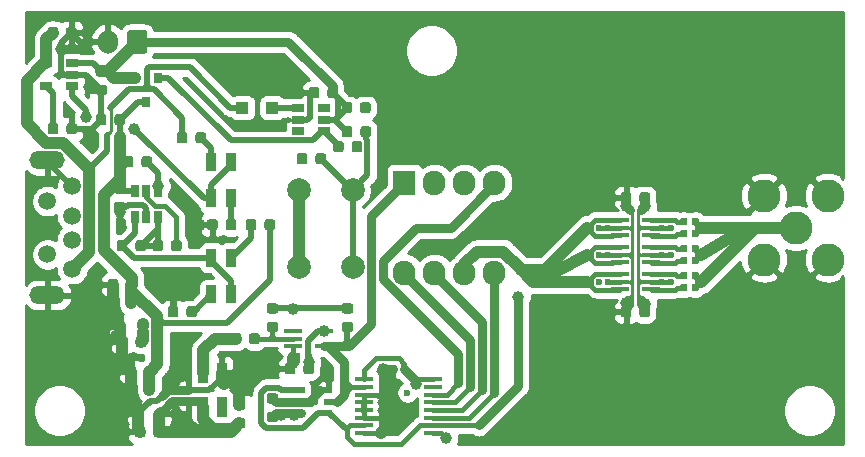
<source format=gtl>
G04 #@! TF.GenerationSoftware,KiCad,Pcbnew,5.1.2-f72e74a~84~ubuntu16.04.1*
G04 #@! TF.CreationDate,2019-06-16T18:40:27+01:00*
G04 #@! TF.ProjectId,TCXOsource,5443584f-736f-4757-9263-652e6b696361,rev?*
G04 #@! TF.SameCoordinates,Original*
G04 #@! TF.FileFunction,Copper,L1,Top*
G04 #@! TF.FilePolarity,Positive*
%FSLAX46Y46*%
G04 Gerber Fmt 4.6, Leading zero omitted, Abs format (unit mm)*
G04 Created by KiCad (PCBNEW 5.1.2-f72e74a~84~ubuntu16.04.1) date 2019-06-16 18:40:27*
%MOMM*%
%LPD*%
G04 APERTURE LIST*
%ADD10C,0.100000*%
%ADD11C,0.875000*%
%ADD12R,0.900000X1.500000*%
%ADD13R,0.650000X1.060000*%
%ADD14C,1.500000*%
%ADD15O,3.000000X1.500000*%
%ADD16C,0.590000*%
%ADD17C,1.700000*%
%ADD18O,1.700000X2.000000*%
%ADD19C,2.800000*%
%ADD20R,0.800000X0.900000*%
%ADD21C,2.000000*%
%ADD22R,1.500000X0.400000*%
%ADD23R,0.900000X1.750000*%
%ADD24R,1.060000X0.650000*%
%ADD25O,1.900000X2.100000*%
%ADD26R,1.900000X2.100000*%
%ADD27R,0.700000X0.510000*%
%ADD28R,1.500000X0.450000*%
%ADD29R,1.000000X1.000000*%
%ADD30C,1.000000*%
%ADD31C,0.600000*%
%ADD32C,0.508000*%
%ADD33C,1.024000*%
%ADD34C,0.381000*%
%ADD35C,0.254000*%
%ADD36C,0.762000*%
G04 APERTURE END LIST*
D10*
G36*
X178827691Y-92744053D02*
G01*
X178848926Y-92747203D01*
X178869750Y-92752419D01*
X178889962Y-92759651D01*
X178909368Y-92768830D01*
X178927781Y-92779866D01*
X178945024Y-92792654D01*
X178960930Y-92807070D01*
X178975346Y-92822976D01*
X178988134Y-92840219D01*
X178999170Y-92858632D01*
X179008349Y-92878038D01*
X179015581Y-92898250D01*
X179020797Y-92919074D01*
X179023947Y-92940309D01*
X179025000Y-92961750D01*
X179025000Y-93474250D01*
X179023947Y-93495691D01*
X179020797Y-93516926D01*
X179015581Y-93537750D01*
X179008349Y-93557962D01*
X178999170Y-93577368D01*
X178988134Y-93595781D01*
X178975346Y-93613024D01*
X178960930Y-93628930D01*
X178945024Y-93643346D01*
X178927781Y-93656134D01*
X178909368Y-93667170D01*
X178889962Y-93676349D01*
X178869750Y-93683581D01*
X178848926Y-93688797D01*
X178827691Y-93691947D01*
X178806250Y-93693000D01*
X178368750Y-93693000D01*
X178347309Y-93691947D01*
X178326074Y-93688797D01*
X178305250Y-93683581D01*
X178285038Y-93676349D01*
X178265632Y-93667170D01*
X178247219Y-93656134D01*
X178229976Y-93643346D01*
X178214070Y-93628930D01*
X178199654Y-93613024D01*
X178186866Y-93595781D01*
X178175830Y-93577368D01*
X178166651Y-93557962D01*
X178159419Y-93537750D01*
X178154203Y-93516926D01*
X178151053Y-93495691D01*
X178150000Y-93474250D01*
X178150000Y-92961750D01*
X178151053Y-92940309D01*
X178154203Y-92919074D01*
X178159419Y-92898250D01*
X178166651Y-92878038D01*
X178175830Y-92858632D01*
X178186866Y-92840219D01*
X178199654Y-92822976D01*
X178214070Y-92807070D01*
X178229976Y-92792654D01*
X178247219Y-92779866D01*
X178265632Y-92768830D01*
X178285038Y-92759651D01*
X178305250Y-92752419D01*
X178326074Y-92747203D01*
X178347309Y-92744053D01*
X178368750Y-92743000D01*
X178806250Y-92743000D01*
X178827691Y-92744053D01*
X178827691Y-92744053D01*
G37*
D11*
X178587500Y-93218000D03*
D10*
G36*
X177252691Y-92744053D02*
G01*
X177273926Y-92747203D01*
X177294750Y-92752419D01*
X177314962Y-92759651D01*
X177334368Y-92768830D01*
X177352781Y-92779866D01*
X177370024Y-92792654D01*
X177385930Y-92807070D01*
X177400346Y-92822976D01*
X177413134Y-92840219D01*
X177424170Y-92858632D01*
X177433349Y-92878038D01*
X177440581Y-92898250D01*
X177445797Y-92919074D01*
X177448947Y-92940309D01*
X177450000Y-92961750D01*
X177450000Y-93474250D01*
X177448947Y-93495691D01*
X177445797Y-93516926D01*
X177440581Y-93537750D01*
X177433349Y-93557962D01*
X177424170Y-93577368D01*
X177413134Y-93595781D01*
X177400346Y-93613024D01*
X177385930Y-93628930D01*
X177370024Y-93643346D01*
X177352781Y-93656134D01*
X177334368Y-93667170D01*
X177314962Y-93676349D01*
X177294750Y-93683581D01*
X177273926Y-93688797D01*
X177252691Y-93691947D01*
X177231250Y-93693000D01*
X176793750Y-93693000D01*
X176772309Y-93691947D01*
X176751074Y-93688797D01*
X176730250Y-93683581D01*
X176710038Y-93676349D01*
X176690632Y-93667170D01*
X176672219Y-93656134D01*
X176654976Y-93643346D01*
X176639070Y-93628930D01*
X176624654Y-93613024D01*
X176611866Y-93595781D01*
X176600830Y-93577368D01*
X176591651Y-93557962D01*
X176584419Y-93537750D01*
X176579203Y-93516926D01*
X176576053Y-93495691D01*
X176575000Y-93474250D01*
X176575000Y-92961750D01*
X176576053Y-92940309D01*
X176579203Y-92919074D01*
X176584419Y-92898250D01*
X176591651Y-92878038D01*
X176600830Y-92858632D01*
X176611866Y-92840219D01*
X176624654Y-92822976D01*
X176639070Y-92807070D01*
X176654976Y-92792654D01*
X176672219Y-92779866D01*
X176690632Y-92768830D01*
X176710038Y-92759651D01*
X176730250Y-92752419D01*
X176751074Y-92747203D01*
X176772309Y-92744053D01*
X176793750Y-92743000D01*
X177231250Y-92743000D01*
X177252691Y-92744053D01*
X177252691Y-92744053D01*
G37*
D11*
X177012500Y-93218000D03*
D10*
G36*
X206259691Y-105698053D02*
G01*
X206280926Y-105701203D01*
X206301750Y-105706419D01*
X206321962Y-105713651D01*
X206341368Y-105722830D01*
X206359781Y-105733866D01*
X206377024Y-105746654D01*
X206392930Y-105761070D01*
X206407346Y-105776976D01*
X206420134Y-105794219D01*
X206431170Y-105812632D01*
X206440349Y-105832038D01*
X206447581Y-105852250D01*
X206452797Y-105873074D01*
X206455947Y-105894309D01*
X206457000Y-105915750D01*
X206457000Y-106428250D01*
X206455947Y-106449691D01*
X206452797Y-106470926D01*
X206447581Y-106491750D01*
X206440349Y-106511962D01*
X206431170Y-106531368D01*
X206420134Y-106549781D01*
X206407346Y-106567024D01*
X206392930Y-106582930D01*
X206377024Y-106597346D01*
X206359781Y-106610134D01*
X206341368Y-106621170D01*
X206321962Y-106630349D01*
X206301750Y-106637581D01*
X206280926Y-106642797D01*
X206259691Y-106645947D01*
X206238250Y-106647000D01*
X205800750Y-106647000D01*
X205779309Y-106645947D01*
X205758074Y-106642797D01*
X205737250Y-106637581D01*
X205717038Y-106630349D01*
X205697632Y-106621170D01*
X205679219Y-106610134D01*
X205661976Y-106597346D01*
X205646070Y-106582930D01*
X205631654Y-106567024D01*
X205618866Y-106549781D01*
X205607830Y-106531368D01*
X205598651Y-106511962D01*
X205591419Y-106491750D01*
X205586203Y-106470926D01*
X205583053Y-106449691D01*
X205582000Y-106428250D01*
X205582000Y-105915750D01*
X205583053Y-105894309D01*
X205586203Y-105873074D01*
X205591419Y-105852250D01*
X205598651Y-105832038D01*
X205607830Y-105812632D01*
X205618866Y-105794219D01*
X205631654Y-105776976D01*
X205646070Y-105761070D01*
X205661976Y-105746654D01*
X205679219Y-105733866D01*
X205697632Y-105722830D01*
X205717038Y-105713651D01*
X205737250Y-105706419D01*
X205758074Y-105701203D01*
X205779309Y-105698053D01*
X205800750Y-105697000D01*
X206238250Y-105697000D01*
X206259691Y-105698053D01*
X206259691Y-105698053D01*
G37*
D11*
X206019500Y-106172000D03*
D10*
G36*
X204684691Y-105698053D02*
G01*
X204705926Y-105701203D01*
X204726750Y-105706419D01*
X204746962Y-105713651D01*
X204766368Y-105722830D01*
X204784781Y-105733866D01*
X204802024Y-105746654D01*
X204817930Y-105761070D01*
X204832346Y-105776976D01*
X204845134Y-105794219D01*
X204856170Y-105812632D01*
X204865349Y-105832038D01*
X204872581Y-105852250D01*
X204877797Y-105873074D01*
X204880947Y-105894309D01*
X204882000Y-105915750D01*
X204882000Y-106428250D01*
X204880947Y-106449691D01*
X204877797Y-106470926D01*
X204872581Y-106491750D01*
X204865349Y-106511962D01*
X204856170Y-106531368D01*
X204845134Y-106549781D01*
X204832346Y-106567024D01*
X204817930Y-106582930D01*
X204802024Y-106597346D01*
X204784781Y-106610134D01*
X204766368Y-106621170D01*
X204746962Y-106630349D01*
X204726750Y-106637581D01*
X204705926Y-106642797D01*
X204684691Y-106645947D01*
X204663250Y-106647000D01*
X204225750Y-106647000D01*
X204204309Y-106645947D01*
X204183074Y-106642797D01*
X204162250Y-106637581D01*
X204142038Y-106630349D01*
X204122632Y-106621170D01*
X204104219Y-106610134D01*
X204086976Y-106597346D01*
X204071070Y-106582930D01*
X204056654Y-106567024D01*
X204043866Y-106549781D01*
X204032830Y-106531368D01*
X204023651Y-106511962D01*
X204016419Y-106491750D01*
X204011203Y-106470926D01*
X204008053Y-106449691D01*
X204007000Y-106428250D01*
X204007000Y-105915750D01*
X204008053Y-105894309D01*
X204011203Y-105873074D01*
X204016419Y-105852250D01*
X204023651Y-105832038D01*
X204032830Y-105812632D01*
X204043866Y-105794219D01*
X204056654Y-105776976D01*
X204071070Y-105761070D01*
X204086976Y-105746654D01*
X204104219Y-105733866D01*
X204122632Y-105722830D01*
X204142038Y-105713651D01*
X204162250Y-105706419D01*
X204183074Y-105701203D01*
X204204309Y-105698053D01*
X204225750Y-105697000D01*
X204663250Y-105697000D01*
X204684691Y-105698053D01*
X204684691Y-105698053D01*
G37*
D11*
X204444500Y-106172000D03*
D12*
X171030000Y-93472000D03*
X169330000Y-93472000D03*
X171030000Y-96572000D03*
X169330000Y-96572000D03*
D10*
G36*
X161821691Y-96871053D02*
G01*
X161842926Y-96874203D01*
X161863750Y-96879419D01*
X161883962Y-96886651D01*
X161903368Y-96895830D01*
X161921781Y-96906866D01*
X161939024Y-96919654D01*
X161954930Y-96934070D01*
X161969346Y-96949976D01*
X161982134Y-96967219D01*
X161993170Y-96985632D01*
X162002349Y-97005038D01*
X162009581Y-97025250D01*
X162014797Y-97046074D01*
X162017947Y-97067309D01*
X162019000Y-97088750D01*
X162019000Y-97526250D01*
X162017947Y-97547691D01*
X162014797Y-97568926D01*
X162009581Y-97589750D01*
X162002349Y-97609962D01*
X161993170Y-97629368D01*
X161982134Y-97647781D01*
X161969346Y-97665024D01*
X161954930Y-97680930D01*
X161939024Y-97695346D01*
X161921781Y-97708134D01*
X161903368Y-97719170D01*
X161883962Y-97728349D01*
X161863750Y-97735581D01*
X161842926Y-97740797D01*
X161821691Y-97743947D01*
X161800250Y-97745000D01*
X161287750Y-97745000D01*
X161266309Y-97743947D01*
X161245074Y-97740797D01*
X161224250Y-97735581D01*
X161204038Y-97728349D01*
X161184632Y-97719170D01*
X161166219Y-97708134D01*
X161148976Y-97695346D01*
X161133070Y-97680930D01*
X161118654Y-97665024D01*
X161105866Y-97647781D01*
X161094830Y-97629368D01*
X161085651Y-97609962D01*
X161078419Y-97589750D01*
X161073203Y-97568926D01*
X161070053Y-97547691D01*
X161069000Y-97526250D01*
X161069000Y-97088750D01*
X161070053Y-97067309D01*
X161073203Y-97046074D01*
X161078419Y-97025250D01*
X161085651Y-97005038D01*
X161094830Y-96985632D01*
X161105866Y-96967219D01*
X161118654Y-96949976D01*
X161133070Y-96934070D01*
X161148976Y-96919654D01*
X161166219Y-96906866D01*
X161184632Y-96895830D01*
X161204038Y-96886651D01*
X161224250Y-96879419D01*
X161245074Y-96874203D01*
X161266309Y-96871053D01*
X161287750Y-96870000D01*
X161800250Y-96870000D01*
X161821691Y-96871053D01*
X161821691Y-96871053D01*
G37*
D11*
X161544000Y-97307500D03*
D10*
G36*
X161821691Y-95296053D02*
G01*
X161842926Y-95299203D01*
X161863750Y-95304419D01*
X161883962Y-95311651D01*
X161903368Y-95320830D01*
X161921781Y-95331866D01*
X161939024Y-95344654D01*
X161954930Y-95359070D01*
X161969346Y-95374976D01*
X161982134Y-95392219D01*
X161993170Y-95410632D01*
X162002349Y-95430038D01*
X162009581Y-95450250D01*
X162014797Y-95471074D01*
X162017947Y-95492309D01*
X162019000Y-95513750D01*
X162019000Y-95951250D01*
X162017947Y-95972691D01*
X162014797Y-95993926D01*
X162009581Y-96014750D01*
X162002349Y-96034962D01*
X161993170Y-96054368D01*
X161982134Y-96072781D01*
X161969346Y-96090024D01*
X161954930Y-96105930D01*
X161939024Y-96120346D01*
X161921781Y-96133134D01*
X161903368Y-96144170D01*
X161883962Y-96153349D01*
X161863750Y-96160581D01*
X161842926Y-96165797D01*
X161821691Y-96168947D01*
X161800250Y-96170000D01*
X161287750Y-96170000D01*
X161266309Y-96168947D01*
X161245074Y-96165797D01*
X161224250Y-96160581D01*
X161204038Y-96153349D01*
X161184632Y-96144170D01*
X161166219Y-96133134D01*
X161148976Y-96120346D01*
X161133070Y-96105930D01*
X161118654Y-96090024D01*
X161105866Y-96072781D01*
X161094830Y-96054368D01*
X161085651Y-96034962D01*
X161078419Y-96014750D01*
X161073203Y-95993926D01*
X161070053Y-95972691D01*
X161069000Y-95951250D01*
X161069000Y-95513750D01*
X161070053Y-95492309D01*
X161073203Y-95471074D01*
X161078419Y-95450250D01*
X161085651Y-95430038D01*
X161094830Y-95410632D01*
X161105866Y-95392219D01*
X161118654Y-95374976D01*
X161133070Y-95359070D01*
X161148976Y-95344654D01*
X161166219Y-95331866D01*
X161184632Y-95320830D01*
X161204038Y-95311651D01*
X161224250Y-95304419D01*
X161245074Y-95299203D01*
X161266309Y-95296053D01*
X161287750Y-95295000D01*
X161800250Y-95295000D01*
X161821691Y-95296053D01*
X161821691Y-95296053D01*
G37*
D11*
X161544000Y-95732500D03*
D12*
X169330000Y-104700000D03*
X171030000Y-104700000D03*
X169330000Y-101600000D03*
X171030000Y-101600000D03*
D10*
G36*
X162012691Y-100110053D02*
G01*
X162033926Y-100113203D01*
X162054750Y-100118419D01*
X162074962Y-100125651D01*
X162094368Y-100134830D01*
X162112781Y-100145866D01*
X162130024Y-100158654D01*
X162145930Y-100173070D01*
X162160346Y-100188976D01*
X162173134Y-100206219D01*
X162184170Y-100224632D01*
X162193349Y-100244038D01*
X162200581Y-100264250D01*
X162205797Y-100285074D01*
X162208947Y-100306309D01*
X162210000Y-100327750D01*
X162210000Y-100840250D01*
X162208947Y-100861691D01*
X162205797Y-100882926D01*
X162200581Y-100903750D01*
X162193349Y-100923962D01*
X162184170Y-100943368D01*
X162173134Y-100961781D01*
X162160346Y-100979024D01*
X162145930Y-100994930D01*
X162130024Y-101009346D01*
X162112781Y-101022134D01*
X162094368Y-101033170D01*
X162074962Y-101042349D01*
X162054750Y-101049581D01*
X162033926Y-101054797D01*
X162012691Y-101057947D01*
X161991250Y-101059000D01*
X161553750Y-101059000D01*
X161532309Y-101057947D01*
X161511074Y-101054797D01*
X161490250Y-101049581D01*
X161470038Y-101042349D01*
X161450632Y-101033170D01*
X161432219Y-101022134D01*
X161414976Y-101009346D01*
X161399070Y-100994930D01*
X161384654Y-100979024D01*
X161371866Y-100961781D01*
X161360830Y-100943368D01*
X161351651Y-100923962D01*
X161344419Y-100903750D01*
X161339203Y-100882926D01*
X161336053Y-100861691D01*
X161335000Y-100840250D01*
X161335000Y-100327750D01*
X161336053Y-100306309D01*
X161339203Y-100285074D01*
X161344419Y-100264250D01*
X161351651Y-100244038D01*
X161360830Y-100224632D01*
X161371866Y-100206219D01*
X161384654Y-100188976D01*
X161399070Y-100173070D01*
X161414976Y-100158654D01*
X161432219Y-100145866D01*
X161450632Y-100134830D01*
X161470038Y-100125651D01*
X161490250Y-100118419D01*
X161511074Y-100113203D01*
X161532309Y-100110053D01*
X161553750Y-100109000D01*
X161991250Y-100109000D01*
X162012691Y-100110053D01*
X162012691Y-100110053D01*
G37*
D11*
X161772500Y-100584000D03*
D10*
G36*
X163587691Y-100110053D02*
G01*
X163608926Y-100113203D01*
X163629750Y-100118419D01*
X163649962Y-100125651D01*
X163669368Y-100134830D01*
X163687781Y-100145866D01*
X163705024Y-100158654D01*
X163720930Y-100173070D01*
X163735346Y-100188976D01*
X163748134Y-100206219D01*
X163759170Y-100224632D01*
X163768349Y-100244038D01*
X163775581Y-100264250D01*
X163780797Y-100285074D01*
X163783947Y-100306309D01*
X163785000Y-100327750D01*
X163785000Y-100840250D01*
X163783947Y-100861691D01*
X163780797Y-100882926D01*
X163775581Y-100903750D01*
X163768349Y-100923962D01*
X163759170Y-100943368D01*
X163748134Y-100961781D01*
X163735346Y-100979024D01*
X163720930Y-100994930D01*
X163705024Y-101009346D01*
X163687781Y-101022134D01*
X163669368Y-101033170D01*
X163649962Y-101042349D01*
X163629750Y-101049581D01*
X163608926Y-101054797D01*
X163587691Y-101057947D01*
X163566250Y-101059000D01*
X163128750Y-101059000D01*
X163107309Y-101057947D01*
X163086074Y-101054797D01*
X163065250Y-101049581D01*
X163045038Y-101042349D01*
X163025632Y-101033170D01*
X163007219Y-101022134D01*
X162989976Y-101009346D01*
X162974070Y-100994930D01*
X162959654Y-100979024D01*
X162946866Y-100961781D01*
X162935830Y-100943368D01*
X162926651Y-100923962D01*
X162919419Y-100903750D01*
X162914203Y-100882926D01*
X162911053Y-100861691D01*
X162910000Y-100840250D01*
X162910000Y-100327750D01*
X162911053Y-100306309D01*
X162914203Y-100285074D01*
X162919419Y-100264250D01*
X162926651Y-100244038D01*
X162935830Y-100224632D01*
X162946866Y-100206219D01*
X162959654Y-100188976D01*
X162974070Y-100173070D01*
X162989976Y-100158654D01*
X163007219Y-100145866D01*
X163025632Y-100134830D01*
X163045038Y-100125651D01*
X163065250Y-100118419D01*
X163086074Y-100113203D01*
X163107309Y-100110053D01*
X163128750Y-100109000D01*
X163566250Y-100109000D01*
X163587691Y-100110053D01*
X163587691Y-100110053D01*
G37*
D11*
X163347500Y-100584000D03*
D10*
G36*
X166610191Y-100110053D02*
G01*
X166631426Y-100113203D01*
X166652250Y-100118419D01*
X166672462Y-100125651D01*
X166691868Y-100134830D01*
X166710281Y-100145866D01*
X166727524Y-100158654D01*
X166743430Y-100173070D01*
X166757846Y-100188976D01*
X166770634Y-100206219D01*
X166781670Y-100224632D01*
X166790849Y-100244038D01*
X166798081Y-100264250D01*
X166803297Y-100285074D01*
X166806447Y-100306309D01*
X166807500Y-100327750D01*
X166807500Y-100840250D01*
X166806447Y-100861691D01*
X166803297Y-100882926D01*
X166798081Y-100903750D01*
X166790849Y-100923962D01*
X166781670Y-100943368D01*
X166770634Y-100961781D01*
X166757846Y-100979024D01*
X166743430Y-100994930D01*
X166727524Y-101009346D01*
X166710281Y-101022134D01*
X166691868Y-101033170D01*
X166672462Y-101042349D01*
X166652250Y-101049581D01*
X166631426Y-101054797D01*
X166610191Y-101057947D01*
X166588750Y-101059000D01*
X166151250Y-101059000D01*
X166129809Y-101057947D01*
X166108574Y-101054797D01*
X166087750Y-101049581D01*
X166067538Y-101042349D01*
X166048132Y-101033170D01*
X166029719Y-101022134D01*
X166012476Y-101009346D01*
X165996570Y-100994930D01*
X165982154Y-100979024D01*
X165969366Y-100961781D01*
X165958330Y-100943368D01*
X165949151Y-100923962D01*
X165941919Y-100903750D01*
X165936703Y-100882926D01*
X165933553Y-100861691D01*
X165932500Y-100840250D01*
X165932500Y-100327750D01*
X165933553Y-100306309D01*
X165936703Y-100285074D01*
X165941919Y-100264250D01*
X165949151Y-100244038D01*
X165958330Y-100224632D01*
X165969366Y-100206219D01*
X165982154Y-100188976D01*
X165996570Y-100173070D01*
X166012476Y-100158654D01*
X166029719Y-100145866D01*
X166048132Y-100134830D01*
X166067538Y-100125651D01*
X166087750Y-100118419D01*
X166108574Y-100113203D01*
X166129809Y-100110053D01*
X166151250Y-100109000D01*
X166588750Y-100109000D01*
X166610191Y-100110053D01*
X166610191Y-100110053D01*
G37*
D11*
X166370000Y-100584000D03*
D10*
G36*
X165035191Y-100110053D02*
G01*
X165056426Y-100113203D01*
X165077250Y-100118419D01*
X165097462Y-100125651D01*
X165116868Y-100134830D01*
X165135281Y-100145866D01*
X165152524Y-100158654D01*
X165168430Y-100173070D01*
X165182846Y-100188976D01*
X165195634Y-100206219D01*
X165206670Y-100224632D01*
X165215849Y-100244038D01*
X165223081Y-100264250D01*
X165228297Y-100285074D01*
X165231447Y-100306309D01*
X165232500Y-100327750D01*
X165232500Y-100840250D01*
X165231447Y-100861691D01*
X165228297Y-100882926D01*
X165223081Y-100903750D01*
X165215849Y-100923962D01*
X165206670Y-100943368D01*
X165195634Y-100961781D01*
X165182846Y-100979024D01*
X165168430Y-100994930D01*
X165152524Y-101009346D01*
X165135281Y-101022134D01*
X165116868Y-101033170D01*
X165097462Y-101042349D01*
X165077250Y-101049581D01*
X165056426Y-101054797D01*
X165035191Y-101057947D01*
X165013750Y-101059000D01*
X164576250Y-101059000D01*
X164554809Y-101057947D01*
X164533574Y-101054797D01*
X164512750Y-101049581D01*
X164492538Y-101042349D01*
X164473132Y-101033170D01*
X164454719Y-101022134D01*
X164437476Y-101009346D01*
X164421570Y-100994930D01*
X164407154Y-100979024D01*
X164394366Y-100961781D01*
X164383330Y-100943368D01*
X164374151Y-100923962D01*
X164366919Y-100903750D01*
X164361703Y-100882926D01*
X164358553Y-100861691D01*
X164357500Y-100840250D01*
X164357500Y-100327750D01*
X164358553Y-100306309D01*
X164361703Y-100285074D01*
X164366919Y-100264250D01*
X164374151Y-100244038D01*
X164383330Y-100224632D01*
X164394366Y-100206219D01*
X164407154Y-100188976D01*
X164421570Y-100173070D01*
X164437476Y-100158654D01*
X164454719Y-100145866D01*
X164473132Y-100134830D01*
X164492538Y-100125651D01*
X164512750Y-100118419D01*
X164533574Y-100113203D01*
X164554809Y-100110053D01*
X164576250Y-100109000D01*
X165013750Y-100109000D01*
X165035191Y-100110053D01*
X165035191Y-100110053D01*
G37*
D11*
X164795000Y-100584000D03*
D13*
X162880000Y-98128000D03*
X163830000Y-98128000D03*
X164780000Y-98128000D03*
X164780000Y-95928000D03*
X162880000Y-95928000D03*
X163830000Y-95928000D03*
D14*
X155448000Y-101310000D03*
X155448000Y-96810000D03*
X157548000Y-100060000D03*
X157548000Y-98060000D03*
X157548000Y-102560000D03*
X157548000Y-95560000D03*
D15*
X155448000Y-104760000D03*
X155448000Y-93360000D03*
D10*
G36*
X171981691Y-115184553D02*
G01*
X172002926Y-115187703D01*
X172023750Y-115192919D01*
X172043962Y-115200151D01*
X172063368Y-115209330D01*
X172081781Y-115220366D01*
X172099024Y-115233154D01*
X172114930Y-115247570D01*
X172129346Y-115263476D01*
X172142134Y-115280719D01*
X172153170Y-115299132D01*
X172162349Y-115318538D01*
X172169581Y-115338750D01*
X172174797Y-115359574D01*
X172177947Y-115380809D01*
X172179000Y-115402250D01*
X172179000Y-115839750D01*
X172177947Y-115861191D01*
X172174797Y-115882426D01*
X172169581Y-115903250D01*
X172162349Y-115923462D01*
X172153170Y-115942868D01*
X172142134Y-115961281D01*
X172129346Y-115978524D01*
X172114930Y-115994430D01*
X172099024Y-116008846D01*
X172081781Y-116021634D01*
X172063368Y-116032670D01*
X172043962Y-116041849D01*
X172023750Y-116049081D01*
X172002926Y-116054297D01*
X171981691Y-116057447D01*
X171960250Y-116058500D01*
X171447750Y-116058500D01*
X171426309Y-116057447D01*
X171405074Y-116054297D01*
X171384250Y-116049081D01*
X171364038Y-116041849D01*
X171344632Y-116032670D01*
X171326219Y-116021634D01*
X171308976Y-116008846D01*
X171293070Y-115994430D01*
X171278654Y-115978524D01*
X171265866Y-115961281D01*
X171254830Y-115942868D01*
X171245651Y-115923462D01*
X171238419Y-115903250D01*
X171233203Y-115882426D01*
X171230053Y-115861191D01*
X171229000Y-115839750D01*
X171229000Y-115402250D01*
X171230053Y-115380809D01*
X171233203Y-115359574D01*
X171238419Y-115338750D01*
X171245651Y-115318538D01*
X171254830Y-115299132D01*
X171265866Y-115280719D01*
X171278654Y-115263476D01*
X171293070Y-115247570D01*
X171308976Y-115233154D01*
X171326219Y-115220366D01*
X171344632Y-115209330D01*
X171364038Y-115200151D01*
X171384250Y-115192919D01*
X171405074Y-115187703D01*
X171426309Y-115184553D01*
X171447750Y-115183500D01*
X171960250Y-115183500D01*
X171981691Y-115184553D01*
X171981691Y-115184553D01*
G37*
D11*
X171704000Y-115621000D03*
D10*
G36*
X171981691Y-113609553D02*
G01*
X172002926Y-113612703D01*
X172023750Y-113617919D01*
X172043962Y-113625151D01*
X172063368Y-113634330D01*
X172081781Y-113645366D01*
X172099024Y-113658154D01*
X172114930Y-113672570D01*
X172129346Y-113688476D01*
X172142134Y-113705719D01*
X172153170Y-113724132D01*
X172162349Y-113743538D01*
X172169581Y-113763750D01*
X172174797Y-113784574D01*
X172177947Y-113805809D01*
X172179000Y-113827250D01*
X172179000Y-114264750D01*
X172177947Y-114286191D01*
X172174797Y-114307426D01*
X172169581Y-114328250D01*
X172162349Y-114348462D01*
X172153170Y-114367868D01*
X172142134Y-114386281D01*
X172129346Y-114403524D01*
X172114930Y-114419430D01*
X172099024Y-114433846D01*
X172081781Y-114446634D01*
X172063368Y-114457670D01*
X172043962Y-114466849D01*
X172023750Y-114474081D01*
X172002926Y-114479297D01*
X171981691Y-114482447D01*
X171960250Y-114483500D01*
X171447750Y-114483500D01*
X171426309Y-114482447D01*
X171405074Y-114479297D01*
X171384250Y-114474081D01*
X171364038Y-114466849D01*
X171344632Y-114457670D01*
X171326219Y-114446634D01*
X171308976Y-114433846D01*
X171293070Y-114419430D01*
X171278654Y-114403524D01*
X171265866Y-114386281D01*
X171254830Y-114367868D01*
X171245651Y-114348462D01*
X171238419Y-114328250D01*
X171233203Y-114307426D01*
X171230053Y-114286191D01*
X171229000Y-114264750D01*
X171229000Y-113827250D01*
X171230053Y-113805809D01*
X171233203Y-113784574D01*
X171238419Y-113763750D01*
X171245651Y-113743538D01*
X171254830Y-113724132D01*
X171265866Y-113705719D01*
X171278654Y-113688476D01*
X171293070Y-113672570D01*
X171308976Y-113658154D01*
X171326219Y-113645366D01*
X171344632Y-113634330D01*
X171364038Y-113625151D01*
X171384250Y-113617919D01*
X171405074Y-113612703D01*
X171426309Y-113609553D01*
X171447750Y-113608500D01*
X171960250Y-113608500D01*
X171981691Y-113609553D01*
X171981691Y-113609553D01*
G37*
D11*
X171704000Y-114046000D03*
D10*
G36*
X167572958Y-113474710D02*
G01*
X167587276Y-113476834D01*
X167601317Y-113480351D01*
X167614946Y-113485228D01*
X167628031Y-113491417D01*
X167640447Y-113498858D01*
X167652073Y-113507481D01*
X167662798Y-113517202D01*
X167672519Y-113527927D01*
X167681142Y-113539553D01*
X167688583Y-113551969D01*
X167694772Y-113565054D01*
X167699649Y-113578683D01*
X167703166Y-113592724D01*
X167705290Y-113607042D01*
X167706000Y-113621500D01*
X167706000Y-113916500D01*
X167705290Y-113930958D01*
X167703166Y-113945276D01*
X167699649Y-113959317D01*
X167694772Y-113972946D01*
X167688583Y-113986031D01*
X167681142Y-113998447D01*
X167672519Y-114010073D01*
X167662798Y-114020798D01*
X167652073Y-114030519D01*
X167640447Y-114039142D01*
X167628031Y-114046583D01*
X167614946Y-114052772D01*
X167601317Y-114057649D01*
X167587276Y-114061166D01*
X167572958Y-114063290D01*
X167558500Y-114064000D01*
X167213500Y-114064000D01*
X167199042Y-114063290D01*
X167184724Y-114061166D01*
X167170683Y-114057649D01*
X167157054Y-114052772D01*
X167143969Y-114046583D01*
X167131553Y-114039142D01*
X167119927Y-114030519D01*
X167109202Y-114020798D01*
X167099481Y-114010073D01*
X167090858Y-113998447D01*
X167083417Y-113986031D01*
X167077228Y-113972946D01*
X167072351Y-113959317D01*
X167068834Y-113945276D01*
X167066710Y-113930958D01*
X167066000Y-113916500D01*
X167066000Y-113621500D01*
X167066710Y-113607042D01*
X167068834Y-113592724D01*
X167072351Y-113578683D01*
X167077228Y-113565054D01*
X167083417Y-113551969D01*
X167090858Y-113539553D01*
X167099481Y-113527927D01*
X167109202Y-113517202D01*
X167119927Y-113507481D01*
X167131553Y-113498858D01*
X167143969Y-113491417D01*
X167157054Y-113485228D01*
X167170683Y-113480351D01*
X167184724Y-113476834D01*
X167199042Y-113474710D01*
X167213500Y-113474000D01*
X167558500Y-113474000D01*
X167572958Y-113474710D01*
X167572958Y-113474710D01*
G37*
D16*
X167386000Y-113769000D03*
D10*
G36*
X167572958Y-112504710D02*
G01*
X167587276Y-112506834D01*
X167601317Y-112510351D01*
X167614946Y-112515228D01*
X167628031Y-112521417D01*
X167640447Y-112528858D01*
X167652073Y-112537481D01*
X167662798Y-112547202D01*
X167672519Y-112557927D01*
X167681142Y-112569553D01*
X167688583Y-112581969D01*
X167694772Y-112595054D01*
X167699649Y-112608683D01*
X167703166Y-112622724D01*
X167705290Y-112637042D01*
X167706000Y-112651500D01*
X167706000Y-112946500D01*
X167705290Y-112960958D01*
X167703166Y-112975276D01*
X167699649Y-112989317D01*
X167694772Y-113002946D01*
X167688583Y-113016031D01*
X167681142Y-113028447D01*
X167672519Y-113040073D01*
X167662798Y-113050798D01*
X167652073Y-113060519D01*
X167640447Y-113069142D01*
X167628031Y-113076583D01*
X167614946Y-113082772D01*
X167601317Y-113087649D01*
X167587276Y-113091166D01*
X167572958Y-113093290D01*
X167558500Y-113094000D01*
X167213500Y-113094000D01*
X167199042Y-113093290D01*
X167184724Y-113091166D01*
X167170683Y-113087649D01*
X167157054Y-113082772D01*
X167143969Y-113076583D01*
X167131553Y-113069142D01*
X167119927Y-113060519D01*
X167109202Y-113050798D01*
X167099481Y-113040073D01*
X167090858Y-113028447D01*
X167083417Y-113016031D01*
X167077228Y-113002946D01*
X167072351Y-112989317D01*
X167068834Y-112975276D01*
X167066710Y-112960958D01*
X167066000Y-112946500D01*
X167066000Y-112651500D01*
X167066710Y-112637042D01*
X167068834Y-112622724D01*
X167072351Y-112608683D01*
X167077228Y-112595054D01*
X167083417Y-112581969D01*
X167090858Y-112569553D01*
X167099481Y-112557927D01*
X167109202Y-112547202D01*
X167119927Y-112537481D01*
X167131553Y-112528858D01*
X167143969Y-112521417D01*
X167157054Y-112515228D01*
X167170683Y-112510351D01*
X167184724Y-112506834D01*
X167199042Y-112504710D01*
X167213500Y-112504000D01*
X167558500Y-112504000D01*
X167572958Y-112504710D01*
X167572958Y-112504710D01*
G37*
D16*
X167386000Y-112799000D03*
D10*
G36*
X173214191Y-107984053D02*
G01*
X173235426Y-107987203D01*
X173256250Y-107992419D01*
X173276462Y-107999651D01*
X173295868Y-108008830D01*
X173314281Y-108019866D01*
X173331524Y-108032654D01*
X173347430Y-108047070D01*
X173361846Y-108062976D01*
X173374634Y-108080219D01*
X173385670Y-108098632D01*
X173394849Y-108118038D01*
X173402081Y-108138250D01*
X173407297Y-108159074D01*
X173410447Y-108180309D01*
X173411500Y-108201750D01*
X173411500Y-108714250D01*
X173410447Y-108735691D01*
X173407297Y-108756926D01*
X173402081Y-108777750D01*
X173394849Y-108797962D01*
X173385670Y-108817368D01*
X173374634Y-108835781D01*
X173361846Y-108853024D01*
X173347430Y-108868930D01*
X173331524Y-108883346D01*
X173314281Y-108896134D01*
X173295868Y-108907170D01*
X173276462Y-108916349D01*
X173256250Y-108923581D01*
X173235426Y-108928797D01*
X173214191Y-108931947D01*
X173192750Y-108933000D01*
X172755250Y-108933000D01*
X172733809Y-108931947D01*
X172712574Y-108928797D01*
X172691750Y-108923581D01*
X172671538Y-108916349D01*
X172652132Y-108907170D01*
X172633719Y-108896134D01*
X172616476Y-108883346D01*
X172600570Y-108868930D01*
X172586154Y-108853024D01*
X172573366Y-108835781D01*
X172562330Y-108817368D01*
X172553151Y-108797962D01*
X172545919Y-108777750D01*
X172540703Y-108756926D01*
X172537553Y-108735691D01*
X172536500Y-108714250D01*
X172536500Y-108201750D01*
X172537553Y-108180309D01*
X172540703Y-108159074D01*
X172545919Y-108138250D01*
X172553151Y-108118038D01*
X172562330Y-108098632D01*
X172573366Y-108080219D01*
X172586154Y-108062976D01*
X172600570Y-108047070D01*
X172616476Y-108032654D01*
X172633719Y-108019866D01*
X172652132Y-108008830D01*
X172671538Y-107999651D01*
X172691750Y-107992419D01*
X172712574Y-107987203D01*
X172733809Y-107984053D01*
X172755250Y-107983000D01*
X173192750Y-107983000D01*
X173214191Y-107984053D01*
X173214191Y-107984053D01*
G37*
D11*
X172974000Y-108458000D03*
D10*
G36*
X171639191Y-107984053D02*
G01*
X171660426Y-107987203D01*
X171681250Y-107992419D01*
X171701462Y-107999651D01*
X171720868Y-108008830D01*
X171739281Y-108019866D01*
X171756524Y-108032654D01*
X171772430Y-108047070D01*
X171786846Y-108062976D01*
X171799634Y-108080219D01*
X171810670Y-108098632D01*
X171819849Y-108118038D01*
X171827081Y-108138250D01*
X171832297Y-108159074D01*
X171835447Y-108180309D01*
X171836500Y-108201750D01*
X171836500Y-108714250D01*
X171835447Y-108735691D01*
X171832297Y-108756926D01*
X171827081Y-108777750D01*
X171819849Y-108797962D01*
X171810670Y-108817368D01*
X171799634Y-108835781D01*
X171786846Y-108853024D01*
X171772430Y-108868930D01*
X171756524Y-108883346D01*
X171739281Y-108896134D01*
X171720868Y-108907170D01*
X171701462Y-108916349D01*
X171681250Y-108923581D01*
X171660426Y-108928797D01*
X171639191Y-108931947D01*
X171617750Y-108933000D01*
X171180250Y-108933000D01*
X171158809Y-108931947D01*
X171137574Y-108928797D01*
X171116750Y-108923581D01*
X171096538Y-108916349D01*
X171077132Y-108907170D01*
X171058719Y-108896134D01*
X171041476Y-108883346D01*
X171025570Y-108868930D01*
X171011154Y-108853024D01*
X170998366Y-108835781D01*
X170987330Y-108817368D01*
X170978151Y-108797962D01*
X170970919Y-108777750D01*
X170965703Y-108756926D01*
X170962553Y-108735691D01*
X170961500Y-108714250D01*
X170961500Y-108201750D01*
X170962553Y-108180309D01*
X170965703Y-108159074D01*
X170970919Y-108138250D01*
X170978151Y-108118038D01*
X170987330Y-108098632D01*
X170998366Y-108080219D01*
X171011154Y-108062976D01*
X171025570Y-108047070D01*
X171041476Y-108032654D01*
X171058719Y-108019866D01*
X171077132Y-108008830D01*
X171096538Y-107999651D01*
X171116750Y-107992419D01*
X171137574Y-107987203D01*
X171158809Y-107984053D01*
X171180250Y-107983000D01*
X171617750Y-107983000D01*
X171639191Y-107984053D01*
X171639191Y-107984053D01*
G37*
D11*
X171399000Y-108458000D03*
D10*
G36*
X176236691Y-110524053D02*
G01*
X176257926Y-110527203D01*
X176278750Y-110532419D01*
X176298962Y-110539651D01*
X176318368Y-110548830D01*
X176336781Y-110559866D01*
X176354024Y-110572654D01*
X176369930Y-110587070D01*
X176384346Y-110602976D01*
X176397134Y-110620219D01*
X176408170Y-110638632D01*
X176417349Y-110658038D01*
X176424581Y-110678250D01*
X176429797Y-110699074D01*
X176432947Y-110720309D01*
X176434000Y-110741750D01*
X176434000Y-111254250D01*
X176432947Y-111275691D01*
X176429797Y-111296926D01*
X176424581Y-111317750D01*
X176417349Y-111337962D01*
X176408170Y-111357368D01*
X176397134Y-111375781D01*
X176384346Y-111393024D01*
X176369930Y-111408930D01*
X176354024Y-111423346D01*
X176336781Y-111436134D01*
X176318368Y-111447170D01*
X176298962Y-111456349D01*
X176278750Y-111463581D01*
X176257926Y-111468797D01*
X176236691Y-111471947D01*
X176215250Y-111473000D01*
X175777750Y-111473000D01*
X175756309Y-111471947D01*
X175735074Y-111468797D01*
X175714250Y-111463581D01*
X175694038Y-111456349D01*
X175674632Y-111447170D01*
X175656219Y-111436134D01*
X175638976Y-111423346D01*
X175623070Y-111408930D01*
X175608654Y-111393024D01*
X175595866Y-111375781D01*
X175584830Y-111357368D01*
X175575651Y-111337962D01*
X175568419Y-111317750D01*
X175563203Y-111296926D01*
X175560053Y-111275691D01*
X175559000Y-111254250D01*
X175559000Y-110741750D01*
X175560053Y-110720309D01*
X175563203Y-110699074D01*
X175568419Y-110678250D01*
X175575651Y-110658038D01*
X175584830Y-110638632D01*
X175595866Y-110620219D01*
X175608654Y-110602976D01*
X175623070Y-110587070D01*
X175638976Y-110572654D01*
X175656219Y-110559866D01*
X175674632Y-110548830D01*
X175694038Y-110539651D01*
X175714250Y-110532419D01*
X175735074Y-110527203D01*
X175756309Y-110524053D01*
X175777750Y-110523000D01*
X176215250Y-110523000D01*
X176236691Y-110524053D01*
X176236691Y-110524053D01*
G37*
D11*
X175996500Y-110998000D03*
D10*
G36*
X177811691Y-110524053D02*
G01*
X177832926Y-110527203D01*
X177853750Y-110532419D01*
X177873962Y-110539651D01*
X177893368Y-110548830D01*
X177911781Y-110559866D01*
X177929024Y-110572654D01*
X177944930Y-110587070D01*
X177959346Y-110602976D01*
X177972134Y-110620219D01*
X177983170Y-110638632D01*
X177992349Y-110658038D01*
X177999581Y-110678250D01*
X178004797Y-110699074D01*
X178007947Y-110720309D01*
X178009000Y-110741750D01*
X178009000Y-111254250D01*
X178007947Y-111275691D01*
X178004797Y-111296926D01*
X177999581Y-111317750D01*
X177992349Y-111337962D01*
X177983170Y-111357368D01*
X177972134Y-111375781D01*
X177959346Y-111393024D01*
X177944930Y-111408930D01*
X177929024Y-111423346D01*
X177911781Y-111436134D01*
X177893368Y-111447170D01*
X177873962Y-111456349D01*
X177853750Y-111463581D01*
X177832926Y-111468797D01*
X177811691Y-111471947D01*
X177790250Y-111473000D01*
X177352750Y-111473000D01*
X177331309Y-111471947D01*
X177310074Y-111468797D01*
X177289250Y-111463581D01*
X177269038Y-111456349D01*
X177249632Y-111447170D01*
X177231219Y-111436134D01*
X177213976Y-111423346D01*
X177198070Y-111408930D01*
X177183654Y-111393024D01*
X177170866Y-111375781D01*
X177159830Y-111357368D01*
X177150651Y-111337962D01*
X177143419Y-111317750D01*
X177138203Y-111296926D01*
X177135053Y-111275691D01*
X177134000Y-111254250D01*
X177134000Y-110741750D01*
X177135053Y-110720309D01*
X177138203Y-110699074D01*
X177143419Y-110678250D01*
X177150651Y-110658038D01*
X177159830Y-110638632D01*
X177170866Y-110620219D01*
X177183654Y-110602976D01*
X177198070Y-110587070D01*
X177213976Y-110572654D01*
X177231219Y-110559866D01*
X177249632Y-110548830D01*
X177269038Y-110539651D01*
X177289250Y-110532419D01*
X177310074Y-110527203D01*
X177331309Y-110524053D01*
X177352750Y-110523000D01*
X177790250Y-110523000D01*
X177811691Y-110524053D01*
X177811691Y-110524053D01*
G37*
D11*
X177571500Y-110998000D03*
D10*
G36*
X177684958Y-109662710D02*
G01*
X177699276Y-109664834D01*
X177713317Y-109668351D01*
X177726946Y-109673228D01*
X177740031Y-109679417D01*
X177752447Y-109686858D01*
X177764073Y-109695481D01*
X177774798Y-109705202D01*
X177784519Y-109715927D01*
X177793142Y-109727553D01*
X177800583Y-109739969D01*
X177806772Y-109753054D01*
X177811649Y-109766683D01*
X177815166Y-109780724D01*
X177817290Y-109795042D01*
X177818000Y-109809500D01*
X177818000Y-110154500D01*
X177817290Y-110168958D01*
X177815166Y-110183276D01*
X177811649Y-110197317D01*
X177806772Y-110210946D01*
X177800583Y-110224031D01*
X177793142Y-110236447D01*
X177784519Y-110248073D01*
X177774798Y-110258798D01*
X177764073Y-110268519D01*
X177752447Y-110277142D01*
X177740031Y-110284583D01*
X177726946Y-110290772D01*
X177713317Y-110295649D01*
X177699276Y-110299166D01*
X177684958Y-110301290D01*
X177670500Y-110302000D01*
X177375500Y-110302000D01*
X177361042Y-110301290D01*
X177346724Y-110299166D01*
X177332683Y-110295649D01*
X177319054Y-110290772D01*
X177305969Y-110284583D01*
X177293553Y-110277142D01*
X177281927Y-110268519D01*
X177271202Y-110258798D01*
X177261481Y-110248073D01*
X177252858Y-110236447D01*
X177245417Y-110224031D01*
X177239228Y-110210946D01*
X177234351Y-110197317D01*
X177230834Y-110183276D01*
X177228710Y-110168958D01*
X177228000Y-110154500D01*
X177228000Y-109809500D01*
X177228710Y-109795042D01*
X177230834Y-109780724D01*
X177234351Y-109766683D01*
X177239228Y-109753054D01*
X177245417Y-109739969D01*
X177252858Y-109727553D01*
X177261481Y-109715927D01*
X177271202Y-109705202D01*
X177281927Y-109695481D01*
X177293553Y-109686858D01*
X177305969Y-109679417D01*
X177319054Y-109673228D01*
X177332683Y-109668351D01*
X177346724Y-109664834D01*
X177361042Y-109662710D01*
X177375500Y-109662000D01*
X177670500Y-109662000D01*
X177684958Y-109662710D01*
X177684958Y-109662710D01*
G37*
D16*
X177523000Y-109982000D03*
D10*
G36*
X176714958Y-109662710D02*
G01*
X176729276Y-109664834D01*
X176743317Y-109668351D01*
X176756946Y-109673228D01*
X176770031Y-109679417D01*
X176782447Y-109686858D01*
X176794073Y-109695481D01*
X176804798Y-109705202D01*
X176814519Y-109715927D01*
X176823142Y-109727553D01*
X176830583Y-109739969D01*
X176836772Y-109753054D01*
X176841649Y-109766683D01*
X176845166Y-109780724D01*
X176847290Y-109795042D01*
X176848000Y-109809500D01*
X176848000Y-110154500D01*
X176847290Y-110168958D01*
X176845166Y-110183276D01*
X176841649Y-110197317D01*
X176836772Y-110210946D01*
X176830583Y-110224031D01*
X176823142Y-110236447D01*
X176814519Y-110248073D01*
X176804798Y-110258798D01*
X176794073Y-110268519D01*
X176782447Y-110277142D01*
X176770031Y-110284583D01*
X176756946Y-110290772D01*
X176743317Y-110295649D01*
X176729276Y-110299166D01*
X176714958Y-110301290D01*
X176700500Y-110302000D01*
X176405500Y-110302000D01*
X176391042Y-110301290D01*
X176376724Y-110299166D01*
X176362683Y-110295649D01*
X176349054Y-110290772D01*
X176335969Y-110284583D01*
X176323553Y-110277142D01*
X176311927Y-110268519D01*
X176301202Y-110258798D01*
X176291481Y-110248073D01*
X176282858Y-110236447D01*
X176275417Y-110224031D01*
X176269228Y-110210946D01*
X176264351Y-110197317D01*
X176260834Y-110183276D01*
X176258710Y-110168958D01*
X176258000Y-110154500D01*
X176258000Y-109809500D01*
X176258710Y-109795042D01*
X176260834Y-109780724D01*
X176264351Y-109766683D01*
X176269228Y-109753054D01*
X176275417Y-109739969D01*
X176282858Y-109727553D01*
X176291481Y-109715927D01*
X176301202Y-109705202D01*
X176311927Y-109695481D01*
X176323553Y-109686858D01*
X176335969Y-109679417D01*
X176349054Y-109673228D01*
X176362683Y-109668351D01*
X176376724Y-109664834D01*
X176391042Y-109662710D01*
X176405500Y-109662000D01*
X176700500Y-109662000D01*
X176714958Y-109662710D01*
X176714958Y-109662710D01*
G37*
D16*
X176553000Y-109982000D03*
D10*
G36*
X179843691Y-87156053D02*
G01*
X179864926Y-87159203D01*
X179885750Y-87164419D01*
X179905962Y-87171651D01*
X179925368Y-87180830D01*
X179943781Y-87191866D01*
X179961024Y-87204654D01*
X179976930Y-87219070D01*
X179991346Y-87234976D01*
X180004134Y-87252219D01*
X180015170Y-87270632D01*
X180024349Y-87290038D01*
X180031581Y-87310250D01*
X180036797Y-87331074D01*
X180039947Y-87352309D01*
X180041000Y-87373750D01*
X180041000Y-87886250D01*
X180039947Y-87907691D01*
X180036797Y-87928926D01*
X180031581Y-87949750D01*
X180024349Y-87969962D01*
X180015170Y-87989368D01*
X180004134Y-88007781D01*
X179991346Y-88025024D01*
X179976930Y-88040930D01*
X179961024Y-88055346D01*
X179943781Y-88068134D01*
X179925368Y-88079170D01*
X179905962Y-88088349D01*
X179885750Y-88095581D01*
X179864926Y-88100797D01*
X179843691Y-88103947D01*
X179822250Y-88105000D01*
X179384750Y-88105000D01*
X179363309Y-88103947D01*
X179342074Y-88100797D01*
X179321250Y-88095581D01*
X179301038Y-88088349D01*
X179281632Y-88079170D01*
X179263219Y-88068134D01*
X179245976Y-88055346D01*
X179230070Y-88040930D01*
X179215654Y-88025024D01*
X179202866Y-88007781D01*
X179191830Y-87989368D01*
X179182651Y-87969962D01*
X179175419Y-87949750D01*
X179170203Y-87928926D01*
X179167053Y-87907691D01*
X179166000Y-87886250D01*
X179166000Y-87373750D01*
X179167053Y-87352309D01*
X179170203Y-87331074D01*
X179175419Y-87310250D01*
X179182651Y-87290038D01*
X179191830Y-87270632D01*
X179202866Y-87252219D01*
X179215654Y-87234976D01*
X179230070Y-87219070D01*
X179245976Y-87204654D01*
X179263219Y-87191866D01*
X179281632Y-87180830D01*
X179301038Y-87171651D01*
X179321250Y-87164419D01*
X179342074Y-87159203D01*
X179363309Y-87156053D01*
X179384750Y-87155000D01*
X179822250Y-87155000D01*
X179843691Y-87156053D01*
X179843691Y-87156053D01*
G37*
D11*
X179603500Y-87630000D03*
D10*
G36*
X178268691Y-87156053D02*
G01*
X178289926Y-87159203D01*
X178310750Y-87164419D01*
X178330962Y-87171651D01*
X178350368Y-87180830D01*
X178368781Y-87191866D01*
X178386024Y-87204654D01*
X178401930Y-87219070D01*
X178416346Y-87234976D01*
X178429134Y-87252219D01*
X178440170Y-87270632D01*
X178449349Y-87290038D01*
X178456581Y-87310250D01*
X178461797Y-87331074D01*
X178464947Y-87352309D01*
X178466000Y-87373750D01*
X178466000Y-87886250D01*
X178464947Y-87907691D01*
X178461797Y-87928926D01*
X178456581Y-87949750D01*
X178449349Y-87969962D01*
X178440170Y-87989368D01*
X178429134Y-88007781D01*
X178416346Y-88025024D01*
X178401930Y-88040930D01*
X178386024Y-88055346D01*
X178368781Y-88068134D01*
X178350368Y-88079170D01*
X178330962Y-88088349D01*
X178310750Y-88095581D01*
X178289926Y-88100797D01*
X178268691Y-88103947D01*
X178247250Y-88105000D01*
X177809750Y-88105000D01*
X177788309Y-88103947D01*
X177767074Y-88100797D01*
X177746250Y-88095581D01*
X177726038Y-88088349D01*
X177706632Y-88079170D01*
X177688219Y-88068134D01*
X177670976Y-88055346D01*
X177655070Y-88040930D01*
X177640654Y-88025024D01*
X177627866Y-88007781D01*
X177616830Y-87989368D01*
X177607651Y-87969962D01*
X177600419Y-87949750D01*
X177595203Y-87928926D01*
X177592053Y-87907691D01*
X177591000Y-87886250D01*
X177591000Y-87373750D01*
X177592053Y-87352309D01*
X177595203Y-87331074D01*
X177600419Y-87310250D01*
X177607651Y-87290038D01*
X177616830Y-87270632D01*
X177627866Y-87252219D01*
X177640654Y-87234976D01*
X177655070Y-87219070D01*
X177670976Y-87204654D01*
X177688219Y-87191866D01*
X177706632Y-87180830D01*
X177726038Y-87171651D01*
X177746250Y-87164419D01*
X177767074Y-87159203D01*
X177788309Y-87156053D01*
X177809750Y-87155000D01*
X178247250Y-87155000D01*
X178268691Y-87156053D01*
X178268691Y-87156053D01*
G37*
D11*
X178028500Y-87630000D03*
D10*
G36*
X157720191Y-82076053D02*
G01*
X157741426Y-82079203D01*
X157762250Y-82084419D01*
X157782462Y-82091651D01*
X157801868Y-82100830D01*
X157820281Y-82111866D01*
X157837524Y-82124654D01*
X157853430Y-82139070D01*
X157867846Y-82154976D01*
X157880634Y-82172219D01*
X157891670Y-82190632D01*
X157900849Y-82210038D01*
X157908081Y-82230250D01*
X157913297Y-82251074D01*
X157916447Y-82272309D01*
X157917500Y-82293750D01*
X157917500Y-82806250D01*
X157916447Y-82827691D01*
X157913297Y-82848926D01*
X157908081Y-82869750D01*
X157900849Y-82889962D01*
X157891670Y-82909368D01*
X157880634Y-82927781D01*
X157867846Y-82945024D01*
X157853430Y-82960930D01*
X157837524Y-82975346D01*
X157820281Y-82988134D01*
X157801868Y-82999170D01*
X157782462Y-83008349D01*
X157762250Y-83015581D01*
X157741426Y-83020797D01*
X157720191Y-83023947D01*
X157698750Y-83025000D01*
X157261250Y-83025000D01*
X157239809Y-83023947D01*
X157218574Y-83020797D01*
X157197750Y-83015581D01*
X157177538Y-83008349D01*
X157158132Y-82999170D01*
X157139719Y-82988134D01*
X157122476Y-82975346D01*
X157106570Y-82960930D01*
X157092154Y-82945024D01*
X157079366Y-82927781D01*
X157068330Y-82909368D01*
X157059151Y-82889962D01*
X157051919Y-82869750D01*
X157046703Y-82848926D01*
X157043553Y-82827691D01*
X157042500Y-82806250D01*
X157042500Y-82293750D01*
X157043553Y-82272309D01*
X157046703Y-82251074D01*
X157051919Y-82230250D01*
X157059151Y-82210038D01*
X157068330Y-82190632D01*
X157079366Y-82172219D01*
X157092154Y-82154976D01*
X157106570Y-82139070D01*
X157122476Y-82124654D01*
X157139719Y-82111866D01*
X157158132Y-82100830D01*
X157177538Y-82091651D01*
X157197750Y-82084419D01*
X157218574Y-82079203D01*
X157239809Y-82076053D01*
X157261250Y-82075000D01*
X157698750Y-82075000D01*
X157720191Y-82076053D01*
X157720191Y-82076053D01*
G37*
D11*
X157480000Y-82550000D03*
D10*
G36*
X156145191Y-82076053D02*
G01*
X156166426Y-82079203D01*
X156187250Y-82084419D01*
X156207462Y-82091651D01*
X156226868Y-82100830D01*
X156245281Y-82111866D01*
X156262524Y-82124654D01*
X156278430Y-82139070D01*
X156292846Y-82154976D01*
X156305634Y-82172219D01*
X156316670Y-82190632D01*
X156325849Y-82210038D01*
X156333081Y-82230250D01*
X156338297Y-82251074D01*
X156341447Y-82272309D01*
X156342500Y-82293750D01*
X156342500Y-82806250D01*
X156341447Y-82827691D01*
X156338297Y-82848926D01*
X156333081Y-82869750D01*
X156325849Y-82889962D01*
X156316670Y-82909368D01*
X156305634Y-82927781D01*
X156292846Y-82945024D01*
X156278430Y-82960930D01*
X156262524Y-82975346D01*
X156245281Y-82988134D01*
X156226868Y-82999170D01*
X156207462Y-83008349D01*
X156187250Y-83015581D01*
X156166426Y-83020797D01*
X156145191Y-83023947D01*
X156123750Y-83025000D01*
X155686250Y-83025000D01*
X155664809Y-83023947D01*
X155643574Y-83020797D01*
X155622750Y-83015581D01*
X155602538Y-83008349D01*
X155583132Y-82999170D01*
X155564719Y-82988134D01*
X155547476Y-82975346D01*
X155531570Y-82960930D01*
X155517154Y-82945024D01*
X155504366Y-82927781D01*
X155493330Y-82909368D01*
X155484151Y-82889962D01*
X155476919Y-82869750D01*
X155471703Y-82848926D01*
X155468553Y-82827691D01*
X155467500Y-82806250D01*
X155467500Y-82293750D01*
X155468553Y-82272309D01*
X155471703Y-82251074D01*
X155476919Y-82230250D01*
X155484151Y-82210038D01*
X155493330Y-82190632D01*
X155504366Y-82172219D01*
X155517154Y-82154976D01*
X155531570Y-82139070D01*
X155547476Y-82124654D01*
X155564719Y-82111866D01*
X155583132Y-82100830D01*
X155602538Y-82091651D01*
X155622750Y-82084419D01*
X155643574Y-82079203D01*
X155664809Y-82076053D01*
X155686250Y-82075000D01*
X156123750Y-82075000D01*
X156145191Y-82076053D01*
X156145191Y-82076053D01*
G37*
D11*
X155905000Y-82550000D03*
D10*
G36*
X160234691Y-89442053D02*
G01*
X160255926Y-89445203D01*
X160276750Y-89450419D01*
X160296962Y-89457651D01*
X160316368Y-89466830D01*
X160334781Y-89477866D01*
X160352024Y-89490654D01*
X160367930Y-89505070D01*
X160382346Y-89520976D01*
X160395134Y-89538219D01*
X160406170Y-89556632D01*
X160415349Y-89576038D01*
X160422581Y-89596250D01*
X160427797Y-89617074D01*
X160430947Y-89638309D01*
X160432000Y-89659750D01*
X160432000Y-90172250D01*
X160430947Y-90193691D01*
X160427797Y-90214926D01*
X160422581Y-90235750D01*
X160415349Y-90255962D01*
X160406170Y-90275368D01*
X160395134Y-90293781D01*
X160382346Y-90311024D01*
X160367930Y-90326930D01*
X160352024Y-90341346D01*
X160334781Y-90354134D01*
X160316368Y-90365170D01*
X160296962Y-90374349D01*
X160276750Y-90381581D01*
X160255926Y-90386797D01*
X160234691Y-90389947D01*
X160213250Y-90391000D01*
X159775750Y-90391000D01*
X159754309Y-90389947D01*
X159733074Y-90386797D01*
X159712250Y-90381581D01*
X159692038Y-90374349D01*
X159672632Y-90365170D01*
X159654219Y-90354134D01*
X159636976Y-90341346D01*
X159621070Y-90326930D01*
X159606654Y-90311024D01*
X159593866Y-90293781D01*
X159582830Y-90275368D01*
X159573651Y-90255962D01*
X159566419Y-90235750D01*
X159561203Y-90214926D01*
X159558053Y-90193691D01*
X159557000Y-90172250D01*
X159557000Y-89659750D01*
X159558053Y-89638309D01*
X159561203Y-89617074D01*
X159566419Y-89596250D01*
X159573651Y-89576038D01*
X159582830Y-89556632D01*
X159593866Y-89538219D01*
X159606654Y-89520976D01*
X159621070Y-89505070D01*
X159636976Y-89490654D01*
X159654219Y-89477866D01*
X159672632Y-89466830D01*
X159692038Y-89457651D01*
X159712250Y-89450419D01*
X159733074Y-89445203D01*
X159754309Y-89442053D01*
X159775750Y-89441000D01*
X160213250Y-89441000D01*
X160234691Y-89442053D01*
X160234691Y-89442053D01*
G37*
D11*
X159994500Y-89916000D03*
D10*
G36*
X161809691Y-89442053D02*
G01*
X161830926Y-89445203D01*
X161851750Y-89450419D01*
X161871962Y-89457651D01*
X161891368Y-89466830D01*
X161909781Y-89477866D01*
X161927024Y-89490654D01*
X161942930Y-89505070D01*
X161957346Y-89520976D01*
X161970134Y-89538219D01*
X161981170Y-89556632D01*
X161990349Y-89576038D01*
X161997581Y-89596250D01*
X162002797Y-89617074D01*
X162005947Y-89638309D01*
X162007000Y-89659750D01*
X162007000Y-90172250D01*
X162005947Y-90193691D01*
X162002797Y-90214926D01*
X161997581Y-90235750D01*
X161990349Y-90255962D01*
X161981170Y-90275368D01*
X161970134Y-90293781D01*
X161957346Y-90311024D01*
X161942930Y-90326930D01*
X161927024Y-90341346D01*
X161909781Y-90354134D01*
X161891368Y-90365170D01*
X161871962Y-90374349D01*
X161851750Y-90381581D01*
X161830926Y-90386797D01*
X161809691Y-90389947D01*
X161788250Y-90391000D01*
X161350750Y-90391000D01*
X161329309Y-90389947D01*
X161308074Y-90386797D01*
X161287250Y-90381581D01*
X161267038Y-90374349D01*
X161247632Y-90365170D01*
X161229219Y-90354134D01*
X161211976Y-90341346D01*
X161196070Y-90326930D01*
X161181654Y-90311024D01*
X161168866Y-90293781D01*
X161157830Y-90275368D01*
X161148651Y-90255962D01*
X161141419Y-90235750D01*
X161136203Y-90214926D01*
X161133053Y-90193691D01*
X161132000Y-90172250D01*
X161132000Y-89659750D01*
X161133053Y-89638309D01*
X161136203Y-89617074D01*
X161141419Y-89596250D01*
X161148651Y-89576038D01*
X161157830Y-89556632D01*
X161168866Y-89538219D01*
X161181654Y-89520976D01*
X161196070Y-89505070D01*
X161211976Y-89490654D01*
X161229219Y-89477866D01*
X161247632Y-89466830D01*
X161267038Y-89457651D01*
X161287250Y-89450419D01*
X161308074Y-89445203D01*
X161329309Y-89442053D01*
X161350750Y-89441000D01*
X161788250Y-89441000D01*
X161809691Y-89442053D01*
X161809691Y-89442053D01*
G37*
D11*
X161569500Y-89916000D03*
D10*
G36*
X162774691Y-110778053D02*
G01*
X162795926Y-110781203D01*
X162816750Y-110786419D01*
X162836962Y-110793651D01*
X162856368Y-110802830D01*
X162874781Y-110813866D01*
X162892024Y-110826654D01*
X162907930Y-110841070D01*
X162922346Y-110856976D01*
X162935134Y-110874219D01*
X162946170Y-110892632D01*
X162955349Y-110912038D01*
X162962581Y-110932250D01*
X162967797Y-110953074D01*
X162970947Y-110974309D01*
X162972000Y-110995750D01*
X162972000Y-111508250D01*
X162970947Y-111529691D01*
X162967797Y-111550926D01*
X162962581Y-111571750D01*
X162955349Y-111591962D01*
X162946170Y-111611368D01*
X162935134Y-111629781D01*
X162922346Y-111647024D01*
X162907930Y-111662930D01*
X162892024Y-111677346D01*
X162874781Y-111690134D01*
X162856368Y-111701170D01*
X162836962Y-111710349D01*
X162816750Y-111717581D01*
X162795926Y-111722797D01*
X162774691Y-111725947D01*
X162753250Y-111727000D01*
X162315750Y-111727000D01*
X162294309Y-111725947D01*
X162273074Y-111722797D01*
X162252250Y-111717581D01*
X162232038Y-111710349D01*
X162212632Y-111701170D01*
X162194219Y-111690134D01*
X162176976Y-111677346D01*
X162161070Y-111662930D01*
X162146654Y-111647024D01*
X162133866Y-111629781D01*
X162122830Y-111611368D01*
X162113651Y-111591962D01*
X162106419Y-111571750D01*
X162101203Y-111550926D01*
X162098053Y-111529691D01*
X162097000Y-111508250D01*
X162097000Y-110995750D01*
X162098053Y-110974309D01*
X162101203Y-110953074D01*
X162106419Y-110932250D01*
X162113651Y-110912038D01*
X162122830Y-110892632D01*
X162133866Y-110874219D01*
X162146654Y-110856976D01*
X162161070Y-110841070D01*
X162176976Y-110826654D01*
X162194219Y-110813866D01*
X162212632Y-110802830D01*
X162232038Y-110793651D01*
X162252250Y-110786419D01*
X162273074Y-110781203D01*
X162294309Y-110778053D01*
X162315750Y-110777000D01*
X162753250Y-110777000D01*
X162774691Y-110778053D01*
X162774691Y-110778053D01*
G37*
D11*
X162534500Y-111252000D03*
D10*
G36*
X164349691Y-110778053D02*
G01*
X164370926Y-110781203D01*
X164391750Y-110786419D01*
X164411962Y-110793651D01*
X164431368Y-110802830D01*
X164449781Y-110813866D01*
X164467024Y-110826654D01*
X164482930Y-110841070D01*
X164497346Y-110856976D01*
X164510134Y-110874219D01*
X164521170Y-110892632D01*
X164530349Y-110912038D01*
X164537581Y-110932250D01*
X164542797Y-110953074D01*
X164545947Y-110974309D01*
X164547000Y-110995750D01*
X164547000Y-111508250D01*
X164545947Y-111529691D01*
X164542797Y-111550926D01*
X164537581Y-111571750D01*
X164530349Y-111591962D01*
X164521170Y-111611368D01*
X164510134Y-111629781D01*
X164497346Y-111647024D01*
X164482930Y-111662930D01*
X164467024Y-111677346D01*
X164449781Y-111690134D01*
X164431368Y-111701170D01*
X164411962Y-111710349D01*
X164391750Y-111717581D01*
X164370926Y-111722797D01*
X164349691Y-111725947D01*
X164328250Y-111727000D01*
X163890750Y-111727000D01*
X163869309Y-111725947D01*
X163848074Y-111722797D01*
X163827250Y-111717581D01*
X163807038Y-111710349D01*
X163787632Y-111701170D01*
X163769219Y-111690134D01*
X163751976Y-111677346D01*
X163736070Y-111662930D01*
X163721654Y-111647024D01*
X163708866Y-111629781D01*
X163697830Y-111611368D01*
X163688651Y-111591962D01*
X163681419Y-111571750D01*
X163676203Y-111550926D01*
X163673053Y-111529691D01*
X163672000Y-111508250D01*
X163672000Y-110995750D01*
X163673053Y-110974309D01*
X163676203Y-110953074D01*
X163681419Y-110932250D01*
X163688651Y-110912038D01*
X163697830Y-110892632D01*
X163708866Y-110874219D01*
X163721654Y-110856976D01*
X163736070Y-110841070D01*
X163751976Y-110826654D01*
X163769219Y-110813866D01*
X163787632Y-110802830D01*
X163807038Y-110793651D01*
X163827250Y-110786419D01*
X163848074Y-110781203D01*
X163869309Y-110778053D01*
X163890750Y-110777000D01*
X164328250Y-110777000D01*
X164349691Y-110778053D01*
X164349691Y-110778053D01*
G37*
D11*
X164109500Y-111252000D03*
D10*
G36*
X160297691Y-86965053D02*
G01*
X160318926Y-86968203D01*
X160339750Y-86973419D01*
X160359962Y-86980651D01*
X160379368Y-86989830D01*
X160397781Y-87000866D01*
X160415024Y-87013654D01*
X160430930Y-87028070D01*
X160445346Y-87043976D01*
X160458134Y-87061219D01*
X160469170Y-87079632D01*
X160478349Y-87099038D01*
X160485581Y-87119250D01*
X160490797Y-87140074D01*
X160493947Y-87161309D01*
X160495000Y-87182750D01*
X160495000Y-87620250D01*
X160493947Y-87641691D01*
X160490797Y-87662926D01*
X160485581Y-87683750D01*
X160478349Y-87703962D01*
X160469170Y-87723368D01*
X160458134Y-87741781D01*
X160445346Y-87759024D01*
X160430930Y-87774930D01*
X160415024Y-87789346D01*
X160397781Y-87802134D01*
X160379368Y-87813170D01*
X160359962Y-87822349D01*
X160339750Y-87829581D01*
X160318926Y-87834797D01*
X160297691Y-87837947D01*
X160276250Y-87839000D01*
X159763750Y-87839000D01*
X159742309Y-87837947D01*
X159721074Y-87834797D01*
X159700250Y-87829581D01*
X159680038Y-87822349D01*
X159660632Y-87813170D01*
X159642219Y-87802134D01*
X159624976Y-87789346D01*
X159609070Y-87774930D01*
X159594654Y-87759024D01*
X159581866Y-87741781D01*
X159570830Y-87723368D01*
X159561651Y-87703962D01*
X159554419Y-87683750D01*
X159549203Y-87662926D01*
X159546053Y-87641691D01*
X159545000Y-87620250D01*
X159545000Y-87182750D01*
X159546053Y-87161309D01*
X159549203Y-87140074D01*
X159554419Y-87119250D01*
X159561651Y-87099038D01*
X159570830Y-87079632D01*
X159581866Y-87061219D01*
X159594654Y-87043976D01*
X159609070Y-87028070D01*
X159624976Y-87013654D01*
X159642219Y-87000866D01*
X159660632Y-86989830D01*
X159680038Y-86980651D01*
X159700250Y-86973419D01*
X159721074Y-86968203D01*
X159742309Y-86965053D01*
X159763750Y-86964000D01*
X160276250Y-86964000D01*
X160297691Y-86965053D01*
X160297691Y-86965053D01*
G37*
D11*
X160020000Y-87401500D03*
D10*
G36*
X160297691Y-85390053D02*
G01*
X160318926Y-85393203D01*
X160339750Y-85398419D01*
X160359962Y-85405651D01*
X160379368Y-85414830D01*
X160397781Y-85425866D01*
X160415024Y-85438654D01*
X160430930Y-85453070D01*
X160445346Y-85468976D01*
X160458134Y-85486219D01*
X160469170Y-85504632D01*
X160478349Y-85524038D01*
X160485581Y-85544250D01*
X160490797Y-85565074D01*
X160493947Y-85586309D01*
X160495000Y-85607750D01*
X160495000Y-86045250D01*
X160493947Y-86066691D01*
X160490797Y-86087926D01*
X160485581Y-86108750D01*
X160478349Y-86128962D01*
X160469170Y-86148368D01*
X160458134Y-86166781D01*
X160445346Y-86184024D01*
X160430930Y-86199930D01*
X160415024Y-86214346D01*
X160397781Y-86227134D01*
X160379368Y-86238170D01*
X160359962Y-86247349D01*
X160339750Y-86254581D01*
X160318926Y-86259797D01*
X160297691Y-86262947D01*
X160276250Y-86264000D01*
X159763750Y-86264000D01*
X159742309Y-86262947D01*
X159721074Y-86259797D01*
X159700250Y-86254581D01*
X159680038Y-86247349D01*
X159660632Y-86238170D01*
X159642219Y-86227134D01*
X159624976Y-86214346D01*
X159609070Y-86199930D01*
X159594654Y-86184024D01*
X159581866Y-86166781D01*
X159570830Y-86148368D01*
X159561651Y-86128962D01*
X159554419Y-86108750D01*
X159549203Y-86087926D01*
X159546053Y-86066691D01*
X159545000Y-86045250D01*
X159545000Y-85607750D01*
X159546053Y-85586309D01*
X159549203Y-85565074D01*
X159554419Y-85544250D01*
X159561651Y-85524038D01*
X159570830Y-85504632D01*
X159581866Y-85486219D01*
X159594654Y-85468976D01*
X159609070Y-85453070D01*
X159624976Y-85438654D01*
X159642219Y-85425866D01*
X159660632Y-85414830D01*
X159680038Y-85405651D01*
X159700250Y-85398419D01*
X159721074Y-85393203D01*
X159742309Y-85390053D01*
X159763750Y-85389000D01*
X160276250Y-85389000D01*
X160297691Y-85390053D01*
X160297691Y-85390053D01*
G37*
D11*
X160020000Y-85826500D03*
D10*
G36*
X165111691Y-115858053D02*
G01*
X165132926Y-115861203D01*
X165153750Y-115866419D01*
X165173962Y-115873651D01*
X165193368Y-115882830D01*
X165211781Y-115893866D01*
X165229024Y-115906654D01*
X165244930Y-115921070D01*
X165259346Y-115936976D01*
X165272134Y-115954219D01*
X165283170Y-115972632D01*
X165292349Y-115992038D01*
X165299581Y-116012250D01*
X165304797Y-116033074D01*
X165307947Y-116054309D01*
X165309000Y-116075750D01*
X165309000Y-116588250D01*
X165307947Y-116609691D01*
X165304797Y-116630926D01*
X165299581Y-116651750D01*
X165292349Y-116671962D01*
X165283170Y-116691368D01*
X165272134Y-116709781D01*
X165259346Y-116727024D01*
X165244930Y-116742930D01*
X165229024Y-116757346D01*
X165211781Y-116770134D01*
X165193368Y-116781170D01*
X165173962Y-116790349D01*
X165153750Y-116797581D01*
X165132926Y-116802797D01*
X165111691Y-116805947D01*
X165090250Y-116807000D01*
X164652750Y-116807000D01*
X164631309Y-116805947D01*
X164610074Y-116802797D01*
X164589250Y-116797581D01*
X164569038Y-116790349D01*
X164549632Y-116781170D01*
X164531219Y-116770134D01*
X164513976Y-116757346D01*
X164498070Y-116742930D01*
X164483654Y-116727024D01*
X164470866Y-116709781D01*
X164459830Y-116691368D01*
X164450651Y-116671962D01*
X164443419Y-116651750D01*
X164438203Y-116630926D01*
X164435053Y-116609691D01*
X164434000Y-116588250D01*
X164434000Y-116075750D01*
X164435053Y-116054309D01*
X164438203Y-116033074D01*
X164443419Y-116012250D01*
X164450651Y-115992038D01*
X164459830Y-115972632D01*
X164470866Y-115954219D01*
X164483654Y-115936976D01*
X164498070Y-115921070D01*
X164513976Y-115906654D01*
X164531219Y-115893866D01*
X164549632Y-115882830D01*
X164569038Y-115873651D01*
X164589250Y-115866419D01*
X164610074Y-115861203D01*
X164631309Y-115858053D01*
X164652750Y-115857000D01*
X165090250Y-115857000D01*
X165111691Y-115858053D01*
X165111691Y-115858053D01*
G37*
D11*
X164871500Y-116332000D03*
D10*
G36*
X163536691Y-115858053D02*
G01*
X163557926Y-115861203D01*
X163578750Y-115866419D01*
X163598962Y-115873651D01*
X163618368Y-115882830D01*
X163636781Y-115893866D01*
X163654024Y-115906654D01*
X163669930Y-115921070D01*
X163684346Y-115936976D01*
X163697134Y-115954219D01*
X163708170Y-115972632D01*
X163717349Y-115992038D01*
X163724581Y-116012250D01*
X163729797Y-116033074D01*
X163732947Y-116054309D01*
X163734000Y-116075750D01*
X163734000Y-116588250D01*
X163732947Y-116609691D01*
X163729797Y-116630926D01*
X163724581Y-116651750D01*
X163717349Y-116671962D01*
X163708170Y-116691368D01*
X163697134Y-116709781D01*
X163684346Y-116727024D01*
X163669930Y-116742930D01*
X163654024Y-116757346D01*
X163636781Y-116770134D01*
X163618368Y-116781170D01*
X163598962Y-116790349D01*
X163578750Y-116797581D01*
X163557926Y-116802797D01*
X163536691Y-116805947D01*
X163515250Y-116807000D01*
X163077750Y-116807000D01*
X163056309Y-116805947D01*
X163035074Y-116802797D01*
X163014250Y-116797581D01*
X162994038Y-116790349D01*
X162974632Y-116781170D01*
X162956219Y-116770134D01*
X162938976Y-116757346D01*
X162923070Y-116742930D01*
X162908654Y-116727024D01*
X162895866Y-116709781D01*
X162884830Y-116691368D01*
X162875651Y-116671962D01*
X162868419Y-116651750D01*
X162863203Y-116630926D01*
X162860053Y-116609691D01*
X162859000Y-116588250D01*
X162859000Y-116075750D01*
X162860053Y-116054309D01*
X162863203Y-116033074D01*
X162868419Y-116012250D01*
X162875651Y-115992038D01*
X162884830Y-115972632D01*
X162895866Y-115954219D01*
X162908654Y-115936976D01*
X162923070Y-115921070D01*
X162938976Y-115906654D01*
X162956219Y-115893866D01*
X162974632Y-115882830D01*
X162994038Y-115873651D01*
X163014250Y-115866419D01*
X163035074Y-115861203D01*
X163056309Y-115858053D01*
X163077750Y-115857000D01*
X163515250Y-115857000D01*
X163536691Y-115858053D01*
X163536691Y-115858053D01*
G37*
D11*
X163296500Y-116332000D03*
D10*
G36*
X162825691Y-103412053D02*
G01*
X162846926Y-103415203D01*
X162867750Y-103420419D01*
X162887962Y-103427651D01*
X162907368Y-103436830D01*
X162925781Y-103447866D01*
X162943024Y-103460654D01*
X162958930Y-103475070D01*
X162973346Y-103490976D01*
X162986134Y-103508219D01*
X162997170Y-103526632D01*
X163006349Y-103546038D01*
X163013581Y-103566250D01*
X163018797Y-103587074D01*
X163021947Y-103608309D01*
X163023000Y-103629750D01*
X163023000Y-104142250D01*
X163021947Y-104163691D01*
X163018797Y-104184926D01*
X163013581Y-104205750D01*
X163006349Y-104225962D01*
X162997170Y-104245368D01*
X162986134Y-104263781D01*
X162973346Y-104281024D01*
X162958930Y-104296930D01*
X162943024Y-104311346D01*
X162925781Y-104324134D01*
X162907368Y-104335170D01*
X162887962Y-104344349D01*
X162867750Y-104351581D01*
X162846926Y-104356797D01*
X162825691Y-104359947D01*
X162804250Y-104361000D01*
X162366750Y-104361000D01*
X162345309Y-104359947D01*
X162324074Y-104356797D01*
X162303250Y-104351581D01*
X162283038Y-104344349D01*
X162263632Y-104335170D01*
X162245219Y-104324134D01*
X162227976Y-104311346D01*
X162212070Y-104296930D01*
X162197654Y-104281024D01*
X162184866Y-104263781D01*
X162173830Y-104245368D01*
X162164651Y-104225962D01*
X162157419Y-104205750D01*
X162152203Y-104184926D01*
X162149053Y-104163691D01*
X162148000Y-104142250D01*
X162148000Y-103629750D01*
X162149053Y-103608309D01*
X162152203Y-103587074D01*
X162157419Y-103566250D01*
X162164651Y-103546038D01*
X162173830Y-103526632D01*
X162184866Y-103508219D01*
X162197654Y-103490976D01*
X162212070Y-103475070D01*
X162227976Y-103460654D01*
X162245219Y-103447866D01*
X162263632Y-103436830D01*
X162283038Y-103427651D01*
X162303250Y-103420419D01*
X162324074Y-103415203D01*
X162345309Y-103412053D01*
X162366750Y-103411000D01*
X162804250Y-103411000D01*
X162825691Y-103412053D01*
X162825691Y-103412053D01*
G37*
D11*
X162585500Y-103886000D03*
D10*
G36*
X161250691Y-103412053D02*
G01*
X161271926Y-103415203D01*
X161292750Y-103420419D01*
X161312962Y-103427651D01*
X161332368Y-103436830D01*
X161350781Y-103447866D01*
X161368024Y-103460654D01*
X161383930Y-103475070D01*
X161398346Y-103490976D01*
X161411134Y-103508219D01*
X161422170Y-103526632D01*
X161431349Y-103546038D01*
X161438581Y-103566250D01*
X161443797Y-103587074D01*
X161446947Y-103608309D01*
X161448000Y-103629750D01*
X161448000Y-104142250D01*
X161446947Y-104163691D01*
X161443797Y-104184926D01*
X161438581Y-104205750D01*
X161431349Y-104225962D01*
X161422170Y-104245368D01*
X161411134Y-104263781D01*
X161398346Y-104281024D01*
X161383930Y-104296930D01*
X161368024Y-104311346D01*
X161350781Y-104324134D01*
X161332368Y-104335170D01*
X161312962Y-104344349D01*
X161292750Y-104351581D01*
X161271926Y-104356797D01*
X161250691Y-104359947D01*
X161229250Y-104361000D01*
X160791750Y-104361000D01*
X160770309Y-104359947D01*
X160749074Y-104356797D01*
X160728250Y-104351581D01*
X160708038Y-104344349D01*
X160688632Y-104335170D01*
X160670219Y-104324134D01*
X160652976Y-104311346D01*
X160637070Y-104296930D01*
X160622654Y-104281024D01*
X160609866Y-104263781D01*
X160598830Y-104245368D01*
X160589651Y-104225962D01*
X160582419Y-104205750D01*
X160577203Y-104184926D01*
X160574053Y-104163691D01*
X160573000Y-104142250D01*
X160573000Y-103629750D01*
X160574053Y-103608309D01*
X160577203Y-103587074D01*
X160582419Y-103566250D01*
X160589651Y-103546038D01*
X160598830Y-103526632D01*
X160609866Y-103508219D01*
X160622654Y-103490976D01*
X160637070Y-103475070D01*
X160652976Y-103460654D01*
X160670219Y-103447866D01*
X160688632Y-103436830D01*
X160708038Y-103427651D01*
X160728250Y-103420419D01*
X160749074Y-103415203D01*
X160770309Y-103412053D01*
X160791750Y-103411000D01*
X161229250Y-103411000D01*
X161250691Y-103412053D01*
X161250691Y-103412053D01*
G37*
D11*
X161010500Y-103886000D03*
D10*
G36*
X163613191Y-108238053D02*
G01*
X163634426Y-108241203D01*
X163655250Y-108246419D01*
X163675462Y-108253651D01*
X163694868Y-108262830D01*
X163713281Y-108273866D01*
X163730524Y-108286654D01*
X163746430Y-108301070D01*
X163760846Y-108316976D01*
X163773634Y-108334219D01*
X163784670Y-108352632D01*
X163793849Y-108372038D01*
X163801081Y-108392250D01*
X163806297Y-108413074D01*
X163809447Y-108434309D01*
X163810500Y-108455750D01*
X163810500Y-108968250D01*
X163809447Y-108989691D01*
X163806297Y-109010926D01*
X163801081Y-109031750D01*
X163793849Y-109051962D01*
X163784670Y-109071368D01*
X163773634Y-109089781D01*
X163760846Y-109107024D01*
X163746430Y-109122930D01*
X163730524Y-109137346D01*
X163713281Y-109150134D01*
X163694868Y-109161170D01*
X163675462Y-109170349D01*
X163655250Y-109177581D01*
X163634426Y-109182797D01*
X163613191Y-109185947D01*
X163591750Y-109187000D01*
X163154250Y-109187000D01*
X163132809Y-109185947D01*
X163111574Y-109182797D01*
X163090750Y-109177581D01*
X163070538Y-109170349D01*
X163051132Y-109161170D01*
X163032719Y-109150134D01*
X163015476Y-109137346D01*
X162999570Y-109122930D01*
X162985154Y-109107024D01*
X162972366Y-109089781D01*
X162961330Y-109071368D01*
X162952151Y-109051962D01*
X162944919Y-109031750D01*
X162939703Y-109010926D01*
X162936553Y-108989691D01*
X162935500Y-108968250D01*
X162935500Y-108455750D01*
X162936553Y-108434309D01*
X162939703Y-108413074D01*
X162944919Y-108392250D01*
X162952151Y-108372038D01*
X162961330Y-108352632D01*
X162972366Y-108334219D01*
X162985154Y-108316976D01*
X162999570Y-108301070D01*
X163015476Y-108286654D01*
X163032719Y-108273866D01*
X163051132Y-108262830D01*
X163070538Y-108253651D01*
X163090750Y-108246419D01*
X163111574Y-108241203D01*
X163132809Y-108238053D01*
X163154250Y-108237000D01*
X163591750Y-108237000D01*
X163613191Y-108238053D01*
X163613191Y-108238053D01*
G37*
D11*
X163373000Y-108712000D03*
D10*
G36*
X162038191Y-108238053D02*
G01*
X162059426Y-108241203D01*
X162080250Y-108246419D01*
X162100462Y-108253651D01*
X162119868Y-108262830D01*
X162138281Y-108273866D01*
X162155524Y-108286654D01*
X162171430Y-108301070D01*
X162185846Y-108316976D01*
X162198634Y-108334219D01*
X162209670Y-108352632D01*
X162218849Y-108372038D01*
X162226081Y-108392250D01*
X162231297Y-108413074D01*
X162234447Y-108434309D01*
X162235500Y-108455750D01*
X162235500Y-108968250D01*
X162234447Y-108989691D01*
X162231297Y-109010926D01*
X162226081Y-109031750D01*
X162218849Y-109051962D01*
X162209670Y-109071368D01*
X162198634Y-109089781D01*
X162185846Y-109107024D01*
X162171430Y-109122930D01*
X162155524Y-109137346D01*
X162138281Y-109150134D01*
X162119868Y-109161170D01*
X162100462Y-109170349D01*
X162080250Y-109177581D01*
X162059426Y-109182797D01*
X162038191Y-109185947D01*
X162016750Y-109187000D01*
X161579250Y-109187000D01*
X161557809Y-109185947D01*
X161536574Y-109182797D01*
X161515750Y-109177581D01*
X161495538Y-109170349D01*
X161476132Y-109161170D01*
X161457719Y-109150134D01*
X161440476Y-109137346D01*
X161424570Y-109122930D01*
X161410154Y-109107024D01*
X161397366Y-109089781D01*
X161386330Y-109071368D01*
X161377151Y-109051962D01*
X161369919Y-109031750D01*
X161364703Y-109010926D01*
X161361553Y-108989691D01*
X161360500Y-108968250D01*
X161360500Y-108455750D01*
X161361553Y-108434309D01*
X161364703Y-108413074D01*
X161369919Y-108392250D01*
X161377151Y-108372038D01*
X161386330Y-108352632D01*
X161397366Y-108334219D01*
X161410154Y-108316976D01*
X161424570Y-108301070D01*
X161440476Y-108286654D01*
X161457719Y-108273866D01*
X161476132Y-108262830D01*
X161495538Y-108253651D01*
X161515750Y-108246419D01*
X161536574Y-108241203D01*
X161557809Y-108238053D01*
X161579250Y-108237000D01*
X162016750Y-108237000D01*
X162038191Y-108238053D01*
X162038191Y-108238053D01*
G37*
D11*
X161798000Y-108712000D03*
D10*
G36*
X163692504Y-82313204D02*
G01*
X163716773Y-82316804D01*
X163740571Y-82322765D01*
X163763671Y-82331030D01*
X163785849Y-82341520D01*
X163806893Y-82354133D01*
X163826598Y-82368747D01*
X163844777Y-82385223D01*
X163861253Y-82403402D01*
X163875867Y-82423107D01*
X163888480Y-82444151D01*
X163898970Y-82466329D01*
X163907235Y-82489429D01*
X163913196Y-82513227D01*
X163916796Y-82537496D01*
X163918000Y-82562000D01*
X163918000Y-84062000D01*
X163916796Y-84086504D01*
X163913196Y-84110773D01*
X163907235Y-84134571D01*
X163898970Y-84157671D01*
X163888480Y-84179849D01*
X163875867Y-84200893D01*
X163861253Y-84220598D01*
X163844777Y-84238777D01*
X163826598Y-84255253D01*
X163806893Y-84269867D01*
X163785849Y-84282480D01*
X163763671Y-84292970D01*
X163740571Y-84301235D01*
X163716773Y-84307196D01*
X163692504Y-84310796D01*
X163668000Y-84312000D01*
X162468000Y-84312000D01*
X162443496Y-84310796D01*
X162419227Y-84307196D01*
X162395429Y-84301235D01*
X162372329Y-84292970D01*
X162350151Y-84282480D01*
X162329107Y-84269867D01*
X162309402Y-84255253D01*
X162291223Y-84238777D01*
X162274747Y-84220598D01*
X162260133Y-84200893D01*
X162247520Y-84179849D01*
X162237030Y-84157671D01*
X162228765Y-84134571D01*
X162222804Y-84110773D01*
X162219204Y-84086504D01*
X162218000Y-84062000D01*
X162218000Y-82562000D01*
X162219204Y-82537496D01*
X162222804Y-82513227D01*
X162228765Y-82489429D01*
X162237030Y-82466329D01*
X162247520Y-82444151D01*
X162260133Y-82423107D01*
X162274747Y-82403402D01*
X162291223Y-82385223D01*
X162309402Y-82368747D01*
X162329107Y-82354133D01*
X162350151Y-82341520D01*
X162372329Y-82331030D01*
X162395429Y-82322765D01*
X162419227Y-82316804D01*
X162443496Y-82313204D01*
X162468000Y-82312000D01*
X163668000Y-82312000D01*
X163692504Y-82313204D01*
X163692504Y-82313204D01*
G37*
D17*
X163068000Y-83312000D03*
D18*
X160568000Y-83312000D03*
D19*
X218821000Y-99060000D03*
X221521000Y-101760000D03*
X221521000Y-96360000D03*
X216121000Y-96360000D03*
X216121000Y-101760000D03*
D20*
X164780000Y-86376000D03*
X162880000Y-86376000D03*
X163830000Y-88376000D03*
D10*
G36*
X174775691Y-105456053D02*
G01*
X174796926Y-105459203D01*
X174817750Y-105464419D01*
X174837962Y-105471651D01*
X174857368Y-105480830D01*
X174875781Y-105491866D01*
X174893024Y-105504654D01*
X174908930Y-105519070D01*
X174923346Y-105534976D01*
X174936134Y-105552219D01*
X174947170Y-105570632D01*
X174956349Y-105590038D01*
X174963581Y-105610250D01*
X174968797Y-105631074D01*
X174971947Y-105652309D01*
X174973000Y-105673750D01*
X174973000Y-106111250D01*
X174971947Y-106132691D01*
X174968797Y-106153926D01*
X174963581Y-106174750D01*
X174956349Y-106194962D01*
X174947170Y-106214368D01*
X174936134Y-106232781D01*
X174923346Y-106250024D01*
X174908930Y-106265930D01*
X174893024Y-106280346D01*
X174875781Y-106293134D01*
X174857368Y-106304170D01*
X174837962Y-106313349D01*
X174817750Y-106320581D01*
X174796926Y-106325797D01*
X174775691Y-106328947D01*
X174754250Y-106330000D01*
X174241750Y-106330000D01*
X174220309Y-106328947D01*
X174199074Y-106325797D01*
X174178250Y-106320581D01*
X174158038Y-106313349D01*
X174138632Y-106304170D01*
X174120219Y-106293134D01*
X174102976Y-106280346D01*
X174087070Y-106265930D01*
X174072654Y-106250024D01*
X174059866Y-106232781D01*
X174048830Y-106214368D01*
X174039651Y-106194962D01*
X174032419Y-106174750D01*
X174027203Y-106153926D01*
X174024053Y-106132691D01*
X174023000Y-106111250D01*
X174023000Y-105673750D01*
X174024053Y-105652309D01*
X174027203Y-105631074D01*
X174032419Y-105610250D01*
X174039651Y-105590038D01*
X174048830Y-105570632D01*
X174059866Y-105552219D01*
X174072654Y-105534976D01*
X174087070Y-105519070D01*
X174102976Y-105504654D01*
X174120219Y-105491866D01*
X174138632Y-105480830D01*
X174158038Y-105471651D01*
X174178250Y-105464419D01*
X174199074Y-105459203D01*
X174220309Y-105456053D01*
X174241750Y-105455000D01*
X174754250Y-105455000D01*
X174775691Y-105456053D01*
X174775691Y-105456053D01*
G37*
D11*
X174498000Y-105892500D03*
D10*
G36*
X174775691Y-107031053D02*
G01*
X174796926Y-107034203D01*
X174817750Y-107039419D01*
X174837962Y-107046651D01*
X174857368Y-107055830D01*
X174875781Y-107066866D01*
X174893024Y-107079654D01*
X174908930Y-107094070D01*
X174923346Y-107109976D01*
X174936134Y-107127219D01*
X174947170Y-107145632D01*
X174956349Y-107165038D01*
X174963581Y-107185250D01*
X174968797Y-107206074D01*
X174971947Y-107227309D01*
X174973000Y-107248750D01*
X174973000Y-107686250D01*
X174971947Y-107707691D01*
X174968797Y-107728926D01*
X174963581Y-107749750D01*
X174956349Y-107769962D01*
X174947170Y-107789368D01*
X174936134Y-107807781D01*
X174923346Y-107825024D01*
X174908930Y-107840930D01*
X174893024Y-107855346D01*
X174875781Y-107868134D01*
X174857368Y-107879170D01*
X174837962Y-107888349D01*
X174817750Y-107895581D01*
X174796926Y-107900797D01*
X174775691Y-107903947D01*
X174754250Y-107905000D01*
X174241750Y-107905000D01*
X174220309Y-107903947D01*
X174199074Y-107900797D01*
X174178250Y-107895581D01*
X174158038Y-107888349D01*
X174138632Y-107879170D01*
X174120219Y-107868134D01*
X174102976Y-107855346D01*
X174087070Y-107840930D01*
X174072654Y-107825024D01*
X174059866Y-107807781D01*
X174048830Y-107789368D01*
X174039651Y-107769962D01*
X174032419Y-107749750D01*
X174027203Y-107728926D01*
X174024053Y-107707691D01*
X174023000Y-107686250D01*
X174023000Y-107248750D01*
X174024053Y-107227309D01*
X174027203Y-107206074D01*
X174032419Y-107185250D01*
X174039651Y-107165038D01*
X174048830Y-107145632D01*
X174059866Y-107127219D01*
X174072654Y-107109976D01*
X174087070Y-107094070D01*
X174102976Y-107079654D01*
X174120219Y-107066866D01*
X174138632Y-107055830D01*
X174158038Y-107046651D01*
X174178250Y-107039419D01*
X174199074Y-107034203D01*
X174220309Y-107031053D01*
X174241750Y-107030000D01*
X174754250Y-107030000D01*
X174775691Y-107031053D01*
X174775691Y-107031053D01*
G37*
D11*
X174498000Y-107467500D03*
D10*
G36*
X181125691Y-105456053D02*
G01*
X181146926Y-105459203D01*
X181167750Y-105464419D01*
X181187962Y-105471651D01*
X181207368Y-105480830D01*
X181225781Y-105491866D01*
X181243024Y-105504654D01*
X181258930Y-105519070D01*
X181273346Y-105534976D01*
X181286134Y-105552219D01*
X181297170Y-105570632D01*
X181306349Y-105590038D01*
X181313581Y-105610250D01*
X181318797Y-105631074D01*
X181321947Y-105652309D01*
X181323000Y-105673750D01*
X181323000Y-106111250D01*
X181321947Y-106132691D01*
X181318797Y-106153926D01*
X181313581Y-106174750D01*
X181306349Y-106194962D01*
X181297170Y-106214368D01*
X181286134Y-106232781D01*
X181273346Y-106250024D01*
X181258930Y-106265930D01*
X181243024Y-106280346D01*
X181225781Y-106293134D01*
X181207368Y-106304170D01*
X181187962Y-106313349D01*
X181167750Y-106320581D01*
X181146926Y-106325797D01*
X181125691Y-106328947D01*
X181104250Y-106330000D01*
X180591750Y-106330000D01*
X180570309Y-106328947D01*
X180549074Y-106325797D01*
X180528250Y-106320581D01*
X180508038Y-106313349D01*
X180488632Y-106304170D01*
X180470219Y-106293134D01*
X180452976Y-106280346D01*
X180437070Y-106265930D01*
X180422654Y-106250024D01*
X180409866Y-106232781D01*
X180398830Y-106214368D01*
X180389651Y-106194962D01*
X180382419Y-106174750D01*
X180377203Y-106153926D01*
X180374053Y-106132691D01*
X180373000Y-106111250D01*
X180373000Y-105673750D01*
X180374053Y-105652309D01*
X180377203Y-105631074D01*
X180382419Y-105610250D01*
X180389651Y-105590038D01*
X180398830Y-105570632D01*
X180409866Y-105552219D01*
X180422654Y-105534976D01*
X180437070Y-105519070D01*
X180452976Y-105504654D01*
X180470219Y-105491866D01*
X180488632Y-105480830D01*
X180508038Y-105471651D01*
X180528250Y-105464419D01*
X180549074Y-105459203D01*
X180570309Y-105456053D01*
X180591750Y-105455000D01*
X181104250Y-105455000D01*
X181125691Y-105456053D01*
X181125691Y-105456053D01*
G37*
D11*
X180848000Y-105892500D03*
D10*
G36*
X181125691Y-107031053D02*
G01*
X181146926Y-107034203D01*
X181167750Y-107039419D01*
X181187962Y-107046651D01*
X181207368Y-107055830D01*
X181225781Y-107066866D01*
X181243024Y-107079654D01*
X181258930Y-107094070D01*
X181273346Y-107109976D01*
X181286134Y-107127219D01*
X181297170Y-107145632D01*
X181306349Y-107165038D01*
X181313581Y-107185250D01*
X181318797Y-107206074D01*
X181321947Y-107227309D01*
X181323000Y-107248750D01*
X181323000Y-107686250D01*
X181321947Y-107707691D01*
X181318797Y-107728926D01*
X181313581Y-107749750D01*
X181306349Y-107769962D01*
X181297170Y-107789368D01*
X181286134Y-107807781D01*
X181273346Y-107825024D01*
X181258930Y-107840930D01*
X181243024Y-107855346D01*
X181225781Y-107868134D01*
X181207368Y-107879170D01*
X181187962Y-107888349D01*
X181167750Y-107895581D01*
X181146926Y-107900797D01*
X181125691Y-107903947D01*
X181104250Y-107905000D01*
X180591750Y-107905000D01*
X180570309Y-107903947D01*
X180549074Y-107900797D01*
X180528250Y-107895581D01*
X180508038Y-107888349D01*
X180488632Y-107879170D01*
X180470219Y-107868134D01*
X180452976Y-107855346D01*
X180437070Y-107840930D01*
X180422654Y-107825024D01*
X180409866Y-107807781D01*
X180398830Y-107789368D01*
X180389651Y-107769962D01*
X180382419Y-107749750D01*
X180377203Y-107728926D01*
X180374053Y-107707691D01*
X180373000Y-107686250D01*
X180373000Y-107248750D01*
X180374053Y-107227309D01*
X180377203Y-107206074D01*
X180382419Y-107185250D01*
X180389651Y-107165038D01*
X180398830Y-107145632D01*
X180409866Y-107127219D01*
X180422654Y-107109976D01*
X180437070Y-107094070D01*
X180452976Y-107079654D01*
X180470219Y-107066866D01*
X180488632Y-107055830D01*
X180508038Y-107046651D01*
X180528250Y-107039419D01*
X180549074Y-107034203D01*
X180570309Y-107031053D01*
X180591750Y-107030000D01*
X181104250Y-107030000D01*
X181125691Y-107031053D01*
X181125691Y-107031053D01*
G37*
D11*
X180848000Y-107467500D03*
D10*
G36*
X164095691Y-92998053D02*
G01*
X164116926Y-93001203D01*
X164137750Y-93006419D01*
X164157962Y-93013651D01*
X164177368Y-93022830D01*
X164195781Y-93033866D01*
X164213024Y-93046654D01*
X164228930Y-93061070D01*
X164243346Y-93076976D01*
X164256134Y-93094219D01*
X164267170Y-93112632D01*
X164276349Y-93132038D01*
X164283581Y-93152250D01*
X164288797Y-93173074D01*
X164291947Y-93194309D01*
X164293000Y-93215750D01*
X164293000Y-93728250D01*
X164291947Y-93749691D01*
X164288797Y-93770926D01*
X164283581Y-93791750D01*
X164276349Y-93811962D01*
X164267170Y-93831368D01*
X164256134Y-93849781D01*
X164243346Y-93867024D01*
X164228930Y-93882930D01*
X164213024Y-93897346D01*
X164195781Y-93910134D01*
X164177368Y-93921170D01*
X164157962Y-93930349D01*
X164137750Y-93937581D01*
X164116926Y-93942797D01*
X164095691Y-93945947D01*
X164074250Y-93947000D01*
X163636750Y-93947000D01*
X163615309Y-93945947D01*
X163594074Y-93942797D01*
X163573250Y-93937581D01*
X163553038Y-93930349D01*
X163533632Y-93921170D01*
X163515219Y-93910134D01*
X163497976Y-93897346D01*
X163482070Y-93882930D01*
X163467654Y-93867024D01*
X163454866Y-93849781D01*
X163443830Y-93831368D01*
X163434651Y-93811962D01*
X163427419Y-93791750D01*
X163422203Y-93770926D01*
X163419053Y-93749691D01*
X163418000Y-93728250D01*
X163418000Y-93215750D01*
X163419053Y-93194309D01*
X163422203Y-93173074D01*
X163427419Y-93152250D01*
X163434651Y-93132038D01*
X163443830Y-93112632D01*
X163454866Y-93094219D01*
X163467654Y-93076976D01*
X163482070Y-93061070D01*
X163497976Y-93046654D01*
X163515219Y-93033866D01*
X163533632Y-93022830D01*
X163553038Y-93013651D01*
X163573250Y-93006419D01*
X163594074Y-93001203D01*
X163615309Y-92998053D01*
X163636750Y-92997000D01*
X164074250Y-92997000D01*
X164095691Y-92998053D01*
X164095691Y-92998053D01*
G37*
D11*
X163855500Y-93472000D03*
D10*
G36*
X162520691Y-92998053D02*
G01*
X162541926Y-93001203D01*
X162562750Y-93006419D01*
X162582962Y-93013651D01*
X162602368Y-93022830D01*
X162620781Y-93033866D01*
X162638024Y-93046654D01*
X162653930Y-93061070D01*
X162668346Y-93076976D01*
X162681134Y-93094219D01*
X162692170Y-93112632D01*
X162701349Y-93132038D01*
X162708581Y-93152250D01*
X162713797Y-93173074D01*
X162716947Y-93194309D01*
X162718000Y-93215750D01*
X162718000Y-93728250D01*
X162716947Y-93749691D01*
X162713797Y-93770926D01*
X162708581Y-93791750D01*
X162701349Y-93811962D01*
X162692170Y-93831368D01*
X162681134Y-93849781D01*
X162668346Y-93867024D01*
X162653930Y-93882930D01*
X162638024Y-93897346D01*
X162620781Y-93910134D01*
X162602368Y-93921170D01*
X162582962Y-93930349D01*
X162562750Y-93937581D01*
X162541926Y-93942797D01*
X162520691Y-93945947D01*
X162499250Y-93947000D01*
X162061750Y-93947000D01*
X162040309Y-93945947D01*
X162019074Y-93942797D01*
X161998250Y-93937581D01*
X161978038Y-93930349D01*
X161958632Y-93921170D01*
X161940219Y-93910134D01*
X161922976Y-93897346D01*
X161907070Y-93882930D01*
X161892654Y-93867024D01*
X161879866Y-93849781D01*
X161868830Y-93831368D01*
X161859651Y-93811962D01*
X161852419Y-93791750D01*
X161847203Y-93770926D01*
X161844053Y-93749691D01*
X161843000Y-93728250D01*
X161843000Y-93215750D01*
X161844053Y-93194309D01*
X161847203Y-93173074D01*
X161852419Y-93152250D01*
X161859651Y-93132038D01*
X161868830Y-93112632D01*
X161879866Y-93094219D01*
X161892654Y-93076976D01*
X161907070Y-93061070D01*
X161922976Y-93046654D01*
X161940219Y-93033866D01*
X161958632Y-93022830D01*
X161978038Y-93013651D01*
X161998250Y-93006419D01*
X162019074Y-93001203D01*
X162040309Y-92998053D01*
X162061750Y-92997000D01*
X162499250Y-92997000D01*
X162520691Y-92998053D01*
X162520691Y-92998053D01*
G37*
D11*
X162280500Y-93472000D03*
D10*
G36*
X167092691Y-90966053D02*
G01*
X167113926Y-90969203D01*
X167134750Y-90974419D01*
X167154962Y-90981651D01*
X167174368Y-90990830D01*
X167192781Y-91001866D01*
X167210024Y-91014654D01*
X167225930Y-91029070D01*
X167240346Y-91044976D01*
X167253134Y-91062219D01*
X167264170Y-91080632D01*
X167273349Y-91100038D01*
X167280581Y-91120250D01*
X167285797Y-91141074D01*
X167288947Y-91162309D01*
X167290000Y-91183750D01*
X167290000Y-91696250D01*
X167288947Y-91717691D01*
X167285797Y-91738926D01*
X167280581Y-91759750D01*
X167273349Y-91779962D01*
X167264170Y-91799368D01*
X167253134Y-91817781D01*
X167240346Y-91835024D01*
X167225930Y-91850930D01*
X167210024Y-91865346D01*
X167192781Y-91878134D01*
X167174368Y-91889170D01*
X167154962Y-91898349D01*
X167134750Y-91905581D01*
X167113926Y-91910797D01*
X167092691Y-91913947D01*
X167071250Y-91915000D01*
X166633750Y-91915000D01*
X166612309Y-91913947D01*
X166591074Y-91910797D01*
X166570250Y-91905581D01*
X166550038Y-91898349D01*
X166530632Y-91889170D01*
X166512219Y-91878134D01*
X166494976Y-91865346D01*
X166479070Y-91850930D01*
X166464654Y-91835024D01*
X166451866Y-91817781D01*
X166440830Y-91799368D01*
X166431651Y-91779962D01*
X166424419Y-91759750D01*
X166419203Y-91738926D01*
X166416053Y-91717691D01*
X166415000Y-91696250D01*
X166415000Y-91183750D01*
X166416053Y-91162309D01*
X166419203Y-91141074D01*
X166424419Y-91120250D01*
X166431651Y-91100038D01*
X166440830Y-91080632D01*
X166451866Y-91062219D01*
X166464654Y-91044976D01*
X166479070Y-91029070D01*
X166494976Y-91014654D01*
X166512219Y-91001866D01*
X166530632Y-90990830D01*
X166550038Y-90981651D01*
X166570250Y-90974419D01*
X166591074Y-90969203D01*
X166612309Y-90966053D01*
X166633750Y-90965000D01*
X167071250Y-90965000D01*
X167092691Y-90966053D01*
X167092691Y-90966053D01*
G37*
D11*
X166852500Y-91440000D03*
D10*
G36*
X168667691Y-90966053D02*
G01*
X168688926Y-90969203D01*
X168709750Y-90974419D01*
X168729962Y-90981651D01*
X168749368Y-90990830D01*
X168767781Y-91001866D01*
X168785024Y-91014654D01*
X168800930Y-91029070D01*
X168815346Y-91044976D01*
X168828134Y-91062219D01*
X168839170Y-91080632D01*
X168848349Y-91100038D01*
X168855581Y-91120250D01*
X168860797Y-91141074D01*
X168863947Y-91162309D01*
X168865000Y-91183750D01*
X168865000Y-91696250D01*
X168863947Y-91717691D01*
X168860797Y-91738926D01*
X168855581Y-91759750D01*
X168848349Y-91779962D01*
X168839170Y-91799368D01*
X168828134Y-91817781D01*
X168815346Y-91835024D01*
X168800930Y-91850930D01*
X168785024Y-91865346D01*
X168767781Y-91878134D01*
X168749368Y-91889170D01*
X168729962Y-91898349D01*
X168709750Y-91905581D01*
X168688926Y-91910797D01*
X168667691Y-91913947D01*
X168646250Y-91915000D01*
X168208750Y-91915000D01*
X168187309Y-91913947D01*
X168166074Y-91910797D01*
X168145250Y-91905581D01*
X168125038Y-91898349D01*
X168105632Y-91889170D01*
X168087219Y-91878134D01*
X168069976Y-91865346D01*
X168054070Y-91850930D01*
X168039654Y-91835024D01*
X168026866Y-91817781D01*
X168015830Y-91799368D01*
X168006651Y-91779962D01*
X167999419Y-91759750D01*
X167994203Y-91738926D01*
X167991053Y-91717691D01*
X167990000Y-91696250D01*
X167990000Y-91183750D01*
X167991053Y-91162309D01*
X167994203Y-91141074D01*
X167999419Y-91120250D01*
X168006651Y-91100038D01*
X168015830Y-91080632D01*
X168026866Y-91062219D01*
X168039654Y-91044976D01*
X168054070Y-91029070D01*
X168069976Y-91014654D01*
X168087219Y-91001866D01*
X168105632Y-90990830D01*
X168125038Y-90981651D01*
X168145250Y-90974419D01*
X168166074Y-90969203D01*
X168187309Y-90966053D01*
X168208750Y-90965000D01*
X168646250Y-90965000D01*
X168667691Y-90966053D01*
X168667691Y-90966053D01*
G37*
D11*
X168427500Y-91440000D03*
D10*
G36*
X167905691Y-105698053D02*
G01*
X167926926Y-105701203D01*
X167947750Y-105706419D01*
X167967962Y-105713651D01*
X167987368Y-105722830D01*
X168005781Y-105733866D01*
X168023024Y-105746654D01*
X168038930Y-105761070D01*
X168053346Y-105776976D01*
X168066134Y-105794219D01*
X168077170Y-105812632D01*
X168086349Y-105832038D01*
X168093581Y-105852250D01*
X168098797Y-105873074D01*
X168101947Y-105894309D01*
X168103000Y-105915750D01*
X168103000Y-106428250D01*
X168101947Y-106449691D01*
X168098797Y-106470926D01*
X168093581Y-106491750D01*
X168086349Y-106511962D01*
X168077170Y-106531368D01*
X168066134Y-106549781D01*
X168053346Y-106567024D01*
X168038930Y-106582930D01*
X168023024Y-106597346D01*
X168005781Y-106610134D01*
X167987368Y-106621170D01*
X167967962Y-106630349D01*
X167947750Y-106637581D01*
X167926926Y-106642797D01*
X167905691Y-106645947D01*
X167884250Y-106647000D01*
X167446750Y-106647000D01*
X167425309Y-106645947D01*
X167404074Y-106642797D01*
X167383250Y-106637581D01*
X167363038Y-106630349D01*
X167343632Y-106621170D01*
X167325219Y-106610134D01*
X167307976Y-106597346D01*
X167292070Y-106582930D01*
X167277654Y-106567024D01*
X167264866Y-106549781D01*
X167253830Y-106531368D01*
X167244651Y-106511962D01*
X167237419Y-106491750D01*
X167232203Y-106470926D01*
X167229053Y-106449691D01*
X167228000Y-106428250D01*
X167228000Y-105915750D01*
X167229053Y-105894309D01*
X167232203Y-105873074D01*
X167237419Y-105852250D01*
X167244651Y-105832038D01*
X167253830Y-105812632D01*
X167264866Y-105794219D01*
X167277654Y-105776976D01*
X167292070Y-105761070D01*
X167307976Y-105746654D01*
X167325219Y-105733866D01*
X167343632Y-105722830D01*
X167363038Y-105713651D01*
X167383250Y-105706419D01*
X167404074Y-105701203D01*
X167425309Y-105698053D01*
X167446750Y-105697000D01*
X167884250Y-105697000D01*
X167905691Y-105698053D01*
X167905691Y-105698053D01*
G37*
D11*
X167665500Y-106172000D03*
D10*
G36*
X166330691Y-105698053D02*
G01*
X166351926Y-105701203D01*
X166372750Y-105706419D01*
X166392962Y-105713651D01*
X166412368Y-105722830D01*
X166430781Y-105733866D01*
X166448024Y-105746654D01*
X166463930Y-105761070D01*
X166478346Y-105776976D01*
X166491134Y-105794219D01*
X166502170Y-105812632D01*
X166511349Y-105832038D01*
X166518581Y-105852250D01*
X166523797Y-105873074D01*
X166526947Y-105894309D01*
X166528000Y-105915750D01*
X166528000Y-106428250D01*
X166526947Y-106449691D01*
X166523797Y-106470926D01*
X166518581Y-106491750D01*
X166511349Y-106511962D01*
X166502170Y-106531368D01*
X166491134Y-106549781D01*
X166478346Y-106567024D01*
X166463930Y-106582930D01*
X166448024Y-106597346D01*
X166430781Y-106610134D01*
X166412368Y-106621170D01*
X166392962Y-106630349D01*
X166372750Y-106637581D01*
X166351926Y-106642797D01*
X166330691Y-106645947D01*
X166309250Y-106647000D01*
X165871750Y-106647000D01*
X165850309Y-106645947D01*
X165829074Y-106642797D01*
X165808250Y-106637581D01*
X165788038Y-106630349D01*
X165768632Y-106621170D01*
X165750219Y-106610134D01*
X165732976Y-106597346D01*
X165717070Y-106582930D01*
X165702654Y-106567024D01*
X165689866Y-106549781D01*
X165678830Y-106531368D01*
X165669651Y-106511962D01*
X165662419Y-106491750D01*
X165657203Y-106470926D01*
X165654053Y-106449691D01*
X165653000Y-106428250D01*
X165653000Y-105915750D01*
X165654053Y-105894309D01*
X165657203Y-105873074D01*
X165662419Y-105852250D01*
X165669651Y-105832038D01*
X165678830Y-105812632D01*
X165689866Y-105794219D01*
X165702654Y-105776976D01*
X165717070Y-105761070D01*
X165732976Y-105746654D01*
X165750219Y-105733866D01*
X165768632Y-105722830D01*
X165788038Y-105713651D01*
X165808250Y-105706419D01*
X165829074Y-105701203D01*
X165850309Y-105698053D01*
X165871750Y-105697000D01*
X166309250Y-105697000D01*
X166330691Y-105698053D01*
X166330691Y-105698053D01*
G37*
D11*
X166090500Y-106172000D03*
D10*
G36*
X169658191Y-98332053D02*
G01*
X169679426Y-98335203D01*
X169700250Y-98340419D01*
X169720462Y-98347651D01*
X169739868Y-98356830D01*
X169758281Y-98367866D01*
X169775524Y-98380654D01*
X169791430Y-98395070D01*
X169805846Y-98410976D01*
X169818634Y-98428219D01*
X169829670Y-98446632D01*
X169838849Y-98466038D01*
X169846081Y-98486250D01*
X169851297Y-98507074D01*
X169854447Y-98528309D01*
X169855500Y-98549750D01*
X169855500Y-99062250D01*
X169854447Y-99083691D01*
X169851297Y-99104926D01*
X169846081Y-99125750D01*
X169838849Y-99145962D01*
X169829670Y-99165368D01*
X169818634Y-99183781D01*
X169805846Y-99201024D01*
X169791430Y-99216930D01*
X169775524Y-99231346D01*
X169758281Y-99244134D01*
X169739868Y-99255170D01*
X169720462Y-99264349D01*
X169700250Y-99271581D01*
X169679426Y-99276797D01*
X169658191Y-99279947D01*
X169636750Y-99281000D01*
X169199250Y-99281000D01*
X169177809Y-99279947D01*
X169156574Y-99276797D01*
X169135750Y-99271581D01*
X169115538Y-99264349D01*
X169096132Y-99255170D01*
X169077719Y-99244134D01*
X169060476Y-99231346D01*
X169044570Y-99216930D01*
X169030154Y-99201024D01*
X169017366Y-99183781D01*
X169006330Y-99165368D01*
X168997151Y-99145962D01*
X168989919Y-99125750D01*
X168984703Y-99104926D01*
X168981553Y-99083691D01*
X168980500Y-99062250D01*
X168980500Y-98549750D01*
X168981553Y-98528309D01*
X168984703Y-98507074D01*
X168989919Y-98486250D01*
X168997151Y-98466038D01*
X169006330Y-98446632D01*
X169017366Y-98428219D01*
X169030154Y-98410976D01*
X169044570Y-98395070D01*
X169060476Y-98380654D01*
X169077719Y-98367866D01*
X169096132Y-98356830D01*
X169115538Y-98347651D01*
X169135750Y-98340419D01*
X169156574Y-98335203D01*
X169177809Y-98332053D01*
X169199250Y-98331000D01*
X169636750Y-98331000D01*
X169658191Y-98332053D01*
X169658191Y-98332053D01*
G37*
D11*
X169418000Y-98806000D03*
D10*
G36*
X171233191Y-98332053D02*
G01*
X171254426Y-98335203D01*
X171275250Y-98340419D01*
X171295462Y-98347651D01*
X171314868Y-98356830D01*
X171333281Y-98367866D01*
X171350524Y-98380654D01*
X171366430Y-98395070D01*
X171380846Y-98410976D01*
X171393634Y-98428219D01*
X171404670Y-98446632D01*
X171413849Y-98466038D01*
X171421081Y-98486250D01*
X171426297Y-98507074D01*
X171429447Y-98528309D01*
X171430500Y-98549750D01*
X171430500Y-99062250D01*
X171429447Y-99083691D01*
X171426297Y-99104926D01*
X171421081Y-99125750D01*
X171413849Y-99145962D01*
X171404670Y-99165368D01*
X171393634Y-99183781D01*
X171380846Y-99201024D01*
X171366430Y-99216930D01*
X171350524Y-99231346D01*
X171333281Y-99244134D01*
X171314868Y-99255170D01*
X171295462Y-99264349D01*
X171275250Y-99271581D01*
X171254426Y-99276797D01*
X171233191Y-99279947D01*
X171211750Y-99281000D01*
X170774250Y-99281000D01*
X170752809Y-99279947D01*
X170731574Y-99276797D01*
X170710750Y-99271581D01*
X170690538Y-99264349D01*
X170671132Y-99255170D01*
X170652719Y-99244134D01*
X170635476Y-99231346D01*
X170619570Y-99216930D01*
X170605154Y-99201024D01*
X170592366Y-99183781D01*
X170581330Y-99165368D01*
X170572151Y-99145962D01*
X170564919Y-99125750D01*
X170559703Y-99104926D01*
X170556553Y-99083691D01*
X170555500Y-99062250D01*
X170555500Y-98549750D01*
X170556553Y-98528309D01*
X170559703Y-98507074D01*
X170564919Y-98486250D01*
X170572151Y-98466038D01*
X170581330Y-98446632D01*
X170592366Y-98428219D01*
X170605154Y-98410976D01*
X170619570Y-98395070D01*
X170635476Y-98380654D01*
X170652719Y-98367866D01*
X170671132Y-98356830D01*
X170690538Y-98347651D01*
X170710750Y-98340419D01*
X170731574Y-98335203D01*
X170752809Y-98332053D01*
X170774250Y-98331000D01*
X171211750Y-98331000D01*
X171233191Y-98332053D01*
X171233191Y-98332053D01*
G37*
D11*
X170993000Y-98806000D03*
D10*
G36*
X172934691Y-98332053D02*
G01*
X172955926Y-98335203D01*
X172976750Y-98340419D01*
X172996962Y-98347651D01*
X173016368Y-98356830D01*
X173034781Y-98367866D01*
X173052024Y-98380654D01*
X173067930Y-98395070D01*
X173082346Y-98410976D01*
X173095134Y-98428219D01*
X173106170Y-98446632D01*
X173115349Y-98466038D01*
X173122581Y-98486250D01*
X173127797Y-98507074D01*
X173130947Y-98528309D01*
X173132000Y-98549750D01*
X173132000Y-99062250D01*
X173130947Y-99083691D01*
X173127797Y-99104926D01*
X173122581Y-99125750D01*
X173115349Y-99145962D01*
X173106170Y-99165368D01*
X173095134Y-99183781D01*
X173082346Y-99201024D01*
X173067930Y-99216930D01*
X173052024Y-99231346D01*
X173034781Y-99244134D01*
X173016368Y-99255170D01*
X172996962Y-99264349D01*
X172976750Y-99271581D01*
X172955926Y-99276797D01*
X172934691Y-99279947D01*
X172913250Y-99281000D01*
X172475750Y-99281000D01*
X172454309Y-99279947D01*
X172433074Y-99276797D01*
X172412250Y-99271581D01*
X172392038Y-99264349D01*
X172372632Y-99255170D01*
X172354219Y-99244134D01*
X172336976Y-99231346D01*
X172321070Y-99216930D01*
X172306654Y-99201024D01*
X172293866Y-99183781D01*
X172282830Y-99165368D01*
X172273651Y-99145962D01*
X172266419Y-99125750D01*
X172261203Y-99104926D01*
X172258053Y-99083691D01*
X172257000Y-99062250D01*
X172257000Y-98549750D01*
X172258053Y-98528309D01*
X172261203Y-98507074D01*
X172266419Y-98486250D01*
X172273651Y-98466038D01*
X172282830Y-98446632D01*
X172293866Y-98428219D01*
X172306654Y-98410976D01*
X172321070Y-98395070D01*
X172336976Y-98380654D01*
X172354219Y-98367866D01*
X172372632Y-98356830D01*
X172392038Y-98347651D01*
X172412250Y-98340419D01*
X172433074Y-98335203D01*
X172454309Y-98332053D01*
X172475750Y-98331000D01*
X172913250Y-98331000D01*
X172934691Y-98332053D01*
X172934691Y-98332053D01*
G37*
D11*
X172694500Y-98806000D03*
D10*
G36*
X174509691Y-98332053D02*
G01*
X174530926Y-98335203D01*
X174551750Y-98340419D01*
X174571962Y-98347651D01*
X174591368Y-98356830D01*
X174609781Y-98367866D01*
X174627024Y-98380654D01*
X174642930Y-98395070D01*
X174657346Y-98410976D01*
X174670134Y-98428219D01*
X174681170Y-98446632D01*
X174690349Y-98466038D01*
X174697581Y-98486250D01*
X174702797Y-98507074D01*
X174705947Y-98528309D01*
X174707000Y-98549750D01*
X174707000Y-99062250D01*
X174705947Y-99083691D01*
X174702797Y-99104926D01*
X174697581Y-99125750D01*
X174690349Y-99145962D01*
X174681170Y-99165368D01*
X174670134Y-99183781D01*
X174657346Y-99201024D01*
X174642930Y-99216930D01*
X174627024Y-99231346D01*
X174609781Y-99244134D01*
X174591368Y-99255170D01*
X174571962Y-99264349D01*
X174551750Y-99271581D01*
X174530926Y-99276797D01*
X174509691Y-99279947D01*
X174488250Y-99281000D01*
X174050750Y-99281000D01*
X174029309Y-99279947D01*
X174008074Y-99276797D01*
X173987250Y-99271581D01*
X173967038Y-99264349D01*
X173947632Y-99255170D01*
X173929219Y-99244134D01*
X173911976Y-99231346D01*
X173896070Y-99216930D01*
X173881654Y-99201024D01*
X173868866Y-99183781D01*
X173857830Y-99165368D01*
X173848651Y-99145962D01*
X173841419Y-99125750D01*
X173836203Y-99104926D01*
X173833053Y-99083691D01*
X173832000Y-99062250D01*
X173832000Y-98549750D01*
X173833053Y-98528309D01*
X173836203Y-98507074D01*
X173841419Y-98486250D01*
X173848651Y-98466038D01*
X173857830Y-98446632D01*
X173868866Y-98428219D01*
X173881654Y-98410976D01*
X173896070Y-98395070D01*
X173911976Y-98380654D01*
X173929219Y-98367866D01*
X173947632Y-98356830D01*
X173967038Y-98347651D01*
X173987250Y-98340419D01*
X174008074Y-98335203D01*
X174029309Y-98332053D01*
X174050750Y-98331000D01*
X174488250Y-98331000D01*
X174509691Y-98332053D01*
X174509691Y-98332053D01*
G37*
D11*
X174269500Y-98806000D03*
D10*
G36*
X156170691Y-90204053D02*
G01*
X156191926Y-90207203D01*
X156212750Y-90212419D01*
X156232962Y-90219651D01*
X156252368Y-90228830D01*
X156270781Y-90239866D01*
X156288024Y-90252654D01*
X156303930Y-90267070D01*
X156318346Y-90282976D01*
X156331134Y-90300219D01*
X156342170Y-90318632D01*
X156351349Y-90338038D01*
X156358581Y-90358250D01*
X156363797Y-90379074D01*
X156366947Y-90400309D01*
X156368000Y-90421750D01*
X156368000Y-90934250D01*
X156366947Y-90955691D01*
X156363797Y-90976926D01*
X156358581Y-90997750D01*
X156351349Y-91017962D01*
X156342170Y-91037368D01*
X156331134Y-91055781D01*
X156318346Y-91073024D01*
X156303930Y-91088930D01*
X156288024Y-91103346D01*
X156270781Y-91116134D01*
X156252368Y-91127170D01*
X156232962Y-91136349D01*
X156212750Y-91143581D01*
X156191926Y-91148797D01*
X156170691Y-91151947D01*
X156149250Y-91153000D01*
X155711750Y-91153000D01*
X155690309Y-91151947D01*
X155669074Y-91148797D01*
X155648250Y-91143581D01*
X155628038Y-91136349D01*
X155608632Y-91127170D01*
X155590219Y-91116134D01*
X155572976Y-91103346D01*
X155557070Y-91088930D01*
X155542654Y-91073024D01*
X155529866Y-91055781D01*
X155518830Y-91037368D01*
X155509651Y-91017962D01*
X155502419Y-90997750D01*
X155497203Y-90976926D01*
X155494053Y-90955691D01*
X155493000Y-90934250D01*
X155493000Y-90421750D01*
X155494053Y-90400309D01*
X155497203Y-90379074D01*
X155502419Y-90358250D01*
X155509651Y-90338038D01*
X155518830Y-90318632D01*
X155529866Y-90300219D01*
X155542654Y-90282976D01*
X155557070Y-90267070D01*
X155572976Y-90252654D01*
X155590219Y-90239866D01*
X155608632Y-90228830D01*
X155628038Y-90219651D01*
X155648250Y-90212419D01*
X155669074Y-90207203D01*
X155690309Y-90204053D01*
X155711750Y-90203000D01*
X156149250Y-90203000D01*
X156170691Y-90204053D01*
X156170691Y-90204053D01*
G37*
D11*
X155930500Y-90678000D03*
D10*
G36*
X157745691Y-90204053D02*
G01*
X157766926Y-90207203D01*
X157787750Y-90212419D01*
X157807962Y-90219651D01*
X157827368Y-90228830D01*
X157845781Y-90239866D01*
X157863024Y-90252654D01*
X157878930Y-90267070D01*
X157893346Y-90282976D01*
X157906134Y-90300219D01*
X157917170Y-90318632D01*
X157926349Y-90338038D01*
X157933581Y-90358250D01*
X157938797Y-90379074D01*
X157941947Y-90400309D01*
X157943000Y-90421750D01*
X157943000Y-90934250D01*
X157941947Y-90955691D01*
X157938797Y-90976926D01*
X157933581Y-90997750D01*
X157926349Y-91017962D01*
X157917170Y-91037368D01*
X157906134Y-91055781D01*
X157893346Y-91073024D01*
X157878930Y-91088930D01*
X157863024Y-91103346D01*
X157845781Y-91116134D01*
X157827368Y-91127170D01*
X157807962Y-91136349D01*
X157787750Y-91143581D01*
X157766926Y-91148797D01*
X157745691Y-91151947D01*
X157724250Y-91153000D01*
X157286750Y-91153000D01*
X157265309Y-91151947D01*
X157244074Y-91148797D01*
X157223250Y-91143581D01*
X157203038Y-91136349D01*
X157183632Y-91127170D01*
X157165219Y-91116134D01*
X157147976Y-91103346D01*
X157132070Y-91088930D01*
X157117654Y-91073024D01*
X157104866Y-91055781D01*
X157093830Y-91037368D01*
X157084651Y-91017962D01*
X157077419Y-90997750D01*
X157072203Y-90976926D01*
X157069053Y-90955691D01*
X157068000Y-90934250D01*
X157068000Y-90421750D01*
X157069053Y-90400309D01*
X157072203Y-90379074D01*
X157077419Y-90358250D01*
X157084651Y-90338038D01*
X157093830Y-90318632D01*
X157104866Y-90300219D01*
X157117654Y-90282976D01*
X157132070Y-90267070D01*
X157147976Y-90252654D01*
X157165219Y-90239866D01*
X157183632Y-90228830D01*
X157203038Y-90219651D01*
X157223250Y-90212419D01*
X157244074Y-90207203D01*
X157265309Y-90204053D01*
X157286750Y-90203000D01*
X157724250Y-90203000D01*
X157745691Y-90204053D01*
X157745691Y-90204053D01*
G37*
D11*
X157505500Y-90678000D03*
D21*
X181284000Y-102362000D03*
X176784000Y-102362000D03*
X181284000Y-95862000D03*
X176784000Y-95862000D03*
D22*
X178876000Y-107808000D03*
X178876000Y-109108000D03*
X176216000Y-109108000D03*
X176216000Y-108458000D03*
X176216000Y-107808000D03*
D20*
X163134000Y-114776000D03*
X165034000Y-114776000D03*
X164084000Y-112776000D03*
X162560000Y-105410000D03*
X163510000Y-107410000D03*
X161610000Y-107410000D03*
D23*
X170193000Y-114226000D03*
X170193000Y-111326000D03*
X168643000Y-111326000D03*
X168643000Y-114226000D03*
D24*
X157564000Y-87056000D03*
X157564000Y-86106000D03*
X157564000Y-85156000D03*
X155364000Y-85156000D03*
X155364000Y-87056000D03*
D10*
G36*
X204684691Y-96046053D02*
G01*
X204705926Y-96049203D01*
X204726750Y-96054419D01*
X204746962Y-96061651D01*
X204766368Y-96070830D01*
X204784781Y-96081866D01*
X204802024Y-96094654D01*
X204817930Y-96109070D01*
X204832346Y-96124976D01*
X204845134Y-96142219D01*
X204856170Y-96160632D01*
X204865349Y-96180038D01*
X204872581Y-96200250D01*
X204877797Y-96221074D01*
X204880947Y-96242309D01*
X204882000Y-96263750D01*
X204882000Y-96776250D01*
X204880947Y-96797691D01*
X204877797Y-96818926D01*
X204872581Y-96839750D01*
X204865349Y-96859962D01*
X204856170Y-96879368D01*
X204845134Y-96897781D01*
X204832346Y-96915024D01*
X204817930Y-96930930D01*
X204802024Y-96945346D01*
X204784781Y-96958134D01*
X204766368Y-96969170D01*
X204746962Y-96978349D01*
X204726750Y-96985581D01*
X204705926Y-96990797D01*
X204684691Y-96993947D01*
X204663250Y-96995000D01*
X204225750Y-96995000D01*
X204204309Y-96993947D01*
X204183074Y-96990797D01*
X204162250Y-96985581D01*
X204142038Y-96978349D01*
X204122632Y-96969170D01*
X204104219Y-96958134D01*
X204086976Y-96945346D01*
X204071070Y-96930930D01*
X204056654Y-96915024D01*
X204043866Y-96897781D01*
X204032830Y-96879368D01*
X204023651Y-96859962D01*
X204016419Y-96839750D01*
X204011203Y-96818926D01*
X204008053Y-96797691D01*
X204007000Y-96776250D01*
X204007000Y-96263750D01*
X204008053Y-96242309D01*
X204011203Y-96221074D01*
X204016419Y-96200250D01*
X204023651Y-96180038D01*
X204032830Y-96160632D01*
X204043866Y-96142219D01*
X204056654Y-96124976D01*
X204071070Y-96109070D01*
X204086976Y-96094654D01*
X204104219Y-96081866D01*
X204122632Y-96070830D01*
X204142038Y-96061651D01*
X204162250Y-96054419D01*
X204183074Y-96049203D01*
X204204309Y-96046053D01*
X204225750Y-96045000D01*
X204663250Y-96045000D01*
X204684691Y-96046053D01*
X204684691Y-96046053D01*
G37*
D11*
X204444500Y-96520000D03*
D10*
G36*
X206259691Y-96046053D02*
G01*
X206280926Y-96049203D01*
X206301750Y-96054419D01*
X206321962Y-96061651D01*
X206341368Y-96070830D01*
X206359781Y-96081866D01*
X206377024Y-96094654D01*
X206392930Y-96109070D01*
X206407346Y-96124976D01*
X206420134Y-96142219D01*
X206431170Y-96160632D01*
X206440349Y-96180038D01*
X206447581Y-96200250D01*
X206452797Y-96221074D01*
X206455947Y-96242309D01*
X206457000Y-96263750D01*
X206457000Y-96776250D01*
X206455947Y-96797691D01*
X206452797Y-96818926D01*
X206447581Y-96839750D01*
X206440349Y-96859962D01*
X206431170Y-96879368D01*
X206420134Y-96897781D01*
X206407346Y-96915024D01*
X206392930Y-96930930D01*
X206377024Y-96945346D01*
X206359781Y-96958134D01*
X206341368Y-96969170D01*
X206321962Y-96978349D01*
X206301750Y-96985581D01*
X206280926Y-96990797D01*
X206259691Y-96993947D01*
X206238250Y-96995000D01*
X205800750Y-96995000D01*
X205779309Y-96993947D01*
X205758074Y-96990797D01*
X205737250Y-96985581D01*
X205717038Y-96978349D01*
X205697632Y-96969170D01*
X205679219Y-96958134D01*
X205661976Y-96945346D01*
X205646070Y-96930930D01*
X205631654Y-96915024D01*
X205618866Y-96897781D01*
X205607830Y-96879368D01*
X205598651Y-96859962D01*
X205591419Y-96839750D01*
X205586203Y-96818926D01*
X205583053Y-96797691D01*
X205582000Y-96776250D01*
X205582000Y-96263750D01*
X205583053Y-96242309D01*
X205586203Y-96221074D01*
X205591419Y-96200250D01*
X205598651Y-96180038D01*
X205607830Y-96160632D01*
X205618866Y-96142219D01*
X205631654Y-96124976D01*
X205646070Y-96109070D01*
X205661976Y-96094654D01*
X205679219Y-96081866D01*
X205697632Y-96070830D01*
X205717038Y-96061651D01*
X205737250Y-96054419D01*
X205758074Y-96049203D01*
X205779309Y-96046053D01*
X205800750Y-96045000D01*
X206238250Y-96045000D01*
X206259691Y-96046053D01*
X206259691Y-96046053D01*
G37*
D11*
X206019500Y-96520000D03*
D10*
G36*
X205878958Y-97216710D02*
G01*
X205893276Y-97218834D01*
X205907317Y-97222351D01*
X205920946Y-97227228D01*
X205934031Y-97233417D01*
X205946447Y-97240858D01*
X205958073Y-97249481D01*
X205968798Y-97259202D01*
X205978519Y-97269927D01*
X205987142Y-97281553D01*
X205994583Y-97293969D01*
X206000772Y-97307054D01*
X206005649Y-97320683D01*
X206009166Y-97334724D01*
X206011290Y-97349042D01*
X206012000Y-97363500D01*
X206012000Y-97708500D01*
X206011290Y-97722958D01*
X206009166Y-97737276D01*
X206005649Y-97751317D01*
X206000772Y-97764946D01*
X205994583Y-97778031D01*
X205987142Y-97790447D01*
X205978519Y-97802073D01*
X205968798Y-97812798D01*
X205958073Y-97822519D01*
X205946447Y-97831142D01*
X205934031Y-97838583D01*
X205920946Y-97844772D01*
X205907317Y-97849649D01*
X205893276Y-97853166D01*
X205878958Y-97855290D01*
X205864500Y-97856000D01*
X205569500Y-97856000D01*
X205555042Y-97855290D01*
X205540724Y-97853166D01*
X205526683Y-97849649D01*
X205513054Y-97844772D01*
X205499969Y-97838583D01*
X205487553Y-97831142D01*
X205475927Y-97822519D01*
X205465202Y-97812798D01*
X205455481Y-97802073D01*
X205446858Y-97790447D01*
X205439417Y-97778031D01*
X205433228Y-97764946D01*
X205428351Y-97751317D01*
X205424834Y-97737276D01*
X205422710Y-97722958D01*
X205422000Y-97708500D01*
X205422000Y-97363500D01*
X205422710Y-97349042D01*
X205424834Y-97334724D01*
X205428351Y-97320683D01*
X205433228Y-97307054D01*
X205439417Y-97293969D01*
X205446858Y-97281553D01*
X205455481Y-97269927D01*
X205465202Y-97259202D01*
X205475927Y-97249481D01*
X205487553Y-97240858D01*
X205499969Y-97233417D01*
X205513054Y-97227228D01*
X205526683Y-97222351D01*
X205540724Y-97218834D01*
X205555042Y-97216710D01*
X205569500Y-97216000D01*
X205864500Y-97216000D01*
X205878958Y-97216710D01*
X205878958Y-97216710D01*
G37*
D16*
X205717000Y-97536000D03*
D10*
G36*
X204908958Y-97216710D02*
G01*
X204923276Y-97218834D01*
X204937317Y-97222351D01*
X204950946Y-97227228D01*
X204964031Y-97233417D01*
X204976447Y-97240858D01*
X204988073Y-97249481D01*
X204998798Y-97259202D01*
X205008519Y-97269927D01*
X205017142Y-97281553D01*
X205024583Y-97293969D01*
X205030772Y-97307054D01*
X205035649Y-97320683D01*
X205039166Y-97334724D01*
X205041290Y-97349042D01*
X205042000Y-97363500D01*
X205042000Y-97708500D01*
X205041290Y-97722958D01*
X205039166Y-97737276D01*
X205035649Y-97751317D01*
X205030772Y-97764946D01*
X205024583Y-97778031D01*
X205017142Y-97790447D01*
X205008519Y-97802073D01*
X204998798Y-97812798D01*
X204988073Y-97822519D01*
X204976447Y-97831142D01*
X204964031Y-97838583D01*
X204950946Y-97844772D01*
X204937317Y-97849649D01*
X204923276Y-97853166D01*
X204908958Y-97855290D01*
X204894500Y-97856000D01*
X204599500Y-97856000D01*
X204585042Y-97855290D01*
X204570724Y-97853166D01*
X204556683Y-97849649D01*
X204543054Y-97844772D01*
X204529969Y-97838583D01*
X204517553Y-97831142D01*
X204505927Y-97822519D01*
X204495202Y-97812798D01*
X204485481Y-97802073D01*
X204476858Y-97790447D01*
X204469417Y-97778031D01*
X204463228Y-97764946D01*
X204458351Y-97751317D01*
X204454834Y-97737276D01*
X204452710Y-97722958D01*
X204452000Y-97708500D01*
X204452000Y-97363500D01*
X204452710Y-97349042D01*
X204454834Y-97334724D01*
X204458351Y-97320683D01*
X204463228Y-97307054D01*
X204469417Y-97293969D01*
X204476858Y-97281553D01*
X204485481Y-97269927D01*
X204495202Y-97259202D01*
X204505927Y-97249481D01*
X204517553Y-97240858D01*
X204529969Y-97233417D01*
X204543054Y-97227228D01*
X204556683Y-97222351D01*
X204570724Y-97218834D01*
X204585042Y-97216710D01*
X204599500Y-97216000D01*
X204894500Y-97216000D01*
X204908958Y-97216710D01*
X204908958Y-97216710D01*
G37*
D16*
X204747000Y-97536000D03*
D10*
G36*
X209480958Y-98232710D02*
G01*
X209495276Y-98234834D01*
X209509317Y-98238351D01*
X209522946Y-98243228D01*
X209536031Y-98249417D01*
X209548447Y-98256858D01*
X209560073Y-98265481D01*
X209570798Y-98275202D01*
X209580519Y-98285927D01*
X209589142Y-98297553D01*
X209596583Y-98309969D01*
X209602772Y-98323054D01*
X209607649Y-98336683D01*
X209611166Y-98350724D01*
X209613290Y-98365042D01*
X209614000Y-98379500D01*
X209614000Y-98724500D01*
X209613290Y-98738958D01*
X209611166Y-98753276D01*
X209607649Y-98767317D01*
X209602772Y-98780946D01*
X209596583Y-98794031D01*
X209589142Y-98806447D01*
X209580519Y-98818073D01*
X209570798Y-98828798D01*
X209560073Y-98838519D01*
X209548447Y-98847142D01*
X209536031Y-98854583D01*
X209522946Y-98860772D01*
X209509317Y-98865649D01*
X209495276Y-98869166D01*
X209480958Y-98871290D01*
X209466500Y-98872000D01*
X209171500Y-98872000D01*
X209157042Y-98871290D01*
X209142724Y-98869166D01*
X209128683Y-98865649D01*
X209115054Y-98860772D01*
X209101969Y-98854583D01*
X209089553Y-98847142D01*
X209077927Y-98838519D01*
X209067202Y-98828798D01*
X209057481Y-98818073D01*
X209048858Y-98806447D01*
X209041417Y-98794031D01*
X209035228Y-98780946D01*
X209030351Y-98767317D01*
X209026834Y-98753276D01*
X209024710Y-98738958D01*
X209024000Y-98724500D01*
X209024000Y-98379500D01*
X209024710Y-98365042D01*
X209026834Y-98350724D01*
X209030351Y-98336683D01*
X209035228Y-98323054D01*
X209041417Y-98309969D01*
X209048858Y-98297553D01*
X209057481Y-98285927D01*
X209067202Y-98275202D01*
X209077927Y-98265481D01*
X209089553Y-98256858D01*
X209101969Y-98249417D01*
X209115054Y-98243228D01*
X209128683Y-98238351D01*
X209142724Y-98234834D01*
X209157042Y-98232710D01*
X209171500Y-98232000D01*
X209466500Y-98232000D01*
X209480958Y-98232710D01*
X209480958Y-98232710D01*
G37*
D16*
X209319000Y-98552000D03*
D10*
G36*
X210450958Y-98232710D02*
G01*
X210465276Y-98234834D01*
X210479317Y-98238351D01*
X210492946Y-98243228D01*
X210506031Y-98249417D01*
X210518447Y-98256858D01*
X210530073Y-98265481D01*
X210540798Y-98275202D01*
X210550519Y-98285927D01*
X210559142Y-98297553D01*
X210566583Y-98309969D01*
X210572772Y-98323054D01*
X210577649Y-98336683D01*
X210581166Y-98350724D01*
X210583290Y-98365042D01*
X210584000Y-98379500D01*
X210584000Y-98724500D01*
X210583290Y-98738958D01*
X210581166Y-98753276D01*
X210577649Y-98767317D01*
X210572772Y-98780946D01*
X210566583Y-98794031D01*
X210559142Y-98806447D01*
X210550519Y-98818073D01*
X210540798Y-98828798D01*
X210530073Y-98838519D01*
X210518447Y-98847142D01*
X210506031Y-98854583D01*
X210492946Y-98860772D01*
X210479317Y-98865649D01*
X210465276Y-98869166D01*
X210450958Y-98871290D01*
X210436500Y-98872000D01*
X210141500Y-98872000D01*
X210127042Y-98871290D01*
X210112724Y-98869166D01*
X210098683Y-98865649D01*
X210085054Y-98860772D01*
X210071969Y-98854583D01*
X210059553Y-98847142D01*
X210047927Y-98838519D01*
X210037202Y-98828798D01*
X210027481Y-98818073D01*
X210018858Y-98806447D01*
X210011417Y-98794031D01*
X210005228Y-98780946D01*
X210000351Y-98767317D01*
X209996834Y-98753276D01*
X209994710Y-98738958D01*
X209994000Y-98724500D01*
X209994000Y-98379500D01*
X209994710Y-98365042D01*
X209996834Y-98350724D01*
X210000351Y-98336683D01*
X210005228Y-98323054D01*
X210011417Y-98309969D01*
X210018858Y-98297553D01*
X210027481Y-98285927D01*
X210037202Y-98275202D01*
X210047927Y-98265481D01*
X210059553Y-98256858D01*
X210071969Y-98249417D01*
X210085054Y-98243228D01*
X210098683Y-98238351D01*
X210112724Y-98234834D01*
X210127042Y-98232710D01*
X210141500Y-98232000D01*
X210436500Y-98232000D01*
X210450958Y-98232710D01*
X210450958Y-98232710D01*
G37*
D16*
X210289000Y-98552000D03*
D10*
G36*
X210450958Y-99248710D02*
G01*
X210465276Y-99250834D01*
X210479317Y-99254351D01*
X210492946Y-99259228D01*
X210506031Y-99265417D01*
X210518447Y-99272858D01*
X210530073Y-99281481D01*
X210540798Y-99291202D01*
X210550519Y-99301927D01*
X210559142Y-99313553D01*
X210566583Y-99325969D01*
X210572772Y-99339054D01*
X210577649Y-99352683D01*
X210581166Y-99366724D01*
X210583290Y-99381042D01*
X210584000Y-99395500D01*
X210584000Y-99740500D01*
X210583290Y-99754958D01*
X210581166Y-99769276D01*
X210577649Y-99783317D01*
X210572772Y-99796946D01*
X210566583Y-99810031D01*
X210559142Y-99822447D01*
X210550519Y-99834073D01*
X210540798Y-99844798D01*
X210530073Y-99854519D01*
X210518447Y-99863142D01*
X210506031Y-99870583D01*
X210492946Y-99876772D01*
X210479317Y-99881649D01*
X210465276Y-99885166D01*
X210450958Y-99887290D01*
X210436500Y-99888000D01*
X210141500Y-99888000D01*
X210127042Y-99887290D01*
X210112724Y-99885166D01*
X210098683Y-99881649D01*
X210085054Y-99876772D01*
X210071969Y-99870583D01*
X210059553Y-99863142D01*
X210047927Y-99854519D01*
X210037202Y-99844798D01*
X210027481Y-99834073D01*
X210018858Y-99822447D01*
X210011417Y-99810031D01*
X210005228Y-99796946D01*
X210000351Y-99783317D01*
X209996834Y-99769276D01*
X209994710Y-99754958D01*
X209994000Y-99740500D01*
X209994000Y-99395500D01*
X209994710Y-99381042D01*
X209996834Y-99366724D01*
X210000351Y-99352683D01*
X210005228Y-99339054D01*
X210011417Y-99325969D01*
X210018858Y-99313553D01*
X210027481Y-99301927D01*
X210037202Y-99291202D01*
X210047927Y-99281481D01*
X210059553Y-99272858D01*
X210071969Y-99265417D01*
X210085054Y-99259228D01*
X210098683Y-99254351D01*
X210112724Y-99250834D01*
X210127042Y-99248710D01*
X210141500Y-99248000D01*
X210436500Y-99248000D01*
X210450958Y-99248710D01*
X210450958Y-99248710D01*
G37*
D16*
X210289000Y-99568000D03*
D10*
G36*
X209480958Y-99248710D02*
G01*
X209495276Y-99250834D01*
X209509317Y-99254351D01*
X209522946Y-99259228D01*
X209536031Y-99265417D01*
X209548447Y-99272858D01*
X209560073Y-99281481D01*
X209570798Y-99291202D01*
X209580519Y-99301927D01*
X209589142Y-99313553D01*
X209596583Y-99325969D01*
X209602772Y-99339054D01*
X209607649Y-99352683D01*
X209611166Y-99366724D01*
X209613290Y-99381042D01*
X209614000Y-99395500D01*
X209614000Y-99740500D01*
X209613290Y-99754958D01*
X209611166Y-99769276D01*
X209607649Y-99783317D01*
X209602772Y-99796946D01*
X209596583Y-99810031D01*
X209589142Y-99822447D01*
X209580519Y-99834073D01*
X209570798Y-99844798D01*
X209560073Y-99854519D01*
X209548447Y-99863142D01*
X209536031Y-99870583D01*
X209522946Y-99876772D01*
X209509317Y-99881649D01*
X209495276Y-99885166D01*
X209480958Y-99887290D01*
X209466500Y-99888000D01*
X209171500Y-99888000D01*
X209157042Y-99887290D01*
X209142724Y-99885166D01*
X209128683Y-99881649D01*
X209115054Y-99876772D01*
X209101969Y-99870583D01*
X209089553Y-99863142D01*
X209077927Y-99854519D01*
X209067202Y-99844798D01*
X209057481Y-99834073D01*
X209048858Y-99822447D01*
X209041417Y-99810031D01*
X209035228Y-99796946D01*
X209030351Y-99783317D01*
X209026834Y-99769276D01*
X209024710Y-99754958D01*
X209024000Y-99740500D01*
X209024000Y-99395500D01*
X209024710Y-99381042D01*
X209026834Y-99366724D01*
X209030351Y-99352683D01*
X209035228Y-99339054D01*
X209041417Y-99325969D01*
X209048858Y-99313553D01*
X209057481Y-99301927D01*
X209067202Y-99291202D01*
X209077927Y-99281481D01*
X209089553Y-99272858D01*
X209101969Y-99265417D01*
X209115054Y-99259228D01*
X209128683Y-99254351D01*
X209142724Y-99250834D01*
X209157042Y-99248710D01*
X209171500Y-99248000D01*
X209466500Y-99248000D01*
X209480958Y-99248710D01*
X209480958Y-99248710D01*
G37*
D16*
X209319000Y-99568000D03*
D10*
G36*
X209480958Y-100518710D02*
G01*
X209495276Y-100520834D01*
X209509317Y-100524351D01*
X209522946Y-100529228D01*
X209536031Y-100535417D01*
X209548447Y-100542858D01*
X209560073Y-100551481D01*
X209570798Y-100561202D01*
X209580519Y-100571927D01*
X209589142Y-100583553D01*
X209596583Y-100595969D01*
X209602772Y-100609054D01*
X209607649Y-100622683D01*
X209611166Y-100636724D01*
X209613290Y-100651042D01*
X209614000Y-100665500D01*
X209614000Y-101010500D01*
X209613290Y-101024958D01*
X209611166Y-101039276D01*
X209607649Y-101053317D01*
X209602772Y-101066946D01*
X209596583Y-101080031D01*
X209589142Y-101092447D01*
X209580519Y-101104073D01*
X209570798Y-101114798D01*
X209560073Y-101124519D01*
X209548447Y-101133142D01*
X209536031Y-101140583D01*
X209522946Y-101146772D01*
X209509317Y-101151649D01*
X209495276Y-101155166D01*
X209480958Y-101157290D01*
X209466500Y-101158000D01*
X209171500Y-101158000D01*
X209157042Y-101157290D01*
X209142724Y-101155166D01*
X209128683Y-101151649D01*
X209115054Y-101146772D01*
X209101969Y-101140583D01*
X209089553Y-101133142D01*
X209077927Y-101124519D01*
X209067202Y-101114798D01*
X209057481Y-101104073D01*
X209048858Y-101092447D01*
X209041417Y-101080031D01*
X209035228Y-101066946D01*
X209030351Y-101053317D01*
X209026834Y-101039276D01*
X209024710Y-101024958D01*
X209024000Y-101010500D01*
X209024000Y-100665500D01*
X209024710Y-100651042D01*
X209026834Y-100636724D01*
X209030351Y-100622683D01*
X209035228Y-100609054D01*
X209041417Y-100595969D01*
X209048858Y-100583553D01*
X209057481Y-100571927D01*
X209067202Y-100561202D01*
X209077927Y-100551481D01*
X209089553Y-100542858D01*
X209101969Y-100535417D01*
X209115054Y-100529228D01*
X209128683Y-100524351D01*
X209142724Y-100520834D01*
X209157042Y-100518710D01*
X209171500Y-100518000D01*
X209466500Y-100518000D01*
X209480958Y-100518710D01*
X209480958Y-100518710D01*
G37*
D16*
X209319000Y-100838000D03*
D10*
G36*
X210450958Y-100518710D02*
G01*
X210465276Y-100520834D01*
X210479317Y-100524351D01*
X210492946Y-100529228D01*
X210506031Y-100535417D01*
X210518447Y-100542858D01*
X210530073Y-100551481D01*
X210540798Y-100561202D01*
X210550519Y-100571927D01*
X210559142Y-100583553D01*
X210566583Y-100595969D01*
X210572772Y-100609054D01*
X210577649Y-100622683D01*
X210581166Y-100636724D01*
X210583290Y-100651042D01*
X210584000Y-100665500D01*
X210584000Y-101010500D01*
X210583290Y-101024958D01*
X210581166Y-101039276D01*
X210577649Y-101053317D01*
X210572772Y-101066946D01*
X210566583Y-101080031D01*
X210559142Y-101092447D01*
X210550519Y-101104073D01*
X210540798Y-101114798D01*
X210530073Y-101124519D01*
X210518447Y-101133142D01*
X210506031Y-101140583D01*
X210492946Y-101146772D01*
X210479317Y-101151649D01*
X210465276Y-101155166D01*
X210450958Y-101157290D01*
X210436500Y-101158000D01*
X210141500Y-101158000D01*
X210127042Y-101157290D01*
X210112724Y-101155166D01*
X210098683Y-101151649D01*
X210085054Y-101146772D01*
X210071969Y-101140583D01*
X210059553Y-101133142D01*
X210047927Y-101124519D01*
X210037202Y-101114798D01*
X210027481Y-101104073D01*
X210018858Y-101092447D01*
X210011417Y-101080031D01*
X210005228Y-101066946D01*
X210000351Y-101053317D01*
X209996834Y-101039276D01*
X209994710Y-101024958D01*
X209994000Y-101010500D01*
X209994000Y-100665500D01*
X209994710Y-100651042D01*
X209996834Y-100636724D01*
X210000351Y-100622683D01*
X210005228Y-100609054D01*
X210011417Y-100595969D01*
X210018858Y-100583553D01*
X210027481Y-100571927D01*
X210037202Y-100561202D01*
X210047927Y-100551481D01*
X210059553Y-100542858D01*
X210071969Y-100535417D01*
X210085054Y-100529228D01*
X210098683Y-100524351D01*
X210112724Y-100520834D01*
X210127042Y-100518710D01*
X210141500Y-100518000D01*
X210436500Y-100518000D01*
X210450958Y-100518710D01*
X210450958Y-100518710D01*
G37*
D16*
X210289000Y-100838000D03*
D10*
G36*
X210450958Y-101534710D02*
G01*
X210465276Y-101536834D01*
X210479317Y-101540351D01*
X210492946Y-101545228D01*
X210506031Y-101551417D01*
X210518447Y-101558858D01*
X210530073Y-101567481D01*
X210540798Y-101577202D01*
X210550519Y-101587927D01*
X210559142Y-101599553D01*
X210566583Y-101611969D01*
X210572772Y-101625054D01*
X210577649Y-101638683D01*
X210581166Y-101652724D01*
X210583290Y-101667042D01*
X210584000Y-101681500D01*
X210584000Y-102026500D01*
X210583290Y-102040958D01*
X210581166Y-102055276D01*
X210577649Y-102069317D01*
X210572772Y-102082946D01*
X210566583Y-102096031D01*
X210559142Y-102108447D01*
X210550519Y-102120073D01*
X210540798Y-102130798D01*
X210530073Y-102140519D01*
X210518447Y-102149142D01*
X210506031Y-102156583D01*
X210492946Y-102162772D01*
X210479317Y-102167649D01*
X210465276Y-102171166D01*
X210450958Y-102173290D01*
X210436500Y-102174000D01*
X210141500Y-102174000D01*
X210127042Y-102173290D01*
X210112724Y-102171166D01*
X210098683Y-102167649D01*
X210085054Y-102162772D01*
X210071969Y-102156583D01*
X210059553Y-102149142D01*
X210047927Y-102140519D01*
X210037202Y-102130798D01*
X210027481Y-102120073D01*
X210018858Y-102108447D01*
X210011417Y-102096031D01*
X210005228Y-102082946D01*
X210000351Y-102069317D01*
X209996834Y-102055276D01*
X209994710Y-102040958D01*
X209994000Y-102026500D01*
X209994000Y-101681500D01*
X209994710Y-101667042D01*
X209996834Y-101652724D01*
X210000351Y-101638683D01*
X210005228Y-101625054D01*
X210011417Y-101611969D01*
X210018858Y-101599553D01*
X210027481Y-101587927D01*
X210037202Y-101577202D01*
X210047927Y-101567481D01*
X210059553Y-101558858D01*
X210071969Y-101551417D01*
X210085054Y-101545228D01*
X210098683Y-101540351D01*
X210112724Y-101536834D01*
X210127042Y-101534710D01*
X210141500Y-101534000D01*
X210436500Y-101534000D01*
X210450958Y-101534710D01*
X210450958Y-101534710D01*
G37*
D16*
X210289000Y-101854000D03*
D10*
G36*
X209480958Y-101534710D02*
G01*
X209495276Y-101536834D01*
X209509317Y-101540351D01*
X209522946Y-101545228D01*
X209536031Y-101551417D01*
X209548447Y-101558858D01*
X209560073Y-101567481D01*
X209570798Y-101577202D01*
X209580519Y-101587927D01*
X209589142Y-101599553D01*
X209596583Y-101611969D01*
X209602772Y-101625054D01*
X209607649Y-101638683D01*
X209611166Y-101652724D01*
X209613290Y-101667042D01*
X209614000Y-101681500D01*
X209614000Y-102026500D01*
X209613290Y-102040958D01*
X209611166Y-102055276D01*
X209607649Y-102069317D01*
X209602772Y-102082946D01*
X209596583Y-102096031D01*
X209589142Y-102108447D01*
X209580519Y-102120073D01*
X209570798Y-102130798D01*
X209560073Y-102140519D01*
X209548447Y-102149142D01*
X209536031Y-102156583D01*
X209522946Y-102162772D01*
X209509317Y-102167649D01*
X209495276Y-102171166D01*
X209480958Y-102173290D01*
X209466500Y-102174000D01*
X209171500Y-102174000D01*
X209157042Y-102173290D01*
X209142724Y-102171166D01*
X209128683Y-102167649D01*
X209115054Y-102162772D01*
X209101969Y-102156583D01*
X209089553Y-102149142D01*
X209077927Y-102140519D01*
X209067202Y-102130798D01*
X209057481Y-102120073D01*
X209048858Y-102108447D01*
X209041417Y-102096031D01*
X209035228Y-102082946D01*
X209030351Y-102069317D01*
X209026834Y-102055276D01*
X209024710Y-102040958D01*
X209024000Y-102026500D01*
X209024000Y-101681500D01*
X209024710Y-101667042D01*
X209026834Y-101652724D01*
X209030351Y-101638683D01*
X209035228Y-101625054D01*
X209041417Y-101611969D01*
X209048858Y-101599553D01*
X209057481Y-101587927D01*
X209067202Y-101577202D01*
X209077927Y-101567481D01*
X209089553Y-101558858D01*
X209101969Y-101551417D01*
X209115054Y-101545228D01*
X209128683Y-101540351D01*
X209142724Y-101536834D01*
X209157042Y-101534710D01*
X209171500Y-101534000D01*
X209466500Y-101534000D01*
X209480958Y-101534710D01*
X209480958Y-101534710D01*
G37*
D16*
X209319000Y-101854000D03*
D10*
G36*
X174775691Y-113076053D02*
G01*
X174796926Y-113079203D01*
X174817750Y-113084419D01*
X174837962Y-113091651D01*
X174857368Y-113100830D01*
X174875781Y-113111866D01*
X174893024Y-113124654D01*
X174908930Y-113139070D01*
X174923346Y-113154976D01*
X174936134Y-113172219D01*
X174947170Y-113190632D01*
X174956349Y-113210038D01*
X174963581Y-113230250D01*
X174968797Y-113251074D01*
X174971947Y-113272309D01*
X174973000Y-113293750D01*
X174973000Y-113731250D01*
X174971947Y-113752691D01*
X174968797Y-113773926D01*
X174963581Y-113794750D01*
X174956349Y-113814962D01*
X174947170Y-113834368D01*
X174936134Y-113852781D01*
X174923346Y-113870024D01*
X174908930Y-113885930D01*
X174893024Y-113900346D01*
X174875781Y-113913134D01*
X174857368Y-113924170D01*
X174837962Y-113933349D01*
X174817750Y-113940581D01*
X174796926Y-113945797D01*
X174775691Y-113948947D01*
X174754250Y-113950000D01*
X174241750Y-113950000D01*
X174220309Y-113948947D01*
X174199074Y-113945797D01*
X174178250Y-113940581D01*
X174158038Y-113933349D01*
X174138632Y-113924170D01*
X174120219Y-113913134D01*
X174102976Y-113900346D01*
X174087070Y-113885930D01*
X174072654Y-113870024D01*
X174059866Y-113852781D01*
X174048830Y-113834368D01*
X174039651Y-113814962D01*
X174032419Y-113794750D01*
X174027203Y-113773926D01*
X174024053Y-113752691D01*
X174023000Y-113731250D01*
X174023000Y-113293750D01*
X174024053Y-113272309D01*
X174027203Y-113251074D01*
X174032419Y-113230250D01*
X174039651Y-113210038D01*
X174048830Y-113190632D01*
X174059866Y-113172219D01*
X174072654Y-113154976D01*
X174087070Y-113139070D01*
X174102976Y-113124654D01*
X174120219Y-113111866D01*
X174138632Y-113100830D01*
X174158038Y-113091651D01*
X174178250Y-113084419D01*
X174199074Y-113079203D01*
X174220309Y-113076053D01*
X174241750Y-113075000D01*
X174754250Y-113075000D01*
X174775691Y-113076053D01*
X174775691Y-113076053D01*
G37*
D11*
X174498000Y-113512500D03*
D10*
G36*
X174775691Y-114651053D02*
G01*
X174796926Y-114654203D01*
X174817750Y-114659419D01*
X174837962Y-114666651D01*
X174857368Y-114675830D01*
X174875781Y-114686866D01*
X174893024Y-114699654D01*
X174908930Y-114714070D01*
X174923346Y-114729976D01*
X174936134Y-114747219D01*
X174947170Y-114765632D01*
X174956349Y-114785038D01*
X174963581Y-114805250D01*
X174968797Y-114826074D01*
X174971947Y-114847309D01*
X174973000Y-114868750D01*
X174973000Y-115306250D01*
X174971947Y-115327691D01*
X174968797Y-115348926D01*
X174963581Y-115369750D01*
X174956349Y-115389962D01*
X174947170Y-115409368D01*
X174936134Y-115427781D01*
X174923346Y-115445024D01*
X174908930Y-115460930D01*
X174893024Y-115475346D01*
X174875781Y-115488134D01*
X174857368Y-115499170D01*
X174837962Y-115508349D01*
X174817750Y-115515581D01*
X174796926Y-115520797D01*
X174775691Y-115523947D01*
X174754250Y-115525000D01*
X174241750Y-115525000D01*
X174220309Y-115523947D01*
X174199074Y-115520797D01*
X174178250Y-115515581D01*
X174158038Y-115508349D01*
X174138632Y-115499170D01*
X174120219Y-115488134D01*
X174102976Y-115475346D01*
X174087070Y-115460930D01*
X174072654Y-115445024D01*
X174059866Y-115427781D01*
X174048830Y-115409368D01*
X174039651Y-115389962D01*
X174032419Y-115369750D01*
X174027203Y-115348926D01*
X174024053Y-115327691D01*
X174023000Y-115306250D01*
X174023000Y-114868750D01*
X174024053Y-114847309D01*
X174027203Y-114826074D01*
X174032419Y-114805250D01*
X174039651Y-114785038D01*
X174048830Y-114765632D01*
X174059866Y-114747219D01*
X174072654Y-114729976D01*
X174087070Y-114714070D01*
X174102976Y-114699654D01*
X174120219Y-114686866D01*
X174138632Y-114675830D01*
X174158038Y-114666651D01*
X174178250Y-114659419D01*
X174199074Y-114654203D01*
X174220309Y-114651053D01*
X174241750Y-114650000D01*
X174754250Y-114650000D01*
X174775691Y-114651053D01*
X174775691Y-114651053D01*
G37*
D11*
X174498000Y-115087500D03*
D10*
G36*
X184842958Y-110678710D02*
G01*
X184857276Y-110680834D01*
X184871317Y-110684351D01*
X184884946Y-110689228D01*
X184898031Y-110695417D01*
X184910447Y-110702858D01*
X184922073Y-110711481D01*
X184932798Y-110721202D01*
X184942519Y-110731927D01*
X184951142Y-110743553D01*
X184958583Y-110755969D01*
X184964772Y-110769054D01*
X184969649Y-110782683D01*
X184973166Y-110796724D01*
X184975290Y-110811042D01*
X184976000Y-110825500D01*
X184976000Y-111170500D01*
X184975290Y-111184958D01*
X184973166Y-111199276D01*
X184969649Y-111213317D01*
X184964772Y-111226946D01*
X184958583Y-111240031D01*
X184951142Y-111252447D01*
X184942519Y-111264073D01*
X184932798Y-111274798D01*
X184922073Y-111284519D01*
X184910447Y-111293142D01*
X184898031Y-111300583D01*
X184884946Y-111306772D01*
X184871317Y-111311649D01*
X184857276Y-111315166D01*
X184842958Y-111317290D01*
X184828500Y-111318000D01*
X184533500Y-111318000D01*
X184519042Y-111317290D01*
X184504724Y-111315166D01*
X184490683Y-111311649D01*
X184477054Y-111306772D01*
X184463969Y-111300583D01*
X184451553Y-111293142D01*
X184439927Y-111284519D01*
X184429202Y-111274798D01*
X184419481Y-111264073D01*
X184410858Y-111252447D01*
X184403417Y-111240031D01*
X184397228Y-111226946D01*
X184392351Y-111213317D01*
X184388834Y-111199276D01*
X184386710Y-111184958D01*
X184386000Y-111170500D01*
X184386000Y-110825500D01*
X184386710Y-110811042D01*
X184388834Y-110796724D01*
X184392351Y-110782683D01*
X184397228Y-110769054D01*
X184403417Y-110755969D01*
X184410858Y-110743553D01*
X184419481Y-110731927D01*
X184429202Y-110721202D01*
X184439927Y-110711481D01*
X184451553Y-110702858D01*
X184463969Y-110695417D01*
X184477054Y-110689228D01*
X184490683Y-110684351D01*
X184504724Y-110680834D01*
X184519042Y-110678710D01*
X184533500Y-110678000D01*
X184828500Y-110678000D01*
X184842958Y-110678710D01*
X184842958Y-110678710D01*
G37*
D16*
X184681000Y-110998000D03*
D10*
G36*
X185812958Y-110678710D02*
G01*
X185827276Y-110680834D01*
X185841317Y-110684351D01*
X185854946Y-110689228D01*
X185868031Y-110695417D01*
X185880447Y-110702858D01*
X185892073Y-110711481D01*
X185902798Y-110721202D01*
X185912519Y-110731927D01*
X185921142Y-110743553D01*
X185928583Y-110755969D01*
X185934772Y-110769054D01*
X185939649Y-110782683D01*
X185943166Y-110796724D01*
X185945290Y-110811042D01*
X185946000Y-110825500D01*
X185946000Y-111170500D01*
X185945290Y-111184958D01*
X185943166Y-111199276D01*
X185939649Y-111213317D01*
X185934772Y-111226946D01*
X185928583Y-111240031D01*
X185921142Y-111252447D01*
X185912519Y-111264073D01*
X185902798Y-111274798D01*
X185892073Y-111284519D01*
X185880447Y-111293142D01*
X185868031Y-111300583D01*
X185854946Y-111306772D01*
X185841317Y-111311649D01*
X185827276Y-111315166D01*
X185812958Y-111317290D01*
X185798500Y-111318000D01*
X185503500Y-111318000D01*
X185489042Y-111317290D01*
X185474724Y-111315166D01*
X185460683Y-111311649D01*
X185447054Y-111306772D01*
X185433969Y-111300583D01*
X185421553Y-111293142D01*
X185409927Y-111284519D01*
X185399202Y-111274798D01*
X185389481Y-111264073D01*
X185380858Y-111252447D01*
X185373417Y-111240031D01*
X185367228Y-111226946D01*
X185362351Y-111213317D01*
X185358834Y-111199276D01*
X185356710Y-111184958D01*
X185356000Y-111170500D01*
X185356000Y-110825500D01*
X185356710Y-110811042D01*
X185358834Y-110796724D01*
X185362351Y-110782683D01*
X185367228Y-110769054D01*
X185373417Y-110755969D01*
X185380858Y-110743553D01*
X185389481Y-110731927D01*
X185399202Y-110721202D01*
X185409927Y-110711481D01*
X185421553Y-110702858D01*
X185433969Y-110695417D01*
X185447054Y-110689228D01*
X185460683Y-110684351D01*
X185474724Y-110680834D01*
X185489042Y-110678710D01*
X185503500Y-110678000D01*
X185798500Y-110678000D01*
X185812958Y-110678710D01*
X185812958Y-110678710D01*
G37*
D16*
X185651000Y-110998000D03*
D10*
G36*
X175954958Y-113520710D02*
G01*
X175969276Y-113522834D01*
X175983317Y-113526351D01*
X175996946Y-113531228D01*
X176010031Y-113537417D01*
X176022447Y-113544858D01*
X176034073Y-113553481D01*
X176044798Y-113563202D01*
X176054519Y-113573927D01*
X176063142Y-113585553D01*
X176070583Y-113597969D01*
X176076772Y-113611054D01*
X176081649Y-113624683D01*
X176085166Y-113638724D01*
X176087290Y-113653042D01*
X176088000Y-113667500D01*
X176088000Y-113962500D01*
X176087290Y-113976958D01*
X176085166Y-113991276D01*
X176081649Y-114005317D01*
X176076772Y-114018946D01*
X176070583Y-114032031D01*
X176063142Y-114044447D01*
X176054519Y-114056073D01*
X176044798Y-114066798D01*
X176034073Y-114076519D01*
X176022447Y-114085142D01*
X176010031Y-114092583D01*
X175996946Y-114098772D01*
X175983317Y-114103649D01*
X175969276Y-114107166D01*
X175954958Y-114109290D01*
X175940500Y-114110000D01*
X175595500Y-114110000D01*
X175581042Y-114109290D01*
X175566724Y-114107166D01*
X175552683Y-114103649D01*
X175539054Y-114098772D01*
X175525969Y-114092583D01*
X175513553Y-114085142D01*
X175501927Y-114076519D01*
X175491202Y-114066798D01*
X175481481Y-114056073D01*
X175472858Y-114044447D01*
X175465417Y-114032031D01*
X175459228Y-114018946D01*
X175454351Y-114005317D01*
X175450834Y-113991276D01*
X175448710Y-113976958D01*
X175448000Y-113962500D01*
X175448000Y-113667500D01*
X175448710Y-113653042D01*
X175450834Y-113638724D01*
X175454351Y-113624683D01*
X175459228Y-113611054D01*
X175465417Y-113597969D01*
X175472858Y-113585553D01*
X175481481Y-113573927D01*
X175491202Y-113563202D01*
X175501927Y-113553481D01*
X175513553Y-113544858D01*
X175525969Y-113537417D01*
X175539054Y-113531228D01*
X175552683Y-113526351D01*
X175566724Y-113522834D01*
X175581042Y-113520710D01*
X175595500Y-113520000D01*
X175940500Y-113520000D01*
X175954958Y-113520710D01*
X175954958Y-113520710D01*
G37*
D16*
X175768000Y-113815000D03*
D10*
G36*
X175954958Y-114490710D02*
G01*
X175969276Y-114492834D01*
X175983317Y-114496351D01*
X175996946Y-114501228D01*
X176010031Y-114507417D01*
X176022447Y-114514858D01*
X176034073Y-114523481D01*
X176044798Y-114533202D01*
X176054519Y-114543927D01*
X176063142Y-114555553D01*
X176070583Y-114567969D01*
X176076772Y-114581054D01*
X176081649Y-114594683D01*
X176085166Y-114608724D01*
X176087290Y-114623042D01*
X176088000Y-114637500D01*
X176088000Y-114932500D01*
X176087290Y-114946958D01*
X176085166Y-114961276D01*
X176081649Y-114975317D01*
X176076772Y-114988946D01*
X176070583Y-115002031D01*
X176063142Y-115014447D01*
X176054519Y-115026073D01*
X176044798Y-115036798D01*
X176034073Y-115046519D01*
X176022447Y-115055142D01*
X176010031Y-115062583D01*
X175996946Y-115068772D01*
X175983317Y-115073649D01*
X175969276Y-115077166D01*
X175954958Y-115079290D01*
X175940500Y-115080000D01*
X175595500Y-115080000D01*
X175581042Y-115079290D01*
X175566724Y-115077166D01*
X175552683Y-115073649D01*
X175539054Y-115068772D01*
X175525969Y-115062583D01*
X175513553Y-115055142D01*
X175501927Y-115046519D01*
X175491202Y-115036798D01*
X175481481Y-115026073D01*
X175472858Y-115014447D01*
X175465417Y-115002031D01*
X175459228Y-114988946D01*
X175454351Y-114975317D01*
X175450834Y-114961276D01*
X175448710Y-114946958D01*
X175448000Y-114932500D01*
X175448000Y-114637500D01*
X175448710Y-114623042D01*
X175450834Y-114608724D01*
X175454351Y-114594683D01*
X175459228Y-114581054D01*
X175465417Y-114567969D01*
X175472858Y-114555553D01*
X175481481Y-114543927D01*
X175491202Y-114533202D01*
X175501927Y-114523481D01*
X175513553Y-114514858D01*
X175525969Y-114507417D01*
X175539054Y-114501228D01*
X175552683Y-114496351D01*
X175566724Y-114492834D01*
X175581042Y-114490710D01*
X175595500Y-114490000D01*
X175940500Y-114490000D01*
X175954958Y-114490710D01*
X175954958Y-114490710D01*
G37*
D16*
X175768000Y-114785000D03*
D10*
G36*
X204885958Y-104836710D02*
G01*
X204900276Y-104838834D01*
X204914317Y-104842351D01*
X204927946Y-104847228D01*
X204941031Y-104853417D01*
X204953447Y-104860858D01*
X204965073Y-104869481D01*
X204975798Y-104879202D01*
X204985519Y-104889927D01*
X204994142Y-104901553D01*
X205001583Y-104913969D01*
X205007772Y-104927054D01*
X205012649Y-104940683D01*
X205016166Y-104954724D01*
X205018290Y-104969042D01*
X205019000Y-104983500D01*
X205019000Y-105328500D01*
X205018290Y-105342958D01*
X205016166Y-105357276D01*
X205012649Y-105371317D01*
X205007772Y-105384946D01*
X205001583Y-105398031D01*
X204994142Y-105410447D01*
X204985519Y-105422073D01*
X204975798Y-105432798D01*
X204965073Y-105442519D01*
X204953447Y-105451142D01*
X204941031Y-105458583D01*
X204927946Y-105464772D01*
X204914317Y-105469649D01*
X204900276Y-105473166D01*
X204885958Y-105475290D01*
X204871500Y-105476000D01*
X204576500Y-105476000D01*
X204562042Y-105475290D01*
X204547724Y-105473166D01*
X204533683Y-105469649D01*
X204520054Y-105464772D01*
X204506969Y-105458583D01*
X204494553Y-105451142D01*
X204482927Y-105442519D01*
X204472202Y-105432798D01*
X204462481Y-105422073D01*
X204453858Y-105410447D01*
X204446417Y-105398031D01*
X204440228Y-105384946D01*
X204435351Y-105371317D01*
X204431834Y-105357276D01*
X204429710Y-105342958D01*
X204429000Y-105328500D01*
X204429000Y-104983500D01*
X204429710Y-104969042D01*
X204431834Y-104954724D01*
X204435351Y-104940683D01*
X204440228Y-104927054D01*
X204446417Y-104913969D01*
X204453858Y-104901553D01*
X204462481Y-104889927D01*
X204472202Y-104879202D01*
X204482927Y-104869481D01*
X204494553Y-104860858D01*
X204506969Y-104853417D01*
X204520054Y-104847228D01*
X204533683Y-104842351D01*
X204547724Y-104838834D01*
X204562042Y-104836710D01*
X204576500Y-104836000D01*
X204871500Y-104836000D01*
X204885958Y-104836710D01*
X204885958Y-104836710D01*
G37*
D16*
X204724000Y-105156000D03*
D10*
G36*
X205855958Y-104836710D02*
G01*
X205870276Y-104838834D01*
X205884317Y-104842351D01*
X205897946Y-104847228D01*
X205911031Y-104853417D01*
X205923447Y-104860858D01*
X205935073Y-104869481D01*
X205945798Y-104879202D01*
X205955519Y-104889927D01*
X205964142Y-104901553D01*
X205971583Y-104913969D01*
X205977772Y-104927054D01*
X205982649Y-104940683D01*
X205986166Y-104954724D01*
X205988290Y-104969042D01*
X205989000Y-104983500D01*
X205989000Y-105328500D01*
X205988290Y-105342958D01*
X205986166Y-105357276D01*
X205982649Y-105371317D01*
X205977772Y-105384946D01*
X205971583Y-105398031D01*
X205964142Y-105410447D01*
X205955519Y-105422073D01*
X205945798Y-105432798D01*
X205935073Y-105442519D01*
X205923447Y-105451142D01*
X205911031Y-105458583D01*
X205897946Y-105464772D01*
X205884317Y-105469649D01*
X205870276Y-105473166D01*
X205855958Y-105475290D01*
X205841500Y-105476000D01*
X205546500Y-105476000D01*
X205532042Y-105475290D01*
X205517724Y-105473166D01*
X205503683Y-105469649D01*
X205490054Y-105464772D01*
X205476969Y-105458583D01*
X205464553Y-105451142D01*
X205452927Y-105442519D01*
X205442202Y-105432798D01*
X205432481Y-105422073D01*
X205423858Y-105410447D01*
X205416417Y-105398031D01*
X205410228Y-105384946D01*
X205405351Y-105371317D01*
X205401834Y-105357276D01*
X205399710Y-105342958D01*
X205399000Y-105328500D01*
X205399000Y-104983500D01*
X205399710Y-104969042D01*
X205401834Y-104954724D01*
X205405351Y-104940683D01*
X205410228Y-104927054D01*
X205416417Y-104913969D01*
X205423858Y-104901553D01*
X205432481Y-104889927D01*
X205442202Y-104879202D01*
X205452927Y-104869481D01*
X205464553Y-104860858D01*
X205476969Y-104853417D01*
X205490054Y-104847228D01*
X205503683Y-104842351D01*
X205517724Y-104838834D01*
X205532042Y-104836710D01*
X205546500Y-104836000D01*
X205841500Y-104836000D01*
X205855958Y-104836710D01*
X205855958Y-104836710D01*
G37*
D16*
X205694000Y-105156000D03*
D10*
G36*
X181062691Y-90458053D02*
G01*
X181083926Y-90461203D01*
X181104750Y-90466419D01*
X181124962Y-90473651D01*
X181144368Y-90482830D01*
X181162781Y-90493866D01*
X181180024Y-90506654D01*
X181195930Y-90521070D01*
X181210346Y-90536976D01*
X181223134Y-90554219D01*
X181234170Y-90572632D01*
X181243349Y-90592038D01*
X181250581Y-90612250D01*
X181255797Y-90633074D01*
X181258947Y-90654309D01*
X181260000Y-90675750D01*
X181260000Y-91188250D01*
X181258947Y-91209691D01*
X181255797Y-91230926D01*
X181250581Y-91251750D01*
X181243349Y-91271962D01*
X181234170Y-91291368D01*
X181223134Y-91309781D01*
X181210346Y-91327024D01*
X181195930Y-91342930D01*
X181180024Y-91357346D01*
X181162781Y-91370134D01*
X181144368Y-91381170D01*
X181124962Y-91390349D01*
X181104750Y-91397581D01*
X181083926Y-91402797D01*
X181062691Y-91405947D01*
X181041250Y-91407000D01*
X180603750Y-91407000D01*
X180582309Y-91405947D01*
X180561074Y-91402797D01*
X180540250Y-91397581D01*
X180520038Y-91390349D01*
X180500632Y-91381170D01*
X180482219Y-91370134D01*
X180464976Y-91357346D01*
X180449070Y-91342930D01*
X180434654Y-91327024D01*
X180421866Y-91309781D01*
X180410830Y-91291368D01*
X180401651Y-91271962D01*
X180394419Y-91251750D01*
X180389203Y-91230926D01*
X180386053Y-91209691D01*
X180385000Y-91188250D01*
X180385000Y-90675750D01*
X180386053Y-90654309D01*
X180389203Y-90633074D01*
X180394419Y-90612250D01*
X180401651Y-90592038D01*
X180410830Y-90572632D01*
X180421866Y-90554219D01*
X180434654Y-90536976D01*
X180449070Y-90521070D01*
X180464976Y-90506654D01*
X180482219Y-90493866D01*
X180500632Y-90482830D01*
X180520038Y-90473651D01*
X180540250Y-90466419D01*
X180561074Y-90461203D01*
X180582309Y-90458053D01*
X180603750Y-90457000D01*
X181041250Y-90457000D01*
X181062691Y-90458053D01*
X181062691Y-90458053D01*
G37*
D11*
X180822500Y-90932000D03*
D10*
G36*
X182637691Y-90458053D02*
G01*
X182658926Y-90461203D01*
X182679750Y-90466419D01*
X182699962Y-90473651D01*
X182719368Y-90482830D01*
X182737781Y-90493866D01*
X182755024Y-90506654D01*
X182770930Y-90521070D01*
X182785346Y-90536976D01*
X182798134Y-90554219D01*
X182809170Y-90572632D01*
X182818349Y-90592038D01*
X182825581Y-90612250D01*
X182830797Y-90633074D01*
X182833947Y-90654309D01*
X182835000Y-90675750D01*
X182835000Y-91188250D01*
X182833947Y-91209691D01*
X182830797Y-91230926D01*
X182825581Y-91251750D01*
X182818349Y-91271962D01*
X182809170Y-91291368D01*
X182798134Y-91309781D01*
X182785346Y-91327024D01*
X182770930Y-91342930D01*
X182755024Y-91357346D01*
X182737781Y-91370134D01*
X182719368Y-91381170D01*
X182699962Y-91390349D01*
X182679750Y-91397581D01*
X182658926Y-91402797D01*
X182637691Y-91405947D01*
X182616250Y-91407000D01*
X182178750Y-91407000D01*
X182157309Y-91405947D01*
X182136074Y-91402797D01*
X182115250Y-91397581D01*
X182095038Y-91390349D01*
X182075632Y-91381170D01*
X182057219Y-91370134D01*
X182039976Y-91357346D01*
X182024070Y-91342930D01*
X182009654Y-91327024D01*
X181996866Y-91309781D01*
X181985830Y-91291368D01*
X181976651Y-91271962D01*
X181969419Y-91251750D01*
X181964203Y-91230926D01*
X181961053Y-91209691D01*
X181960000Y-91188250D01*
X181960000Y-90675750D01*
X181961053Y-90654309D01*
X181964203Y-90633074D01*
X181969419Y-90612250D01*
X181976651Y-90592038D01*
X181985830Y-90572632D01*
X181996866Y-90554219D01*
X182009654Y-90536976D01*
X182024070Y-90521070D01*
X182039976Y-90506654D01*
X182057219Y-90493866D01*
X182075632Y-90482830D01*
X182095038Y-90473651D01*
X182115250Y-90466419D01*
X182136074Y-90461203D01*
X182157309Y-90458053D01*
X182178750Y-90457000D01*
X182616250Y-90457000D01*
X182637691Y-90458053D01*
X182637691Y-90458053D01*
G37*
D11*
X182397500Y-90932000D03*
D10*
G36*
X182612191Y-88426053D02*
G01*
X182633426Y-88429203D01*
X182654250Y-88434419D01*
X182674462Y-88441651D01*
X182693868Y-88450830D01*
X182712281Y-88461866D01*
X182729524Y-88474654D01*
X182745430Y-88489070D01*
X182759846Y-88504976D01*
X182772634Y-88522219D01*
X182783670Y-88540632D01*
X182792849Y-88560038D01*
X182800081Y-88580250D01*
X182805297Y-88601074D01*
X182808447Y-88622309D01*
X182809500Y-88643750D01*
X182809500Y-89156250D01*
X182808447Y-89177691D01*
X182805297Y-89198926D01*
X182800081Y-89219750D01*
X182792849Y-89239962D01*
X182783670Y-89259368D01*
X182772634Y-89277781D01*
X182759846Y-89295024D01*
X182745430Y-89310930D01*
X182729524Y-89325346D01*
X182712281Y-89338134D01*
X182693868Y-89349170D01*
X182674462Y-89358349D01*
X182654250Y-89365581D01*
X182633426Y-89370797D01*
X182612191Y-89373947D01*
X182590750Y-89375000D01*
X182153250Y-89375000D01*
X182131809Y-89373947D01*
X182110574Y-89370797D01*
X182089750Y-89365581D01*
X182069538Y-89358349D01*
X182050132Y-89349170D01*
X182031719Y-89338134D01*
X182014476Y-89325346D01*
X181998570Y-89310930D01*
X181984154Y-89295024D01*
X181971366Y-89277781D01*
X181960330Y-89259368D01*
X181951151Y-89239962D01*
X181943919Y-89219750D01*
X181938703Y-89198926D01*
X181935553Y-89177691D01*
X181934500Y-89156250D01*
X181934500Y-88643750D01*
X181935553Y-88622309D01*
X181938703Y-88601074D01*
X181943919Y-88580250D01*
X181951151Y-88560038D01*
X181960330Y-88540632D01*
X181971366Y-88522219D01*
X181984154Y-88504976D01*
X181998570Y-88489070D01*
X182014476Y-88474654D01*
X182031719Y-88461866D01*
X182050132Y-88450830D01*
X182069538Y-88441651D01*
X182089750Y-88434419D01*
X182110574Y-88429203D01*
X182131809Y-88426053D01*
X182153250Y-88425000D01*
X182590750Y-88425000D01*
X182612191Y-88426053D01*
X182612191Y-88426053D01*
G37*
D11*
X182372000Y-88900000D03*
D10*
G36*
X181037191Y-88426053D02*
G01*
X181058426Y-88429203D01*
X181079250Y-88434419D01*
X181099462Y-88441651D01*
X181118868Y-88450830D01*
X181137281Y-88461866D01*
X181154524Y-88474654D01*
X181170430Y-88489070D01*
X181184846Y-88504976D01*
X181197634Y-88522219D01*
X181208670Y-88540632D01*
X181217849Y-88560038D01*
X181225081Y-88580250D01*
X181230297Y-88601074D01*
X181233447Y-88622309D01*
X181234500Y-88643750D01*
X181234500Y-89156250D01*
X181233447Y-89177691D01*
X181230297Y-89198926D01*
X181225081Y-89219750D01*
X181217849Y-89239962D01*
X181208670Y-89259368D01*
X181197634Y-89277781D01*
X181184846Y-89295024D01*
X181170430Y-89310930D01*
X181154524Y-89325346D01*
X181137281Y-89338134D01*
X181118868Y-89349170D01*
X181099462Y-89358349D01*
X181079250Y-89365581D01*
X181058426Y-89370797D01*
X181037191Y-89373947D01*
X181015750Y-89375000D01*
X180578250Y-89375000D01*
X180556809Y-89373947D01*
X180535574Y-89370797D01*
X180514750Y-89365581D01*
X180494538Y-89358349D01*
X180475132Y-89349170D01*
X180456719Y-89338134D01*
X180439476Y-89325346D01*
X180423570Y-89310930D01*
X180409154Y-89295024D01*
X180396366Y-89277781D01*
X180385330Y-89259368D01*
X180376151Y-89239962D01*
X180368919Y-89219750D01*
X180363703Y-89198926D01*
X180360553Y-89177691D01*
X180359500Y-89156250D01*
X180359500Y-88643750D01*
X180360553Y-88622309D01*
X180363703Y-88601074D01*
X180368919Y-88580250D01*
X180376151Y-88560038D01*
X180385330Y-88540632D01*
X180396366Y-88522219D01*
X180409154Y-88504976D01*
X180423570Y-88489070D01*
X180439476Y-88474654D01*
X180456719Y-88461866D01*
X180475132Y-88450830D01*
X180494538Y-88441651D01*
X180514750Y-88434419D01*
X180535574Y-88429203D01*
X180556809Y-88426053D01*
X180578250Y-88425000D01*
X181015750Y-88425000D01*
X181037191Y-88426053D01*
X181037191Y-88426053D01*
G37*
D11*
X180797000Y-88900000D03*
D10*
G36*
X210450958Y-102804710D02*
G01*
X210465276Y-102806834D01*
X210479317Y-102810351D01*
X210492946Y-102815228D01*
X210506031Y-102821417D01*
X210518447Y-102828858D01*
X210530073Y-102837481D01*
X210540798Y-102847202D01*
X210550519Y-102857927D01*
X210559142Y-102869553D01*
X210566583Y-102881969D01*
X210572772Y-102895054D01*
X210577649Y-102908683D01*
X210581166Y-102922724D01*
X210583290Y-102937042D01*
X210584000Y-102951500D01*
X210584000Y-103296500D01*
X210583290Y-103310958D01*
X210581166Y-103325276D01*
X210577649Y-103339317D01*
X210572772Y-103352946D01*
X210566583Y-103366031D01*
X210559142Y-103378447D01*
X210550519Y-103390073D01*
X210540798Y-103400798D01*
X210530073Y-103410519D01*
X210518447Y-103419142D01*
X210506031Y-103426583D01*
X210492946Y-103432772D01*
X210479317Y-103437649D01*
X210465276Y-103441166D01*
X210450958Y-103443290D01*
X210436500Y-103444000D01*
X210141500Y-103444000D01*
X210127042Y-103443290D01*
X210112724Y-103441166D01*
X210098683Y-103437649D01*
X210085054Y-103432772D01*
X210071969Y-103426583D01*
X210059553Y-103419142D01*
X210047927Y-103410519D01*
X210037202Y-103400798D01*
X210027481Y-103390073D01*
X210018858Y-103378447D01*
X210011417Y-103366031D01*
X210005228Y-103352946D01*
X210000351Y-103339317D01*
X209996834Y-103325276D01*
X209994710Y-103310958D01*
X209994000Y-103296500D01*
X209994000Y-102951500D01*
X209994710Y-102937042D01*
X209996834Y-102922724D01*
X210000351Y-102908683D01*
X210005228Y-102895054D01*
X210011417Y-102881969D01*
X210018858Y-102869553D01*
X210027481Y-102857927D01*
X210037202Y-102847202D01*
X210047927Y-102837481D01*
X210059553Y-102828858D01*
X210071969Y-102821417D01*
X210085054Y-102815228D01*
X210098683Y-102810351D01*
X210112724Y-102806834D01*
X210127042Y-102804710D01*
X210141500Y-102804000D01*
X210436500Y-102804000D01*
X210450958Y-102804710D01*
X210450958Y-102804710D01*
G37*
D16*
X210289000Y-103124000D03*
D10*
G36*
X209480958Y-102804710D02*
G01*
X209495276Y-102806834D01*
X209509317Y-102810351D01*
X209522946Y-102815228D01*
X209536031Y-102821417D01*
X209548447Y-102828858D01*
X209560073Y-102837481D01*
X209570798Y-102847202D01*
X209580519Y-102857927D01*
X209589142Y-102869553D01*
X209596583Y-102881969D01*
X209602772Y-102895054D01*
X209607649Y-102908683D01*
X209611166Y-102922724D01*
X209613290Y-102937042D01*
X209614000Y-102951500D01*
X209614000Y-103296500D01*
X209613290Y-103310958D01*
X209611166Y-103325276D01*
X209607649Y-103339317D01*
X209602772Y-103352946D01*
X209596583Y-103366031D01*
X209589142Y-103378447D01*
X209580519Y-103390073D01*
X209570798Y-103400798D01*
X209560073Y-103410519D01*
X209548447Y-103419142D01*
X209536031Y-103426583D01*
X209522946Y-103432772D01*
X209509317Y-103437649D01*
X209495276Y-103441166D01*
X209480958Y-103443290D01*
X209466500Y-103444000D01*
X209171500Y-103444000D01*
X209157042Y-103443290D01*
X209142724Y-103441166D01*
X209128683Y-103437649D01*
X209115054Y-103432772D01*
X209101969Y-103426583D01*
X209089553Y-103419142D01*
X209077927Y-103410519D01*
X209067202Y-103400798D01*
X209057481Y-103390073D01*
X209048858Y-103378447D01*
X209041417Y-103366031D01*
X209035228Y-103352946D01*
X209030351Y-103339317D01*
X209026834Y-103325276D01*
X209024710Y-103310958D01*
X209024000Y-103296500D01*
X209024000Y-102951500D01*
X209024710Y-102937042D01*
X209026834Y-102922724D01*
X209030351Y-102908683D01*
X209035228Y-102895054D01*
X209041417Y-102881969D01*
X209048858Y-102869553D01*
X209057481Y-102857927D01*
X209067202Y-102847202D01*
X209077927Y-102837481D01*
X209089553Y-102828858D01*
X209101969Y-102821417D01*
X209115054Y-102815228D01*
X209128683Y-102810351D01*
X209142724Y-102806834D01*
X209157042Y-102804710D01*
X209171500Y-102804000D01*
X209466500Y-102804000D01*
X209480958Y-102804710D01*
X209480958Y-102804710D01*
G37*
D16*
X209319000Y-103124000D03*
D10*
G36*
X209480958Y-103820710D02*
G01*
X209495276Y-103822834D01*
X209509317Y-103826351D01*
X209522946Y-103831228D01*
X209536031Y-103837417D01*
X209548447Y-103844858D01*
X209560073Y-103853481D01*
X209570798Y-103863202D01*
X209580519Y-103873927D01*
X209589142Y-103885553D01*
X209596583Y-103897969D01*
X209602772Y-103911054D01*
X209607649Y-103924683D01*
X209611166Y-103938724D01*
X209613290Y-103953042D01*
X209614000Y-103967500D01*
X209614000Y-104312500D01*
X209613290Y-104326958D01*
X209611166Y-104341276D01*
X209607649Y-104355317D01*
X209602772Y-104368946D01*
X209596583Y-104382031D01*
X209589142Y-104394447D01*
X209580519Y-104406073D01*
X209570798Y-104416798D01*
X209560073Y-104426519D01*
X209548447Y-104435142D01*
X209536031Y-104442583D01*
X209522946Y-104448772D01*
X209509317Y-104453649D01*
X209495276Y-104457166D01*
X209480958Y-104459290D01*
X209466500Y-104460000D01*
X209171500Y-104460000D01*
X209157042Y-104459290D01*
X209142724Y-104457166D01*
X209128683Y-104453649D01*
X209115054Y-104448772D01*
X209101969Y-104442583D01*
X209089553Y-104435142D01*
X209077927Y-104426519D01*
X209067202Y-104416798D01*
X209057481Y-104406073D01*
X209048858Y-104394447D01*
X209041417Y-104382031D01*
X209035228Y-104368946D01*
X209030351Y-104355317D01*
X209026834Y-104341276D01*
X209024710Y-104326958D01*
X209024000Y-104312500D01*
X209024000Y-103967500D01*
X209024710Y-103953042D01*
X209026834Y-103938724D01*
X209030351Y-103924683D01*
X209035228Y-103911054D01*
X209041417Y-103897969D01*
X209048858Y-103885553D01*
X209057481Y-103873927D01*
X209067202Y-103863202D01*
X209077927Y-103853481D01*
X209089553Y-103844858D01*
X209101969Y-103837417D01*
X209115054Y-103831228D01*
X209128683Y-103826351D01*
X209142724Y-103822834D01*
X209157042Y-103820710D01*
X209171500Y-103820000D01*
X209466500Y-103820000D01*
X209480958Y-103820710D01*
X209480958Y-103820710D01*
G37*
D16*
X209319000Y-104140000D03*
D10*
G36*
X210450958Y-103820710D02*
G01*
X210465276Y-103822834D01*
X210479317Y-103826351D01*
X210492946Y-103831228D01*
X210506031Y-103837417D01*
X210518447Y-103844858D01*
X210530073Y-103853481D01*
X210540798Y-103863202D01*
X210550519Y-103873927D01*
X210559142Y-103885553D01*
X210566583Y-103897969D01*
X210572772Y-103911054D01*
X210577649Y-103924683D01*
X210581166Y-103938724D01*
X210583290Y-103953042D01*
X210584000Y-103967500D01*
X210584000Y-104312500D01*
X210583290Y-104326958D01*
X210581166Y-104341276D01*
X210577649Y-104355317D01*
X210572772Y-104368946D01*
X210566583Y-104382031D01*
X210559142Y-104394447D01*
X210550519Y-104406073D01*
X210540798Y-104416798D01*
X210530073Y-104426519D01*
X210518447Y-104435142D01*
X210506031Y-104442583D01*
X210492946Y-104448772D01*
X210479317Y-104453649D01*
X210465276Y-104457166D01*
X210450958Y-104459290D01*
X210436500Y-104460000D01*
X210141500Y-104460000D01*
X210127042Y-104459290D01*
X210112724Y-104457166D01*
X210098683Y-104453649D01*
X210085054Y-104448772D01*
X210071969Y-104442583D01*
X210059553Y-104435142D01*
X210047927Y-104426519D01*
X210037202Y-104416798D01*
X210027481Y-104406073D01*
X210018858Y-104394447D01*
X210011417Y-104382031D01*
X210005228Y-104368946D01*
X210000351Y-104355317D01*
X209996834Y-104341276D01*
X209994710Y-104326958D01*
X209994000Y-104312500D01*
X209994000Y-103967500D01*
X209994710Y-103953042D01*
X209996834Y-103938724D01*
X210000351Y-103924683D01*
X210005228Y-103911054D01*
X210011417Y-103897969D01*
X210018858Y-103885553D01*
X210027481Y-103873927D01*
X210037202Y-103863202D01*
X210047927Y-103853481D01*
X210059553Y-103844858D01*
X210071969Y-103837417D01*
X210085054Y-103831228D01*
X210098683Y-103826351D01*
X210112724Y-103822834D01*
X210127042Y-103820710D01*
X210141500Y-103820000D01*
X210436500Y-103820000D01*
X210450958Y-103820710D01*
X210450958Y-103820710D01*
G37*
D16*
X210289000Y-104140000D03*
D10*
G36*
X180326191Y-91728053D02*
G01*
X180347426Y-91731203D01*
X180368250Y-91736419D01*
X180388462Y-91743651D01*
X180407868Y-91752830D01*
X180426281Y-91763866D01*
X180443524Y-91776654D01*
X180459430Y-91791070D01*
X180473846Y-91806976D01*
X180486634Y-91824219D01*
X180497670Y-91842632D01*
X180506849Y-91862038D01*
X180514081Y-91882250D01*
X180519297Y-91903074D01*
X180522447Y-91924309D01*
X180523500Y-91945750D01*
X180523500Y-92458250D01*
X180522447Y-92479691D01*
X180519297Y-92500926D01*
X180514081Y-92521750D01*
X180506849Y-92541962D01*
X180497670Y-92561368D01*
X180486634Y-92579781D01*
X180473846Y-92597024D01*
X180459430Y-92612930D01*
X180443524Y-92627346D01*
X180426281Y-92640134D01*
X180407868Y-92651170D01*
X180388462Y-92660349D01*
X180368250Y-92667581D01*
X180347426Y-92672797D01*
X180326191Y-92675947D01*
X180304750Y-92677000D01*
X179867250Y-92677000D01*
X179845809Y-92675947D01*
X179824574Y-92672797D01*
X179803750Y-92667581D01*
X179783538Y-92660349D01*
X179764132Y-92651170D01*
X179745719Y-92640134D01*
X179728476Y-92627346D01*
X179712570Y-92612930D01*
X179698154Y-92597024D01*
X179685366Y-92579781D01*
X179674330Y-92561368D01*
X179665151Y-92541962D01*
X179657919Y-92521750D01*
X179652703Y-92500926D01*
X179649553Y-92479691D01*
X179648500Y-92458250D01*
X179648500Y-91945750D01*
X179649553Y-91924309D01*
X179652703Y-91903074D01*
X179657919Y-91882250D01*
X179665151Y-91862038D01*
X179674330Y-91842632D01*
X179685366Y-91824219D01*
X179698154Y-91806976D01*
X179712570Y-91791070D01*
X179728476Y-91776654D01*
X179745719Y-91763866D01*
X179764132Y-91752830D01*
X179783538Y-91743651D01*
X179803750Y-91736419D01*
X179824574Y-91731203D01*
X179845809Y-91728053D01*
X179867250Y-91727000D01*
X180304750Y-91727000D01*
X180326191Y-91728053D01*
X180326191Y-91728053D01*
G37*
D11*
X180086000Y-92202000D03*
D10*
G36*
X181901191Y-91728053D02*
G01*
X181922426Y-91731203D01*
X181943250Y-91736419D01*
X181963462Y-91743651D01*
X181982868Y-91752830D01*
X182001281Y-91763866D01*
X182018524Y-91776654D01*
X182034430Y-91791070D01*
X182048846Y-91806976D01*
X182061634Y-91824219D01*
X182072670Y-91842632D01*
X182081849Y-91862038D01*
X182089081Y-91882250D01*
X182094297Y-91903074D01*
X182097447Y-91924309D01*
X182098500Y-91945750D01*
X182098500Y-92458250D01*
X182097447Y-92479691D01*
X182094297Y-92500926D01*
X182089081Y-92521750D01*
X182081849Y-92541962D01*
X182072670Y-92561368D01*
X182061634Y-92579781D01*
X182048846Y-92597024D01*
X182034430Y-92612930D01*
X182018524Y-92627346D01*
X182001281Y-92640134D01*
X181982868Y-92651170D01*
X181963462Y-92660349D01*
X181943250Y-92667581D01*
X181922426Y-92672797D01*
X181901191Y-92675947D01*
X181879750Y-92677000D01*
X181442250Y-92677000D01*
X181420809Y-92675947D01*
X181399574Y-92672797D01*
X181378750Y-92667581D01*
X181358538Y-92660349D01*
X181339132Y-92651170D01*
X181320719Y-92640134D01*
X181303476Y-92627346D01*
X181287570Y-92612930D01*
X181273154Y-92597024D01*
X181260366Y-92579781D01*
X181249330Y-92561368D01*
X181240151Y-92541962D01*
X181232919Y-92521750D01*
X181227703Y-92500926D01*
X181224553Y-92479691D01*
X181223500Y-92458250D01*
X181223500Y-91945750D01*
X181224553Y-91924309D01*
X181227703Y-91903074D01*
X181232919Y-91882250D01*
X181240151Y-91862038D01*
X181249330Y-91842632D01*
X181260366Y-91824219D01*
X181273154Y-91806976D01*
X181287570Y-91791070D01*
X181303476Y-91776654D01*
X181320719Y-91763866D01*
X181339132Y-91752830D01*
X181358538Y-91743651D01*
X181378750Y-91736419D01*
X181399574Y-91731203D01*
X181420809Y-91728053D01*
X181442250Y-91727000D01*
X181879750Y-91727000D01*
X181901191Y-91728053D01*
X181901191Y-91728053D01*
G37*
D11*
X181661000Y-92202000D03*
D25*
X188214000Y-102870000D03*
X190754000Y-95250000D03*
X190754000Y-102870000D03*
X188214000Y-95250000D03*
X185674000Y-102870000D03*
D26*
X185674000Y-95250000D03*
D25*
X193294000Y-95250000D03*
X193294000Y-102870000D03*
D27*
X179214000Y-114742000D03*
X179214000Y-113792000D03*
X179214000Y-112842000D03*
X176894000Y-112842000D03*
X176894000Y-114742000D03*
D28*
X182221001Y-111902001D03*
X182221001Y-112552001D03*
X182221001Y-113202001D03*
X182221001Y-113852001D03*
X182221001Y-114502001D03*
X182221001Y-115152001D03*
X182221001Y-115802001D03*
X182221001Y-116452001D03*
X188121001Y-116452001D03*
X188121001Y-115802001D03*
X188121001Y-115152001D03*
X188121001Y-114502001D03*
X188121001Y-113852001D03*
X188121001Y-113202001D03*
X188121001Y-112552001D03*
X188121001Y-111902001D03*
D22*
X203902000Y-98410000D03*
X203902000Y-99060000D03*
X203902000Y-99710000D03*
X206562000Y-99710000D03*
X206562000Y-99060000D03*
X206562000Y-98410000D03*
X206562000Y-100696000D03*
X206562000Y-101346000D03*
X206562000Y-101996000D03*
X203902000Y-101996000D03*
X203902000Y-101346000D03*
X203902000Y-100696000D03*
X203902000Y-102982000D03*
X203902000Y-103632000D03*
X203902000Y-104282000D03*
X206562000Y-104282000D03*
X206562000Y-103632000D03*
X206562000Y-102982000D03*
D24*
X176700000Y-88966000D03*
X176700000Y-89916000D03*
X176700000Y-90866000D03*
X178900000Y-90866000D03*
X178900000Y-88966000D03*
X178900000Y-89916000D03*
D29*
X174458000Y-88900000D03*
X171958000Y-88900000D03*
D30*
X161568990Y-97764500D03*
X168402000Y-98806000D03*
X166116000Y-103886000D03*
X159232500Y-91160500D03*
X159004000Y-87122000D03*
X156579999Y-83935999D03*
X161290000Y-108204000D03*
X170434000Y-112268000D03*
X172466000Y-112776000D03*
D31*
X202934052Y-103632001D03*
X202184000Y-103632000D03*
X202934052Y-101345999D03*
X202184000Y-101346000D03*
X202184000Y-99060000D03*
X202934052Y-99060001D03*
D30*
X204444500Y-97233500D03*
X204444500Y-105435500D03*
D31*
X175768000Y-113815000D03*
D30*
X174522990Y-113574990D03*
X176276000Y-110490000D03*
D31*
X178028500Y-87630000D03*
X176700000Y-89916000D03*
X184681000Y-110998000D03*
D30*
X183896000Y-110998000D03*
D31*
X207529948Y-103631999D03*
X207529948Y-101346001D03*
X207529948Y-99060001D03*
X208280000Y-103632000D03*
X208280000Y-101346000D03*
X208280000Y-99060000D03*
D30*
X206019500Y-97233500D03*
X206019500Y-105481500D03*
X186673612Y-112266581D03*
D31*
X185928000Y-113030000D03*
D30*
X189196500Y-116840000D03*
X175260000Y-114896000D03*
X163510000Y-107884000D03*
X176310900Y-114888991D03*
X177571500Y-110464500D03*
X178876000Y-107808000D03*
X176276000Y-105918000D03*
X158750000Y-89662000D03*
X162814000Y-90678000D03*
X164855002Y-95529500D03*
D31*
X181661000Y-92202000D03*
X182372000Y-88900000D03*
X175514000Y-88900000D03*
X178900000Y-88966000D03*
X176700000Y-90866000D03*
X177012500Y-93218000D03*
D30*
X195326000Y-104902000D03*
D32*
X159994500Y-87427000D02*
X160020000Y-87401500D01*
X159994500Y-89916000D02*
X159994500Y-87427000D01*
X162119000Y-97307500D02*
X161544000Y-97307500D01*
X163830000Y-98128000D02*
X163830000Y-97405798D01*
X163830000Y-97405798D02*
X163568201Y-97143999D01*
X163568201Y-97143999D02*
X162282501Y-97143999D01*
X162282501Y-97143999D02*
X162119000Y-97307500D01*
X161568990Y-97332490D02*
X161544000Y-97307500D01*
X161568990Y-97764500D02*
X161568990Y-97332490D01*
X169418000Y-98806000D02*
X168910000Y-98806000D01*
X168910000Y-98806000D02*
X168402000Y-98806000D01*
X166116000Y-103886000D02*
X166116000Y-105571500D01*
X166116000Y-105571500D02*
X166090500Y-105597000D01*
X166090500Y-105597000D02*
X166090500Y-106172000D01*
X158724500Y-86106000D02*
X160020000Y-87401500D01*
X157564000Y-86106000D02*
X158724500Y-86106000D01*
X156841798Y-86106000D02*
X157564000Y-86106000D01*
X156579999Y-85844201D02*
X156841798Y-86106000D01*
X157480000Y-82550000D02*
X156579999Y-83450001D01*
X159232500Y-90678000D02*
X159994500Y-89916000D01*
X157505500Y-90678000D02*
X159232500Y-90678000D01*
X159232500Y-90678000D02*
X159232500Y-91160500D01*
X160020000Y-87401500D02*
X159283500Y-87401500D01*
X159283500Y-87401500D02*
X159004000Y-87122000D01*
X158242000Y-83312000D02*
X157480000Y-82550000D01*
X160568000Y-83312000D02*
X158242000Y-83312000D01*
X156579999Y-83450001D02*
X156579999Y-83935999D01*
X156579999Y-83935999D02*
X156579999Y-85844201D01*
X155448000Y-93460000D02*
X157548000Y-95560000D01*
X155448000Y-93360000D02*
X155448000Y-93460000D01*
D33*
X162534500Y-114176500D02*
X163134000Y-114776000D01*
X163134000Y-116169500D02*
X163296500Y-116332000D01*
X163134000Y-114776000D02*
X163134000Y-116169500D01*
D32*
X167806000Y-112799000D02*
X167386000Y-112799000D01*
X169145000Y-112799000D02*
X167806000Y-112799000D01*
X170193000Y-111751000D02*
X169145000Y-112799000D01*
X170193000Y-111326000D02*
X170193000Y-111751000D01*
D33*
X171704000Y-112837000D02*
X170193000Y-111326000D01*
X171704000Y-114046000D02*
X171704000Y-112837000D01*
D32*
X176553000Y-109982000D02*
X176530000Y-109982000D01*
X176530000Y-109982000D02*
X176276000Y-109728000D01*
D34*
X176216000Y-109689000D02*
X176216000Y-109108000D01*
X176255000Y-109728000D02*
X176216000Y-109689000D01*
X176276000Y-109728000D02*
X176255000Y-109728000D01*
D32*
X176553000Y-110441500D02*
X175996500Y-110998000D01*
X176553000Y-109982000D02*
X176553000Y-110441500D01*
X175996500Y-110007500D02*
X175996500Y-110998000D01*
X176276000Y-109728000D02*
X175996500Y-110007500D01*
D33*
X161010500Y-106810500D02*
X161610000Y-107410000D01*
X161610000Y-108524000D02*
X161798000Y-108712000D01*
X161610000Y-107410000D02*
X161610000Y-108524000D01*
X161010500Y-103886000D02*
X161010500Y-105943500D01*
X161010500Y-105943500D02*
X161010500Y-106810500D01*
X161798000Y-108712000D02*
X161290000Y-108204000D01*
X162534500Y-113258500D02*
X162534500Y-114176500D01*
X162534500Y-111252000D02*
X162534500Y-112039500D01*
X162534500Y-112039500D02*
X162534500Y-113258500D01*
X170193000Y-112027000D02*
X170434000Y-112268000D01*
X170193000Y-111326000D02*
X170193000Y-112027000D01*
D34*
X202934053Y-103632000D02*
X202934052Y-103632001D01*
X203902000Y-103632000D02*
X202934053Y-103632000D01*
X202934053Y-101346000D02*
X202934052Y-101345999D01*
X203902000Y-101346000D02*
X202934053Y-101346000D01*
X202934052Y-101345999D02*
X202509787Y-101346000D01*
X202509787Y-101346000D02*
X202184000Y-101346000D01*
X203902000Y-99060000D02*
X202946000Y-99060000D01*
X202946000Y-99060000D02*
X202184000Y-99060000D01*
X202934053Y-99060000D02*
X202934052Y-99060001D01*
X202946000Y-99060000D02*
X202934053Y-99060000D01*
D35*
X204790602Y-103632000D02*
X204979001Y-103820399D01*
X203902000Y-103632000D02*
X204790602Y-103632000D01*
X204979001Y-101419001D02*
X204906000Y-101346000D01*
X204976999Y-101598999D02*
X204724000Y-101346000D01*
X204979001Y-101598999D02*
X204976999Y-101598999D01*
X204979001Y-101598999D02*
X204979001Y-101419001D01*
X204906000Y-101346000D02*
X204724000Y-101346000D01*
X204724000Y-101346000D02*
X203902000Y-101346000D01*
X204979001Y-101093001D02*
X204976999Y-101093001D01*
X204979001Y-101419001D02*
X204979001Y-101093001D01*
X204976999Y-101093001D02*
X204724000Y-101346000D01*
X204597000Y-99060000D02*
X203902000Y-99060000D01*
X204790602Y-99060000D02*
X204597000Y-99060000D01*
X204979001Y-99248399D02*
X204790602Y-99060000D01*
X204979001Y-101093001D02*
X204979001Y-99248399D01*
X204979001Y-97768001D02*
X204747000Y-97536000D01*
X204979001Y-98871601D02*
X204790602Y-99060000D01*
X204979001Y-98807001D02*
X204979001Y-98871601D01*
X204979001Y-99248399D02*
X204979001Y-98807001D01*
X204979001Y-98807001D02*
X204979001Y-97768001D01*
D36*
X204444500Y-97233500D02*
X204747000Y-97536000D01*
X204444500Y-96520000D02*
X204444500Y-97233500D01*
X204444500Y-105435500D02*
X204724000Y-105156000D01*
X204444500Y-106172000D02*
X204444500Y-105435500D01*
D35*
X204979001Y-103443601D02*
X204790602Y-103632000D01*
X204979001Y-103379001D02*
X204979001Y-103443601D01*
X204979001Y-103820399D02*
X204979001Y-103379001D01*
X204979001Y-103379001D02*
X204979001Y-101598999D01*
X204724000Y-104998602D02*
X204724000Y-105156000D01*
X204979001Y-104743601D02*
X204724000Y-104998602D01*
X204979001Y-103820399D02*
X204979001Y-104743601D01*
X204979001Y-104743601D02*
X204979001Y-105637499D01*
X204838250Y-105778250D02*
X204724000Y-105664000D01*
X204724000Y-105664000D02*
X204724000Y-105156000D01*
X204979001Y-105637499D02*
X204838250Y-105778250D01*
X204838250Y-105778250D02*
X204444500Y-106172000D01*
D34*
X182221001Y-115152001D02*
X182221001Y-114502001D01*
X182221001Y-114502001D02*
X182221001Y-113852001D01*
X182221001Y-113852001D02*
X182221001Y-113202001D01*
D33*
X183683501Y-116452001D02*
X183896000Y-116239502D01*
D34*
X182221001Y-116452001D02*
X183683501Y-116452001D01*
D36*
X176188000Y-113815000D02*
X175768000Y-113815000D01*
X176223008Y-113779992D02*
X176188000Y-113815000D01*
X177606810Y-113779992D02*
X176223008Y-113779992D01*
X178544802Y-112842000D02*
X177606810Y-113779992D01*
D32*
X179214000Y-112842000D02*
X178544802Y-112842000D01*
D36*
X174800500Y-113815000D02*
X174498000Y-113512500D01*
X175768000Y-113815000D02*
X174800500Y-113815000D01*
X183896000Y-111783000D02*
X184681000Y-110998000D01*
D34*
X183732001Y-115152001D02*
X183896000Y-115316000D01*
X182221001Y-115152001D02*
X183732001Y-115152001D01*
D36*
X183896000Y-116239502D02*
X183896000Y-115316000D01*
X165650513Y-112799000D02*
X165165513Y-113284000D01*
X167386000Y-112799000D02*
X165650513Y-112799000D01*
D32*
X164117990Y-113742010D02*
X163134000Y-114726000D01*
X163134000Y-114726000D02*
X163134000Y-114776000D01*
X164707503Y-113742010D02*
X164117990Y-113742010D01*
X165165513Y-113284000D02*
X164707503Y-113742010D01*
D33*
X161798000Y-110515500D02*
X162534500Y-111252000D01*
X161798000Y-108712000D02*
X161798000Y-110515500D01*
D32*
X174498000Y-113550000D02*
X174522990Y-113574990D01*
X174498000Y-113512500D02*
X174498000Y-113550000D01*
D36*
X184681000Y-115454502D02*
X184658000Y-115477502D01*
X184658000Y-115477502D02*
X183896000Y-116239502D01*
D32*
X177422202Y-89916000D02*
X176700000Y-89916000D01*
X177684001Y-89654201D02*
X177422202Y-89916000D01*
X177684001Y-87974499D02*
X177684001Y-89654201D01*
X178028500Y-87630000D02*
X177684001Y-87974499D01*
D33*
X171704000Y-112830894D02*
X171704000Y-112837000D01*
X171758894Y-112776000D02*
X171704000Y-112830894D01*
X172466000Y-112776000D02*
X171758894Y-112776000D01*
D36*
X184681000Y-110998000D02*
X183896000Y-110998000D01*
X183896000Y-110998000D02*
X183896000Y-111783000D01*
D34*
X183434000Y-113284000D02*
X183896000Y-113284000D01*
X183352001Y-113202001D02*
X183434000Y-113284000D01*
X182221001Y-113202001D02*
X183352001Y-113202001D01*
D36*
X183896000Y-115316000D02*
X183896000Y-113284000D01*
X183896000Y-113284000D02*
X183896000Y-111783000D01*
D33*
X158297999Y-101810001D02*
X157548000Y-102560000D01*
X159010001Y-94104407D02*
X159010001Y-101097999D01*
X156770604Y-91865010D02*
X159010001Y-94104407D01*
X155326214Y-91865010D02*
X156770604Y-91865010D01*
X153695010Y-90233806D02*
X155326214Y-91865010D01*
X153695010Y-86619990D02*
X153695010Y-90233806D01*
X159010001Y-101097999D02*
X158297999Y-101810001D01*
X155159000Y-85156000D02*
X153695010Y-86619990D01*
X155364000Y-85156000D02*
X155159000Y-85156000D01*
X155364000Y-83091000D02*
X155905000Y-82550000D01*
X155364000Y-85156000D02*
X155364000Y-83091000D01*
D32*
X166852500Y-89731298D02*
X164463212Y-87342010D01*
X166852500Y-91440000D02*
X166852500Y-89731298D01*
X162339990Y-87342010D02*
X160782000Y-88900000D01*
D35*
X160804990Y-88922990D02*
X160804990Y-90909010D01*
X160782000Y-88900000D02*
X160804990Y-88922990D01*
X160804990Y-90909010D02*
X160528000Y-91186000D01*
D32*
X160528000Y-92586408D02*
X159010001Y-94104407D01*
X160528000Y-91186000D02*
X160528000Y-92586408D01*
X163846010Y-87077192D02*
X163581192Y-87342010D01*
X163846010Y-85642788D02*
X163846010Y-87077192D01*
X164016799Y-85471999D02*
X163846010Y-85642788D01*
X167521999Y-85471999D02*
X164016799Y-85471999D01*
X163581192Y-87342010D02*
X163288010Y-87342010D01*
X171958000Y-88900000D02*
X170950000Y-88900000D01*
X170950000Y-88900000D02*
X167521999Y-85471999D01*
X163288010Y-87342010D02*
X162339990Y-87342010D01*
X164110828Y-87342010D02*
X164304010Y-87342010D01*
X163846010Y-87077192D02*
X164110828Y-87342010D01*
X164304010Y-87342010D02*
X163288010Y-87342010D01*
X164463212Y-87342010D02*
X164304010Y-87342010D01*
X163109500Y-88376000D02*
X161569500Y-89916000D01*
X163830000Y-88376000D02*
X163109500Y-88376000D01*
X161569500Y-92761000D02*
X162280500Y-93472000D01*
X161739500Y-95928000D02*
X161544000Y-95732500D01*
X162880000Y-95928000D02*
X161739500Y-95928000D01*
X161569500Y-92761000D02*
X161544000Y-92786500D01*
X162280500Y-93472000D02*
X161772500Y-93980000D01*
X161772500Y-93980000D02*
X161544000Y-93980000D01*
X161544000Y-93980000D02*
X161544000Y-95732500D01*
X161544000Y-92786500D02*
X161544000Y-93980000D01*
D33*
X164084000Y-111277500D02*
X164109500Y-111252000D01*
X164084000Y-112776000D02*
X164084000Y-111277500D01*
D32*
X161569500Y-89916000D02*
X161569500Y-91414500D01*
X161569500Y-91414500D02*
X161569500Y-92761000D01*
D33*
X164734010Y-106568010D02*
X162560000Y-104394000D01*
X164734010Y-110627490D02*
X164734010Y-106568010D01*
X162560000Y-105410000D02*
X162560000Y-104394000D01*
X164109500Y-111252000D02*
X164734010Y-110627490D01*
X162560000Y-104394000D02*
X162560000Y-103911500D01*
X162585500Y-103311000D02*
X162585500Y-103886000D01*
X160234011Y-100959511D02*
X162585500Y-103311000D01*
X160234011Y-96305989D02*
X160234011Y-100959511D01*
X161569500Y-94970500D02*
X161569500Y-91414500D01*
X161569500Y-94970500D02*
X160234011Y-96305989D01*
X161569500Y-95490704D02*
X161569500Y-94970500D01*
D32*
X165267010Y-107101010D02*
X164734010Y-106568010D01*
X170646192Y-107101010D02*
X165267010Y-107101010D01*
X174269500Y-103477702D02*
X170646192Y-107101010D01*
X174269500Y-98806000D02*
X174269500Y-103477702D01*
X178326000Y-107808000D02*
X178876000Y-107808000D01*
X177523000Y-109982000D02*
X177523000Y-108611000D01*
X177571500Y-110030500D02*
X177523000Y-109982000D01*
D33*
X163510000Y-108575000D02*
X163373000Y-108712000D01*
X163510000Y-107410000D02*
X163510000Y-107254000D01*
D34*
X206562000Y-103632000D02*
X207529947Y-103632000D01*
X207529947Y-103632000D02*
X207529948Y-103631999D01*
X207529947Y-101346000D02*
X207529948Y-101346001D01*
X206562000Y-101346000D02*
X207529947Y-101346000D01*
X206562000Y-99060000D02*
X207529947Y-99060000D01*
X207529947Y-99060000D02*
X207529948Y-99060001D01*
X208279999Y-99060001D02*
X208280000Y-99060000D01*
X207529948Y-99060001D02*
X208279999Y-99060001D01*
X208279999Y-101346001D02*
X208280000Y-101346000D01*
X207529948Y-101346001D02*
X208279999Y-101346001D01*
X208279999Y-103631999D02*
X208280000Y-103632000D01*
X207529948Y-103631999D02*
X208279999Y-103631999D01*
D35*
X205673398Y-103632000D02*
X205484999Y-103820399D01*
X205484999Y-103820399D02*
X205484999Y-104743601D01*
X206562000Y-103632000D02*
X205673398Y-103632000D01*
X205694000Y-104952602D02*
X205694000Y-105156000D01*
X205484999Y-104743601D02*
X205694000Y-104952602D01*
X205613000Y-101346000D02*
X206562000Y-101346000D01*
X205484999Y-101474001D02*
X205613000Y-101346000D01*
X205740000Y-99060000D02*
X206562000Y-99060000D01*
X205673398Y-99060000D02*
X205740000Y-99060000D01*
X205484999Y-99248399D02*
X205673398Y-99060000D01*
X205484999Y-101217999D02*
X205613000Y-101346000D01*
X205484999Y-101093001D02*
X205484999Y-101217999D01*
X205484999Y-101474001D02*
X205484999Y-101093001D01*
X205484999Y-101093001D02*
X205484999Y-99248399D01*
X205545397Y-103503999D02*
X205673398Y-103632000D01*
X205484999Y-103503999D02*
X205545397Y-103503999D01*
X205484999Y-103820399D02*
X205484999Y-103503999D01*
X205484999Y-103503999D02*
X205484999Y-101474001D01*
X205484999Y-97768001D02*
X205717000Y-97536000D01*
X205484999Y-98871601D02*
X205673398Y-99060000D01*
X205484999Y-99248399D02*
X205484999Y-98804999D01*
X205484999Y-98804999D02*
X205484999Y-98871601D01*
X205484999Y-98804999D02*
X205484999Y-97768001D01*
D36*
X206019500Y-97233500D02*
X205717000Y-97536000D01*
X206019500Y-96520000D02*
X206019500Y-97233500D01*
X206019500Y-105481500D02*
X205694000Y-105156000D01*
X206019500Y-106172000D02*
X206019500Y-105481500D01*
D35*
X205484999Y-105637499D02*
X206019500Y-106172000D01*
X205484999Y-104743601D02*
X205484999Y-105637499D01*
D34*
X187038192Y-111902001D02*
X188121001Y-111902001D01*
X186673612Y-112266581D02*
X187038192Y-111902001D01*
D36*
X176894000Y-114742000D02*
X176851000Y-114785000D01*
X174800500Y-114785000D02*
X174498000Y-115087500D01*
X186673612Y-112020612D02*
X185651000Y-110998000D01*
X186673612Y-112266581D02*
X186673612Y-112020612D01*
D34*
X188808501Y-116452001D02*
X189196500Y-116840000D01*
X188121001Y-116452001D02*
X188808501Y-116452001D01*
D36*
X175768000Y-114785000D02*
X174800500Y-114785000D01*
X175348000Y-114785000D02*
X175260000Y-114873000D01*
X175768000Y-114785000D02*
X175348000Y-114785000D01*
X175260000Y-114873000D02*
X175260000Y-114896000D01*
D33*
X163510000Y-107884000D02*
X163510000Y-108575000D01*
D36*
X163510000Y-107410000D02*
X163510000Y-107884000D01*
X176851000Y-114785000D02*
X176299000Y-114785000D01*
X176299000Y-114785000D02*
X176299000Y-114877091D01*
X176299000Y-114785000D02*
X175768000Y-114785000D01*
X176299000Y-114877091D02*
X176310900Y-114888991D01*
D32*
X177571500Y-110998000D02*
X177571500Y-110464500D01*
X177571500Y-110464500D02*
X177571500Y-110030500D01*
X177523000Y-108611000D02*
X178326000Y-107808000D01*
D34*
X185651000Y-110998000D02*
X185651000Y-110876922D01*
X185180499Y-110107499D02*
X183262501Y-110107499D01*
X185651000Y-110578000D02*
X185180499Y-110107499D01*
X185651000Y-110998000D02*
X185651000Y-110578000D01*
X182221001Y-111148999D02*
X182221001Y-111902001D01*
X183262501Y-110107499D02*
X182221001Y-111148999D01*
D33*
X164871500Y-114938500D02*
X165034000Y-114776000D01*
X164871500Y-116332000D02*
X164871500Y-114938500D01*
D36*
X168186000Y-113769000D02*
X168643000Y-114226000D01*
X167386000Y-113769000D02*
X168186000Y-113769000D01*
D33*
X168643000Y-115282602D02*
X168643000Y-114226000D01*
X169443010Y-116082612D02*
X168643000Y-115282602D01*
X171242388Y-116082612D02*
X169443010Y-116082612D01*
X171704000Y-115621000D02*
X171242388Y-116082612D01*
X169418000Y-116107622D02*
X169443010Y-116082612D01*
D36*
X166041000Y-113769000D02*
X165034000Y-114776000D01*
X167386000Y-113769000D02*
X166041000Y-113769000D01*
D33*
X170993000Y-116332000D02*
X171704000Y-115621000D01*
X164871500Y-116332000D02*
X170993000Y-116332000D01*
D36*
X171386000Y-108445000D02*
X171399000Y-108458000D01*
D33*
X169612000Y-108458000D02*
X171399000Y-108458000D01*
X168643000Y-109427000D02*
X169612000Y-108458000D01*
X168643000Y-111326000D02*
X168643000Y-109427000D01*
D34*
X174498000Y-108204000D02*
X174244000Y-108458000D01*
X174498000Y-107467500D02*
X174498000Y-108204000D01*
X174244000Y-108458000D02*
X172974000Y-108458000D01*
X174498000Y-108204000D02*
X174752000Y-108458000D01*
X174752000Y-108458000D02*
X174244000Y-108458000D01*
X176216000Y-108458000D02*
X174752000Y-108458000D01*
D32*
X180848000Y-105892500D02*
X174498000Y-105892500D01*
X210289000Y-99568000D02*
X210785500Y-99071500D01*
X210785500Y-99071500D02*
X210808500Y-99071500D01*
X210289000Y-98552000D02*
X210808500Y-99071500D01*
X210785500Y-101357500D02*
X210808500Y-101357500D01*
X210289000Y-101854000D02*
X210785500Y-101357500D01*
X210289000Y-100838000D02*
X210808500Y-101357500D01*
X210785500Y-103643500D02*
X210808500Y-103643500D01*
X210289000Y-104140000D02*
X210785500Y-103643500D01*
X210289000Y-103124000D02*
X210808500Y-103643500D01*
D33*
X215380500Y-99071500D02*
X215403500Y-99071500D01*
X210808500Y-103643500D02*
X215380500Y-99071500D01*
X210808500Y-99071500D02*
X215403500Y-99071500D01*
X210808500Y-101357500D02*
X214587000Y-99087000D01*
X216829602Y-99071500D02*
X215403500Y-99071500D01*
X216841102Y-99060000D02*
X216829602Y-99071500D01*
X218821000Y-99060000D02*
X216841102Y-99060000D01*
D32*
X180086000Y-92052000D02*
X178900000Y-90866000D01*
X180086000Y-92202000D02*
X180086000Y-92052000D01*
X165688000Y-86376000D02*
X164780000Y-86376000D01*
X170957001Y-91645001D02*
X165688000Y-86376000D01*
X177915999Y-91645001D02*
X170957001Y-91645001D01*
X178695000Y-90866000D02*
X177915999Y-91645001D01*
X178900000Y-90866000D02*
X178695000Y-90866000D01*
X171030000Y-93746000D02*
X171030000Y-93446000D01*
X169330000Y-95446000D02*
X171030000Y-93746000D01*
X169330000Y-96546000D02*
X169330000Y-95446000D01*
X157564000Y-87889000D02*
X158750000Y-89075000D01*
X157564000Y-87056000D02*
X157564000Y-87889000D01*
X158750000Y-89075000D02*
X158750000Y-89662000D01*
X168708000Y-96572000D02*
X169330000Y-96572000D01*
X162814000Y-90678000D02*
X168708000Y-96572000D01*
X169330000Y-92342500D02*
X168427500Y-91440000D01*
X169330000Y-93472000D02*
X169330000Y-92342500D01*
X170993000Y-96583000D02*
X171030000Y-96546000D01*
X170993000Y-98806000D02*
X170993000Y-96583000D01*
X167832000Y-106172000D02*
X169330000Y-104674000D01*
X167665500Y-106172000D02*
X167832000Y-106172000D01*
X162880000Y-99476500D02*
X161772500Y-100584000D01*
X162880000Y-98128000D02*
X162880000Y-99476500D01*
X169330000Y-101874000D02*
X169330000Y-101574000D01*
X171030000Y-103574000D02*
X169330000Y-101874000D01*
X171030000Y-104674000D02*
X171030000Y-103574000D01*
X162788500Y-101600000D02*
X169330000Y-101600000D01*
X161772500Y-100584000D02*
X162788500Y-101600000D01*
X172694500Y-99935500D02*
X171030000Y-101600000D01*
X172694500Y-98806000D02*
X172694500Y-99935500D01*
X164780000Y-94396500D02*
X164780000Y-95928000D01*
X163855500Y-93472000D02*
X164780000Y-94396500D01*
X164780000Y-98128000D02*
X164780000Y-99151500D01*
X164780000Y-99151500D02*
X163347500Y-100584000D01*
X163347500Y-100584000D02*
X164795000Y-100584000D01*
X164795000Y-100009000D02*
X164780000Y-99994000D01*
X164780000Y-99994000D02*
X164780000Y-99151500D01*
X164795000Y-100584000D02*
X164795000Y-100009000D01*
D34*
X163830000Y-95928000D02*
X163830000Y-96445499D01*
X163830000Y-96445499D02*
X164592000Y-97207499D01*
X166370000Y-100009000D02*
X166370000Y-100584000D01*
X164592000Y-97207499D02*
X165417401Y-97207499D01*
X166370000Y-98160098D02*
X166370000Y-100009000D01*
X165417401Y-97207499D02*
X166370000Y-98160098D01*
D32*
X155930500Y-87622500D02*
X155364000Y-87056000D01*
X155930500Y-90678000D02*
X155930500Y-87622500D01*
D33*
X160553500Y-85826500D02*
X163068000Y-83312000D01*
X160020000Y-85826500D02*
X160553500Y-85826500D01*
X161103000Y-86376000D02*
X160553500Y-85826500D01*
X162880000Y-86376000D02*
X161103000Y-86376000D01*
D32*
X159349500Y-85156000D02*
X160020000Y-85826500D01*
X157564000Y-85156000D02*
X159349500Y-85156000D01*
X178900000Y-89916000D02*
X179781000Y-89916000D01*
X179806500Y-89916000D02*
X179781000Y-89916000D01*
X180822500Y-90932000D02*
X179806500Y-89916000D01*
X180065112Y-89631888D02*
X179933500Y-89763500D01*
X180065112Y-88091612D02*
X180065112Y-89631888D01*
X179781000Y-89916000D02*
X179933500Y-89763500D01*
X179603500Y-87630000D02*
X180065112Y-88091612D01*
X179933500Y-89763500D02*
X180797000Y-88900000D01*
X180797000Y-88823500D02*
X179603500Y-87630000D01*
X180797000Y-88900000D02*
X180797000Y-88823500D01*
D36*
X164018000Y-83312000D02*
X163068000Y-83312000D01*
X175860500Y-83312000D02*
X164018000Y-83312000D01*
X179603500Y-87055000D02*
X175860500Y-83312000D01*
X179603500Y-87630000D02*
X179603500Y-87055000D01*
D32*
X181284000Y-97276213D02*
X181284000Y-102362000D01*
X181284000Y-95862000D02*
X181284000Y-97276213D01*
X182552510Y-94593490D02*
X182283999Y-94862001D01*
X182552510Y-91662010D02*
X182552510Y-94593490D01*
X182283999Y-94862001D02*
X181284000Y-95862000D01*
X182397500Y-91507000D02*
X182552510Y-91662010D01*
X182397500Y-90932000D02*
X182397500Y-91507000D01*
X181231500Y-95862000D02*
X178587500Y-93218000D01*
X181284000Y-95862000D02*
X181231500Y-95862000D01*
D33*
X176784000Y-102362000D02*
X176784000Y-95862000D01*
D32*
X176634000Y-88900000D02*
X176700000Y-88966000D01*
X174458000Y-88900000D02*
X175514000Y-88900000D01*
X175514000Y-88900000D02*
X176634000Y-88900000D01*
X180848000Y-108712000D02*
X180848000Y-107467500D01*
X180452000Y-109108000D02*
X180848000Y-108712000D01*
D34*
X181193099Y-112552001D02*
X182221001Y-112552001D01*
D32*
X179214000Y-113792000D02*
X179953100Y-113792000D01*
D36*
X180527550Y-110423550D02*
X179212000Y-109108000D01*
D34*
X180527550Y-113217550D02*
X181193099Y-112552001D01*
D36*
X179953100Y-113792000D02*
X180527550Y-113217550D01*
D32*
X179212000Y-109108000D02*
X180452000Y-109108000D01*
D36*
X180527550Y-111947550D02*
X180527550Y-110423550D01*
D34*
X181132001Y-112552001D02*
X180527550Y-111947550D01*
X181193099Y-112552001D02*
X181132001Y-112552001D01*
D36*
X180527550Y-113217550D02*
X180527550Y-111947550D01*
X178876000Y-109108000D02*
X180960000Y-109108000D01*
X182865001Y-107202999D02*
X182865001Y-98058999D01*
X180960000Y-109108000D02*
X182865001Y-107202999D01*
X182865001Y-98058999D02*
X185674000Y-95250000D01*
D34*
X206602500Y-98369500D02*
X206562000Y-98410000D01*
X208611441Y-98369499D02*
X206602500Y-98369500D01*
X208793942Y-98552000D02*
X208611441Y-98369499D01*
X209319000Y-98552000D02*
X208793942Y-98552000D01*
X206602502Y-99750502D02*
X206562000Y-99710000D01*
X208611441Y-99750501D02*
X206602502Y-99750502D01*
X208793942Y-99568000D02*
X208611441Y-99750501D01*
X209319000Y-99568000D02*
X208793942Y-99568000D01*
X208611441Y-100655499D02*
X206602501Y-100655499D01*
X208793942Y-100838000D02*
X208611441Y-100655499D01*
X206602501Y-100655499D02*
X206562000Y-100696000D01*
X209319000Y-100838000D02*
X208793942Y-100838000D01*
X208611441Y-102036501D02*
X206602502Y-102036502D01*
X208793942Y-101854000D02*
X208611441Y-102036501D01*
X206602502Y-102036502D02*
X206562000Y-101996000D01*
X209319000Y-101854000D02*
X208793942Y-101854000D01*
X208611441Y-102941499D02*
X206602502Y-102941498D01*
X208793942Y-103124000D02*
X208611441Y-102941499D01*
X206602502Y-102941498D02*
X206562000Y-102982000D01*
X209319000Y-103124000D02*
X208793942Y-103124000D01*
X206602500Y-104322500D02*
X206562000Y-104282000D01*
X208611441Y-104322501D02*
X206602500Y-104322500D01*
X208793942Y-104140000D02*
X208611441Y-104322501D01*
X209319000Y-104140000D02*
X208793942Y-104140000D01*
X188214000Y-102970000D02*
X188214000Y-102870000D01*
D36*
X192278000Y-107034000D02*
X188214000Y-102970000D01*
D34*
X190551999Y-114502001D02*
X192278000Y-112776000D01*
X188121001Y-114502001D02*
X190551999Y-114502001D01*
D36*
X192278000Y-112776000D02*
X192278000Y-107034000D01*
D34*
X181090001Y-115802001D02*
X180848000Y-116044002D01*
X182221001Y-115802001D02*
X181090001Y-115802001D01*
X186990001Y-115802001D02*
X188121001Y-115802001D01*
D32*
X178356000Y-114742000D02*
X179214000Y-114742000D01*
X173568990Y-113015080D02*
X173568990Y-115584920D01*
X173963080Y-112620990D02*
X173568990Y-113015080D01*
X175032920Y-112620990D02*
X173963080Y-112620990D01*
X173568990Y-115584920D02*
X173963080Y-115979010D01*
X175253930Y-112842000D02*
X175032920Y-112620990D01*
X173963080Y-115979010D02*
X177118990Y-115979010D01*
X176894000Y-112842000D02*
X175253930Y-112842000D01*
X179309000Y-114742000D02*
X179214000Y-114742000D01*
X180611002Y-116044002D02*
X179309000Y-114742000D01*
X180848000Y-116044002D02*
X180611002Y-116044002D01*
D34*
X181451099Y-117360001D02*
X180848000Y-116756902D01*
X185432001Y-117360001D02*
X181451099Y-117360001D01*
X185432001Y-117360001D02*
X186990001Y-115802001D01*
D32*
X177118990Y-115979010D02*
X178356000Y-114742000D01*
D34*
X180848000Y-116044002D02*
X180848000Y-116756902D01*
D36*
X192002001Y-115802001D02*
X195326000Y-112478002D01*
D34*
X188121001Y-115802001D02*
X192002001Y-115802001D01*
D36*
X195326000Y-112478002D02*
X195326000Y-104902000D01*
D34*
X188121001Y-113852001D02*
X189931999Y-113852001D01*
X189931999Y-113852001D02*
X191262000Y-112522000D01*
X185674000Y-102970000D02*
X185674000Y-102870000D01*
D36*
X191262000Y-108558000D02*
X185674000Y-102970000D01*
X191262000Y-112522000D02*
X191262000Y-108558000D01*
D34*
X193294000Y-95350000D02*
X193294000Y-95250000D01*
D36*
X193294000Y-95350000D02*
X189584000Y-99060000D01*
X189584000Y-99060000D02*
X186690000Y-99060000D01*
X186690000Y-99060000D02*
X183896000Y-101854000D01*
X183896000Y-101854000D02*
X183896000Y-103378000D01*
X183896000Y-103378000D02*
X190246000Y-109728000D01*
X190246000Y-112208002D02*
X190246000Y-109728000D01*
D34*
X189252001Y-113202001D02*
X190246000Y-112208002D01*
X188121001Y-113202001D02*
X189252001Y-113202001D01*
X188121001Y-115152001D02*
X191171999Y-115152001D01*
D36*
X193294000Y-113030000D02*
X193294000Y-102870000D01*
D34*
X191171999Y-115152001D02*
X193294000Y-113030000D01*
X201852559Y-98369499D02*
X201493499Y-98728559D01*
X203305993Y-98410000D02*
X203265493Y-98369500D01*
X203265493Y-98369500D02*
X201852559Y-98369499D01*
X203902000Y-98410000D02*
X203305993Y-98410000D01*
X201493499Y-98728559D02*
X201493499Y-99314000D01*
X203305995Y-100696000D02*
X203902000Y-100696000D01*
X203265493Y-100655498D02*
X203305995Y-100696000D01*
X201493499Y-101014559D02*
X201852559Y-100655499D01*
X201852559Y-100655499D02*
X203265493Y-100655498D01*
X201852559Y-102036501D02*
X201493499Y-101677441D01*
X203265493Y-102036500D02*
X201852559Y-102036501D01*
X203305993Y-101996000D02*
X203265493Y-102036500D01*
X203902000Y-101996000D02*
X203305993Y-101996000D01*
X203265493Y-102941500D02*
X203305993Y-102982000D01*
X201852558Y-102941500D02*
X203265493Y-102941500D01*
X203305993Y-102982000D02*
X203902000Y-102982000D01*
X203902000Y-104282000D02*
X203861498Y-104322502D01*
X201493499Y-103963441D02*
X201493499Y-103300559D01*
X203861498Y-104322502D02*
X201852560Y-104322502D01*
X201852560Y-104322502D02*
X201493499Y-103963441D01*
X201493499Y-103963441D02*
X201493499Y-103957499D01*
X201493499Y-103957499D02*
X201168000Y-103632000D01*
X201493499Y-98728559D02*
X201168000Y-99054058D01*
X201493499Y-101677441D02*
X201493499Y-101014559D01*
X201168000Y-101340058D02*
X201493499Y-101014559D01*
X201162058Y-101340058D02*
X201168000Y-101340058D01*
X201162058Y-101346000D02*
X201493499Y-101677441D01*
X201162058Y-101340058D02*
X201162058Y-101346000D01*
X201168000Y-103632000D02*
X201168000Y-103626058D01*
X201168000Y-103626058D02*
X201673029Y-103121029D01*
X201673029Y-103121029D02*
X201852558Y-102941500D01*
X201493499Y-103300559D02*
X201673029Y-103121029D01*
X201852559Y-99750501D02*
X203265493Y-99750502D01*
X203265493Y-99750502D02*
X203305995Y-99710000D01*
X201168000Y-99054058D02*
X201168000Y-99065942D01*
X201168000Y-99065942D02*
X201852559Y-99750501D01*
X203305995Y-99710000D02*
X203902000Y-99710000D01*
D32*
X196607884Y-103626058D02*
X196590058Y-103626058D01*
D33*
X201168000Y-103626058D02*
X196590058Y-103626058D01*
X201162058Y-101340058D02*
X197135714Y-103480904D01*
X190754000Y-102870000D02*
X190754000Y-102970000D01*
X194040010Y-101107990D02*
X194056000Y-101092000D01*
X195582971Y-102618971D02*
X195453000Y-102489000D01*
X197614971Y-102618971D02*
X195582971Y-102618971D01*
X197614971Y-102618971D02*
X196607884Y-103626058D01*
X201168000Y-99065942D02*
X197614971Y-102618971D01*
X196590058Y-103626058D02*
X195453000Y-102489000D01*
X195453000Y-102489000D02*
X194056000Y-101092000D01*
X191785990Y-101107990D02*
X190754000Y-102139980D01*
X190754000Y-102139980D02*
X190754000Y-102870000D01*
X191785990Y-101107990D02*
X194040010Y-101107990D01*
D35*
G36*
X166431000Y-114054750D02*
G01*
X166427928Y-114064000D01*
X166440188Y-114188482D01*
X166476498Y-114308180D01*
X166535463Y-114418494D01*
X166614815Y-114515185D01*
X166711506Y-114594537D01*
X166821820Y-114653502D01*
X166941518Y-114689812D01*
X167066000Y-114702072D01*
X167100250Y-114699000D01*
X167259000Y-114540250D01*
X167259000Y-113919000D01*
X167513000Y-113919000D01*
X167513000Y-114540250D01*
X167557619Y-114584869D01*
X167554928Y-115101000D01*
X167567188Y-115225482D01*
X167603498Y-115345180D01*
X167662463Y-115455494D01*
X167741815Y-115552185D01*
X167838506Y-115631537D01*
X167948820Y-115690502D01*
X168068518Y-115726812D01*
X168193000Y-115739072D01*
X168357250Y-115736000D01*
X168516000Y-115577250D01*
X168516000Y-114353000D01*
X168496000Y-114353000D01*
X168496000Y-114099000D01*
X168516000Y-114099000D01*
X168516000Y-114079000D01*
X168770000Y-114079000D01*
X168770000Y-114099000D01*
X168783000Y-114099000D01*
X168783000Y-114353000D01*
X168770000Y-114353000D01*
X168770000Y-115577250D01*
X168783000Y-115590250D01*
X168783000Y-115951000D01*
X165945546Y-115951000D01*
X165947072Y-115857000D01*
X165934812Y-115732518D01*
X165909164Y-115647967D01*
X165964537Y-115580494D01*
X166023502Y-115470180D01*
X166059812Y-115350482D01*
X166072072Y-115226000D01*
X166069000Y-115061750D01*
X165910250Y-114903000D01*
X165184606Y-114903000D01*
X165438606Y-114649000D01*
X165910250Y-114649000D01*
X166069000Y-114490250D01*
X166072072Y-114326000D01*
X166059812Y-114201518D01*
X166023502Y-114081820D01*
X166017331Y-114070275D01*
X166168606Y-113919000D01*
X166566750Y-113919000D01*
X166431000Y-114054750D01*
X166431000Y-114054750D01*
G37*
X166431000Y-114054750D02*
X166427928Y-114064000D01*
X166440188Y-114188482D01*
X166476498Y-114308180D01*
X166535463Y-114418494D01*
X166614815Y-114515185D01*
X166711506Y-114594537D01*
X166821820Y-114653502D01*
X166941518Y-114689812D01*
X167066000Y-114702072D01*
X167100250Y-114699000D01*
X167259000Y-114540250D01*
X167259000Y-113919000D01*
X167513000Y-113919000D01*
X167513000Y-114540250D01*
X167557619Y-114584869D01*
X167554928Y-115101000D01*
X167567188Y-115225482D01*
X167603498Y-115345180D01*
X167662463Y-115455494D01*
X167741815Y-115552185D01*
X167838506Y-115631537D01*
X167948820Y-115690502D01*
X168068518Y-115726812D01*
X168193000Y-115739072D01*
X168357250Y-115736000D01*
X168516000Y-115577250D01*
X168516000Y-114353000D01*
X168496000Y-114353000D01*
X168496000Y-114099000D01*
X168516000Y-114099000D01*
X168516000Y-114079000D01*
X168770000Y-114079000D01*
X168770000Y-114099000D01*
X168783000Y-114099000D01*
X168783000Y-114353000D01*
X168770000Y-114353000D01*
X168770000Y-115577250D01*
X168783000Y-115590250D01*
X168783000Y-115951000D01*
X165945546Y-115951000D01*
X165947072Y-115857000D01*
X165934812Y-115732518D01*
X165909164Y-115647967D01*
X165964537Y-115580494D01*
X166023502Y-115470180D01*
X166059812Y-115350482D01*
X166072072Y-115226000D01*
X166069000Y-115061750D01*
X165910250Y-114903000D01*
X165184606Y-114903000D01*
X165438606Y-114649000D01*
X165910250Y-114649000D01*
X166069000Y-114490250D01*
X166072072Y-114326000D01*
X166059812Y-114201518D01*
X166023502Y-114081820D01*
X166017331Y-114070275D01*
X166168606Y-113919000D01*
X166566750Y-113919000D01*
X166431000Y-114054750D01*
G36*
X155575000Y-93233000D02*
G01*
X155595000Y-93233000D01*
X155595000Y-93487000D01*
X155575000Y-93487000D01*
X155575000Y-94745000D01*
X156325000Y-94745000D01*
X156516617Y-94708225D01*
X156591005Y-94782613D01*
X156352140Y-94848137D01*
X156236240Y-95095116D01*
X156170750Y-95359960D01*
X156158800Y-95619216D01*
X156104043Y-95582629D01*
X155851989Y-95478225D01*
X155584411Y-95425000D01*
X155311589Y-95425000D01*
X155044011Y-95478225D01*
X154791957Y-95582629D01*
X154565114Y-95734201D01*
X154372201Y-95927114D01*
X154220629Y-96153957D01*
X154116225Y-96406011D01*
X154063000Y-96673589D01*
X154063000Y-96946411D01*
X154116225Y-97213989D01*
X154220629Y-97466043D01*
X154372201Y-97692886D01*
X154565114Y-97885799D01*
X154791957Y-98037371D01*
X155044011Y-98141775D01*
X155311589Y-98195000D01*
X155584411Y-98195000D01*
X155851989Y-98141775D01*
X156104043Y-98037371D01*
X156163000Y-97997977D01*
X156163000Y-98196411D01*
X156216225Y-98463989D01*
X156320629Y-98716043D01*
X156472201Y-98942886D01*
X156589315Y-99060000D01*
X156472201Y-99177114D01*
X156320629Y-99403957D01*
X156216225Y-99656011D01*
X156163000Y-99923589D01*
X156163000Y-100122023D01*
X156104043Y-100082629D01*
X155851989Y-99978225D01*
X155584411Y-99925000D01*
X155311589Y-99925000D01*
X155044011Y-99978225D01*
X154791957Y-100082629D01*
X154565114Y-100234201D01*
X154372201Y-100427114D01*
X154220629Y-100653957D01*
X154116225Y-100906011D01*
X154063000Y-101173589D01*
X154063000Y-101446411D01*
X154116225Y-101713989D01*
X154220629Y-101966043D01*
X154372201Y-102192886D01*
X154565114Y-102385799D01*
X154791957Y-102537371D01*
X155044011Y-102641775D01*
X155311589Y-102695000D01*
X155584411Y-102695000D01*
X155851989Y-102641775D01*
X156104043Y-102537371D01*
X156163000Y-102497977D01*
X156163000Y-102696411D01*
X156216225Y-102963989D01*
X156320629Y-103216043D01*
X156441822Y-103397421D01*
X156325000Y-103375000D01*
X155575000Y-103375000D01*
X155575000Y-104633000D01*
X157417656Y-104633000D01*
X157540318Y-104418815D01*
X157528881Y-104361000D01*
X159934928Y-104361000D01*
X159947188Y-104485482D01*
X159983498Y-104605180D01*
X160042463Y-104715494D01*
X160121815Y-104812185D01*
X160218506Y-104891537D01*
X160328820Y-104950502D01*
X160448518Y-104986812D01*
X160573000Y-104999072D01*
X160724750Y-104996000D01*
X160883500Y-104837250D01*
X160883500Y-104013000D01*
X160096750Y-104013000D01*
X159938000Y-104171750D01*
X159934928Y-104361000D01*
X157528881Y-104361000D01*
X157526173Y-104347316D01*
X157420142Y-104096132D01*
X157303042Y-103923408D01*
X157411589Y-103945000D01*
X157684411Y-103945000D01*
X157951989Y-103891775D01*
X158204043Y-103787371D01*
X158430886Y-103635799D01*
X158623799Y-103442886D01*
X158775371Y-103216043D01*
X158879775Y-102963989D01*
X158907998Y-102822104D01*
X159691250Y-102038852D01*
X160440130Y-102787732D01*
X160328820Y-102821498D01*
X160218506Y-102880463D01*
X160121815Y-102959815D01*
X160042463Y-103056506D01*
X159983498Y-103166820D01*
X159947188Y-103286518D01*
X159934928Y-103411000D01*
X159938000Y-103600250D01*
X160096750Y-103759000D01*
X160883500Y-103759000D01*
X160883500Y-103739000D01*
X161137500Y-103739000D01*
X161137500Y-103759000D01*
X161157500Y-103759000D01*
X161157500Y-104013000D01*
X161137500Y-104013000D01*
X161137500Y-104837250D01*
X161296250Y-104996000D01*
X161413000Y-104998363D01*
X161413000Y-105466339D01*
X161429597Y-105634850D01*
X161495184Y-105851060D01*
X161526890Y-105910377D01*
X161534188Y-105984482D01*
X161570498Y-106104180D01*
X161629463Y-106214494D01*
X161708815Y-106311185D01*
X161805506Y-106390537D01*
X161821607Y-106399143D01*
X161737000Y-106483750D01*
X161737000Y-107283000D01*
X161757000Y-107283000D01*
X161757000Y-107537000D01*
X161737000Y-107537000D01*
X161737000Y-107557000D01*
X161483000Y-107557000D01*
X161483000Y-107537000D01*
X160733750Y-107537000D01*
X160575000Y-107695750D01*
X160571928Y-107860000D01*
X160584188Y-107984482D01*
X160620498Y-108104180D01*
X160679463Y-108214494D01*
X160722922Y-108267449D01*
X160725500Y-108426250D01*
X160884250Y-108585000D01*
X161671000Y-108585000D01*
X161671000Y-108565000D01*
X161925000Y-108565000D01*
X161925000Y-108585000D01*
X161945000Y-108585000D01*
X161945000Y-108839000D01*
X161925000Y-108839000D01*
X161925000Y-109663250D01*
X162083750Y-109822000D01*
X162235500Y-109825072D01*
X162359982Y-109812812D01*
X162479680Y-109776502D01*
X162589994Y-109717537D01*
X162656570Y-109662900D01*
X162678225Y-109680671D01*
X162826358Y-109759850D01*
X162987092Y-109808608D01*
X163060620Y-109815850D01*
X163148150Y-109842402D01*
X163373000Y-109864548D01*
X163587010Y-109843470D01*
X163587010Y-110152388D01*
X163503544Y-110235854D01*
X163414725Y-110283329D01*
X163393070Y-110301100D01*
X163326494Y-110246463D01*
X163216180Y-110187498D01*
X163096482Y-110151188D01*
X162972000Y-110138928D01*
X162820250Y-110142000D01*
X162661500Y-110300750D01*
X162661500Y-111125000D01*
X162681500Y-111125000D01*
X162681500Y-111379000D01*
X162661500Y-111379000D01*
X162661500Y-112203250D01*
X162820250Y-112362000D01*
X162937000Y-112364363D01*
X162937000Y-112832339D01*
X162953597Y-113000850D01*
X163019184Y-113217060D01*
X163050890Y-113276377D01*
X163058188Y-113350482D01*
X163094498Y-113470180D01*
X163153463Y-113580494D01*
X163232815Y-113677185D01*
X163329506Y-113756537D01*
X163345607Y-113765143D01*
X163261000Y-113849750D01*
X163261000Y-114649000D01*
X163281000Y-114649000D01*
X163281000Y-114903000D01*
X163261000Y-114903000D01*
X163261000Y-114923000D01*
X163007000Y-114923000D01*
X163007000Y-114903000D01*
X162257750Y-114903000D01*
X162099000Y-115061750D01*
X162095928Y-115226000D01*
X162108188Y-115350482D01*
X162144498Y-115470180D01*
X162203463Y-115580494D01*
X162258836Y-115647967D01*
X162233188Y-115732518D01*
X162220928Y-115857000D01*
X162224000Y-116046250D01*
X162382750Y-116205000D01*
X163169500Y-116205000D01*
X163169500Y-116185000D01*
X163423500Y-116185000D01*
X163423500Y-116205000D01*
X163443500Y-116205000D01*
X163443500Y-116459000D01*
X163423500Y-116459000D01*
X163423500Y-116479000D01*
X163169500Y-116479000D01*
X163169500Y-116459000D01*
X162382750Y-116459000D01*
X162224000Y-116617750D01*
X162220928Y-116807000D01*
X162233188Y-116931482D01*
X162269498Y-117051180D01*
X162328463Y-117161494D01*
X162407815Y-117258185D01*
X162504506Y-117337537D01*
X162614820Y-117396502D01*
X162626351Y-117400000D01*
X153618000Y-117400000D01*
X153618000Y-114333872D01*
X154229000Y-114333872D01*
X154229000Y-114774128D01*
X154314890Y-115205925D01*
X154483369Y-115612669D01*
X154727962Y-115978729D01*
X155039271Y-116290038D01*
X155405331Y-116534631D01*
X155812075Y-116703110D01*
X156243872Y-116789000D01*
X156684128Y-116789000D01*
X157115925Y-116703110D01*
X157522669Y-116534631D01*
X157888729Y-116290038D01*
X158200038Y-115978729D01*
X158444631Y-115612669D01*
X158613110Y-115205925D01*
X158699000Y-114774128D01*
X158699000Y-114333872D01*
X158697435Y-114326000D01*
X162095928Y-114326000D01*
X162099000Y-114490250D01*
X162257750Y-114649000D01*
X163007000Y-114649000D01*
X163007000Y-113849750D01*
X162848250Y-113691000D01*
X162734000Y-113687928D01*
X162609518Y-113700188D01*
X162489820Y-113736498D01*
X162379506Y-113795463D01*
X162282815Y-113874815D01*
X162203463Y-113971506D01*
X162144498Y-114081820D01*
X162108188Y-114201518D01*
X162095928Y-114326000D01*
X158697435Y-114326000D01*
X158613110Y-113902075D01*
X158444631Y-113495331D01*
X158200038Y-113129271D01*
X157888729Y-112817962D01*
X157522669Y-112573369D01*
X157115925Y-112404890D01*
X156684128Y-112319000D01*
X156243872Y-112319000D01*
X155812075Y-112404890D01*
X155405331Y-112573369D01*
X155039271Y-112817962D01*
X154727962Y-113129271D01*
X154483369Y-113495331D01*
X154314890Y-113902075D01*
X154229000Y-114333872D01*
X153618000Y-114333872D01*
X153618000Y-111727000D01*
X161458928Y-111727000D01*
X161471188Y-111851482D01*
X161507498Y-111971180D01*
X161566463Y-112081494D01*
X161645815Y-112178185D01*
X161742506Y-112257537D01*
X161852820Y-112316502D01*
X161972518Y-112352812D01*
X162097000Y-112365072D01*
X162248750Y-112362000D01*
X162407500Y-112203250D01*
X162407500Y-111379000D01*
X161620750Y-111379000D01*
X161462000Y-111537750D01*
X161458928Y-111727000D01*
X153618000Y-111727000D01*
X153618000Y-110777000D01*
X161458928Y-110777000D01*
X161462000Y-110966250D01*
X161620750Y-111125000D01*
X162407500Y-111125000D01*
X162407500Y-110300750D01*
X162248750Y-110142000D01*
X162097000Y-110138928D01*
X161972518Y-110151188D01*
X161852820Y-110187498D01*
X161742506Y-110246463D01*
X161645815Y-110325815D01*
X161566463Y-110422506D01*
X161507498Y-110532820D01*
X161471188Y-110652518D01*
X161458928Y-110777000D01*
X153618000Y-110777000D01*
X153618000Y-109187000D01*
X160722428Y-109187000D01*
X160734688Y-109311482D01*
X160770998Y-109431180D01*
X160829963Y-109541494D01*
X160909315Y-109638185D01*
X161006006Y-109717537D01*
X161116320Y-109776502D01*
X161236018Y-109812812D01*
X161360500Y-109825072D01*
X161512250Y-109822000D01*
X161671000Y-109663250D01*
X161671000Y-108839000D01*
X160884250Y-108839000D01*
X160725500Y-108997750D01*
X160722428Y-109187000D01*
X153618000Y-109187000D01*
X153618000Y-106960000D01*
X160571928Y-106960000D01*
X160575000Y-107124250D01*
X160733750Y-107283000D01*
X161483000Y-107283000D01*
X161483000Y-106483750D01*
X161324250Y-106325000D01*
X161210000Y-106321928D01*
X161085518Y-106334188D01*
X160965820Y-106370498D01*
X160855506Y-106429463D01*
X160758815Y-106508815D01*
X160679463Y-106605506D01*
X160620498Y-106715820D01*
X160584188Y-106835518D01*
X160571928Y-106960000D01*
X153618000Y-106960000D01*
X153618000Y-105633529D01*
X153628855Y-105649540D01*
X153822939Y-105841028D01*
X154050651Y-105990972D01*
X154303240Y-106093611D01*
X154571000Y-106145000D01*
X155321000Y-106145000D01*
X155321000Y-104887000D01*
X155575000Y-104887000D01*
X155575000Y-106145000D01*
X156325000Y-106145000D01*
X156592760Y-106093611D01*
X156845349Y-105990972D01*
X157073061Y-105841028D01*
X157267145Y-105649540D01*
X157420142Y-105423868D01*
X157526173Y-105172684D01*
X157540318Y-105101185D01*
X157417656Y-104887000D01*
X155575000Y-104887000D01*
X155321000Y-104887000D01*
X155301000Y-104887000D01*
X155301000Y-104633000D01*
X155321000Y-104633000D01*
X155321000Y-103375000D01*
X154571000Y-103375000D01*
X154303240Y-103426389D01*
X154050651Y-103529028D01*
X153822939Y-103678972D01*
X153628855Y-103870460D01*
X153618000Y-103886471D01*
X153618000Y-94233529D01*
X153628855Y-94249540D01*
X153822939Y-94441028D01*
X154050651Y-94590972D01*
X154303240Y-94693611D01*
X154571000Y-94745000D01*
X155321000Y-94745000D01*
X155321000Y-93487000D01*
X155301000Y-93487000D01*
X155301000Y-93233000D01*
X155321000Y-93233000D01*
X155321000Y-93213000D01*
X155575000Y-93213000D01*
X155575000Y-93233000D01*
X155575000Y-93233000D01*
G37*
X155575000Y-93233000D02*
X155595000Y-93233000D01*
X155595000Y-93487000D01*
X155575000Y-93487000D01*
X155575000Y-94745000D01*
X156325000Y-94745000D01*
X156516617Y-94708225D01*
X156591005Y-94782613D01*
X156352140Y-94848137D01*
X156236240Y-95095116D01*
... [98559 chars truncated]
</source>
